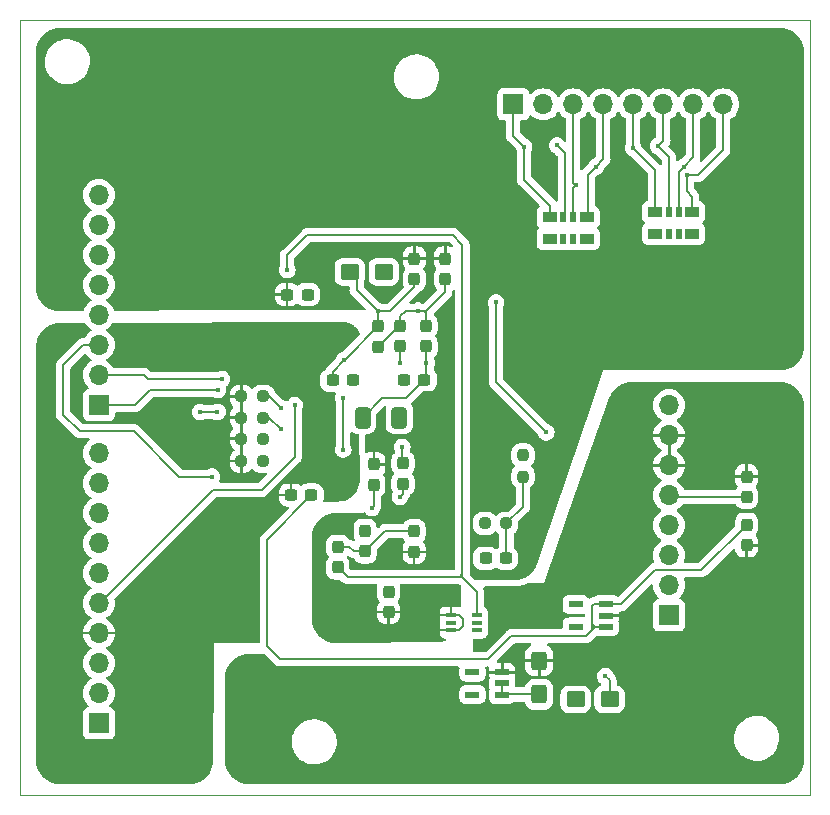
<source format=gbr>
%TF.GenerationSoftware,KiCad,Pcbnew,7.0.10*%
%TF.CreationDate,2024-03-16T23:25:40+05:30*%
%TF.ProjectId,breakout,62726561-6b6f-4757-942e-6b696361645f,rev?*%
%TF.SameCoordinates,Original*%
%TF.FileFunction,Copper,L2,Bot*%
%TF.FilePolarity,Positive*%
%FSLAX46Y46*%
G04 Gerber Fmt 4.6, Leading zero omitted, Abs format (unit mm)*
G04 Created by KiCad (PCBNEW 7.0.10) date 2024-03-16 23:25:40*
%MOMM*%
%LPD*%
G01*
G04 APERTURE LIST*
G04 Aperture macros list*
%AMRoundRect*
0 Rectangle with rounded corners*
0 $1 Rounding radius*
0 $2 $3 $4 $5 $6 $7 $8 $9 X,Y pos of 4 corners*
0 Add a 4 corners polygon primitive as box body*
4,1,4,$2,$3,$4,$5,$6,$7,$8,$9,$2,$3,0*
0 Add four circle primitives for the rounded corners*
1,1,$1+$1,$2,$3*
1,1,$1+$1,$4,$5*
1,1,$1+$1,$6,$7*
1,1,$1+$1,$8,$9*
0 Add four rect primitives between the rounded corners*
20,1,$1+$1,$2,$3,$4,$5,0*
20,1,$1+$1,$4,$5,$6,$7,0*
20,1,$1+$1,$6,$7,$8,$9,0*
20,1,$1+$1,$8,$9,$2,$3,0*%
G04 Aperture macros list end*
%TA.AperFunction,SMDPad,CuDef*%
%ADD10RoundRect,0.237500X-0.237500X0.300000X-0.237500X-0.300000X0.237500X-0.300000X0.237500X0.300000X0*%
%TD*%
%TA.AperFunction,ComponentPad*%
%ADD11O,1.700000X1.700000*%
%TD*%
%TA.AperFunction,ComponentPad*%
%ADD12R,1.700000X1.700000*%
%TD*%
%TA.AperFunction,SMDPad,CuDef*%
%ADD13R,1.193800X0.889000*%
%TD*%
%TA.AperFunction,SMDPad,CuDef*%
%ADD14R,0.558800X0.889000*%
%TD*%
%TA.AperFunction,SMDPad,CuDef*%
%ADD15RoundRect,0.237500X0.237500X-0.300000X0.237500X0.300000X-0.237500X0.300000X-0.237500X-0.300000X0*%
%TD*%
%TA.AperFunction,SMDPad,CuDef*%
%ADD16RoundRect,0.237500X0.300000X0.237500X-0.300000X0.237500X-0.300000X-0.237500X0.300000X-0.237500X0*%
%TD*%
%TA.AperFunction,SMDPad,CuDef*%
%ADD17R,0.900000X0.400000*%
%TD*%
%TA.AperFunction,SMDPad,CuDef*%
%ADD18RoundRect,0.041300X0.583700X0.253700X-0.583700X0.253700X-0.583700X-0.253700X0.583700X-0.253700X0*%
%TD*%
%TA.AperFunction,SMDPad,CuDef*%
%ADD19RoundRect,0.237500X0.237500X-0.250000X0.237500X0.250000X-0.237500X0.250000X-0.237500X-0.250000X0*%
%TD*%
%TA.AperFunction,SMDPad,CuDef*%
%ADD20RoundRect,0.237500X-0.250000X-0.237500X0.250000X-0.237500X0.250000X0.237500X-0.250000X0.237500X0*%
%TD*%
%TA.AperFunction,SMDPad,CuDef*%
%ADD21RoundRect,0.237500X0.250000X0.237500X-0.250000X0.237500X-0.250000X-0.237500X0.250000X-0.237500X0*%
%TD*%
%TA.AperFunction,SMDPad,CuDef*%
%ADD22RoundRect,0.250000X-0.537500X-0.425000X0.537500X-0.425000X0.537500X0.425000X-0.537500X0.425000X0*%
%TD*%
%TA.AperFunction,SMDPad,CuDef*%
%ADD23RoundRect,0.237500X-0.300000X-0.237500X0.300000X-0.237500X0.300000X0.237500X-0.300000X0.237500X0*%
%TD*%
%TA.AperFunction,SMDPad,CuDef*%
%ADD24RoundRect,0.237500X0.237500X-0.287500X0.237500X0.287500X-0.237500X0.287500X-0.237500X-0.287500X0*%
%TD*%
%TA.AperFunction,SMDPad,CuDef*%
%ADD25RoundRect,0.250000X-0.425000X0.537500X-0.425000X-0.537500X0.425000X-0.537500X0.425000X0.537500X0*%
%TD*%
%TA.AperFunction,SMDPad,CuDef*%
%ADD26RoundRect,0.088500X0.516500X0.206500X-0.516500X0.206500X-0.516500X-0.206500X0.516500X-0.206500X0*%
%TD*%
%TA.AperFunction,SMDPad,CuDef*%
%ADD27RoundRect,0.250000X0.537500X0.425000X-0.537500X0.425000X-0.537500X-0.425000X0.537500X-0.425000X0*%
%TD*%
%TA.AperFunction,SMDPad,CuDef*%
%ADD28RoundRect,0.250000X-0.412500X-0.650000X0.412500X-0.650000X0.412500X0.650000X-0.412500X0.650000X0*%
%TD*%
%TA.AperFunction,ViaPad*%
%ADD29C,0.400000*%
%TD*%
%TA.AperFunction,Conductor*%
%ADD30C,0.200000*%
%TD*%
%TA.AperFunction,Profile*%
%ADD31C,0.050000*%
%TD*%
G04 APERTURE END LIST*
D10*
%TO.P,C29,1*%
%TO.N,Net-(C21-Pad2)*%
X75850000Y-77725000D03*
%TO.P,C29,2*%
%TO.N,AGND*%
X75850000Y-79450000D03*
%TD*%
D11*
%TO.P,J2,8,Pin_8*%
%TO.N,unconnected-(J2-Pin_8-Pad8)*%
X51308000Y-44145200D03*
%TO.P,J2,7,Pin_7*%
%TO.N,unconnected-(J2-Pin_7-Pad7)*%
X51308000Y-46685200D03*
%TO.P,J2,6,Pin_6*%
%TO.N,unconnected-(J2-Pin_6-Pad6)*%
X51308000Y-49225200D03*
%TO.P,J2,5,Pin_5*%
%TO.N,unconnected-(J2-Pin_5-Pad5)*%
X51308000Y-51765200D03*
%TO.P,J2,4,Pin_4*%
%TO.N,unconnected-(J2-Pin_4-Pad4)*%
X51308000Y-54305200D03*
%TO.P,J2,3,Pin_3*%
%TO.N,DRDY*%
X51308000Y-56845200D03*
%TO.P,J2,2,Pin_2*%
%TO.N,RESET*%
X51308000Y-59385200D03*
D12*
%TO.P,J2,1,Pin_1*%
%TO.N,START*%
X51308000Y-61925200D03*
%TD*%
D11*
%TO.P,J1,10,Pin_10*%
%TO.N,unconnected-(J1-Pin_10-Pad10)*%
X51308000Y-66014600D03*
%TO.P,J1,9,Pin_9*%
%TO.N,unconnected-(J1-Pin_9-Pad9)*%
X51308000Y-68554600D03*
%TO.P,J1,8,Pin_8*%
%TO.N,CS*%
X51308000Y-71094600D03*
%TO.P,J1,7,Pin_7*%
%TO.N,DIN*%
X51308000Y-73634600D03*
%TO.P,J1,6,Pin_6*%
%TO.N,DOUT*%
X51308000Y-76174600D03*
%TO.P,J1,5,Pin_5*%
%TO.N,SCLK*%
X51308000Y-78714600D03*
%TO.P,J1,4,Pin_4*%
%TO.N,DGND*%
X51308000Y-81254600D03*
%TO.P,J1,3,Pin_3*%
%TO.N,unconnected-(J1-Pin_3-Pad3)*%
X51308000Y-83794600D03*
%TO.P,J1,2,Pin_2*%
%TO.N,unconnected-(J1-Pin_2-Pad2)*%
X51308000Y-86334600D03*
D12*
%TO.P,J1,1,Pin_1*%
%TO.N,unconnected-(J1-Pin_1-Pad1)*%
X51308000Y-88874600D03*
%TD*%
D11*
%TO.P,J3,8,Pin_8*%
%TO.N,unconnected-(J3-Pin_8-Pad8)*%
X99593400Y-61950600D03*
%TO.P,J3,7,Pin_7*%
%TO.N,PGND*%
X99593400Y-64490600D03*
%TO.P,J3,6,Pin_6*%
X99593400Y-67030600D03*
%TO.P,J3,5,Pin_5*%
%TO.N,VDD*%
X99593400Y-69570600D03*
%TO.P,J3,4,Pin_4*%
%TO.N,unconnected-(J3-Pin_4-Pad4)*%
X99593400Y-72110600D03*
%TO.P,J3,3,Pin_3*%
%TO.N,unconnected-(J3-Pin_3-Pad3)*%
X99593400Y-74650600D03*
%TO.P,J3,2,Pin_2*%
%TO.N,unconnected-(J3-Pin_2-Pad2)*%
X99593400Y-77190600D03*
D12*
%TO.P,J3,1,Pin_1*%
%TO.N,unconnected-(J3-Pin_1-Pad1)*%
X99593400Y-79730600D03*
%TD*%
D13*
%TO.P,R1,1,1*%
%TO.N,5P*%
X98422700Y-45593400D03*
D14*
%TO.P,R1,2,2*%
%TO.N,6P*%
X99570018Y-45593400D03*
%TO.P,R1,3,3*%
%TO.N,SRB_IN*%
X100399582Y-45593400D03*
D13*
%TO.P,R1,4,4*%
%TO.N,BIAS_E*%
X101546900Y-45593400D03*
%TO.P,R1,5,5*%
%TO.N,BIAS_DRV*%
X101546900Y-47422200D03*
D14*
%TO.P,R1,6,6*%
%TO.N,SRB1*%
X100399582Y-47422200D03*
%TO.P,R1,7,7*%
%TO.N,IN6P*%
X99570018Y-47422200D03*
D13*
%TO.P,R1,8,8*%
%TO.N,IN5P*%
X98422700Y-47422200D03*
%TD*%
D15*
%TO.P,C40,1*%
%TO.N,Net-(U5-VREFN)*%
X78028800Y-51262500D03*
%TO.P,C40,2*%
%TO.N,AGND*%
X78028800Y-49537500D03*
%TD*%
D16*
%TO.P,C25,1*%
%TO.N,Net-(U5-BIASOUT)*%
X85775500Y-74900000D03*
%TO.P,C25,2*%
%TO.N,Net-(U5-BIASINV)*%
X84050500Y-74900000D03*
%TD*%
D17*
%TO.P,D3,1*%
%TO.N,AGND*%
X81122500Y-81000000D03*
%TO.P,D3,2*%
%TO.N,AVDD*%
X81122500Y-80350000D03*
%TO.P,D3,3*%
%TO.N,AGND*%
X81122500Y-79700000D03*
%TO.P,D3,4*%
%TO.N,AVSS*%
X83322500Y-79700000D03*
%TO.P,D3,5*%
%TO.N,unconnected-(D3-Pad5)*%
X83322500Y-80350000D03*
%TO.P,D3,6,NC*%
%TO.N,unconnected-(D3-NC-Pad6)*%
X83322500Y-81000000D03*
%TD*%
D10*
%TO.P,C7,1*%
%TO.N,DVDD*%
X106161600Y-72076100D03*
%TO.P,C7,2*%
%TO.N,PGND*%
X106161600Y-73801100D03*
%TD*%
D15*
%TO.P,C22,1*%
%TO.N,Net-(U5-AVDD1)*%
X74599800Y-68680500D03*
%TO.P,C22,2*%
%TO.N,AGND*%
X74599800Y-66955500D03*
%TD*%
D16*
%TO.P,C16,1*%
%TO.N,Net-(U5-VREFN)*%
X78875000Y-59800000D03*
%TO.P,C16,2*%
%TO.N,Net-(U5-VCAP4)*%
X77150000Y-59800000D03*
%TD*%
D10*
%TO.P,C44,1*%
%TO.N,AGND*%
X80650000Y-49537500D03*
%TO.P,C44,2*%
%TO.N,Net-(C17-Pad1)*%
X80650000Y-51262500D03*
%TD*%
D18*
%TO.P,IC1,1,IN*%
%TO.N,DVDD*%
X94219000Y-78806000D03*
%TO.P,IC1,2,GND*%
%TO.N,PGND*%
X94219000Y-79756000D03*
%TO.P,IC1,3,EN*%
%TO.N,DVDD*%
X94219000Y-80706000D03*
%TO.P,IC1,4*%
%TO.N,N/C*%
X91709000Y-80706000D03*
%TO.P,IC1,5,OUT*%
%TO.N,AVDD*%
X91709000Y-78806000D03*
%TD*%
D15*
%TO.P,C3,1*%
%TO.N,Net-(C17-Pad1)*%
X74955400Y-56996500D03*
%TO.P,C3,2*%
%TO.N,Net-(U5-VREFN)*%
X74955400Y-55271500D03*
%TD*%
D19*
%TO.P,R3,1*%
%TO.N,Net-(U5-BIASOUT)*%
X87223600Y-67993900D03*
%TO.P,R3,2*%
%TO.N,BIAS_DRV*%
X87223600Y-66168900D03*
%TD*%
D15*
%TO.P,C26,1*%
%TO.N,Net-(C21-Pad1)*%
X73850000Y-74312500D03*
%TO.P,C26,2*%
%TO.N,Net-(U5-VCAP3)*%
X73850000Y-72587500D03*
%TD*%
D20*
%TO.P,R8,1*%
%TO.N,DGND*%
X63387500Y-61200000D03*
%TO.P,R8,2*%
%TO.N,Net-(U5-GPIO1)*%
X65212500Y-61200000D03*
%TD*%
D13*
%TO.P,R2,1,1*%
%TO.N,1P*%
X89487900Y-46025200D03*
D14*
%TO.P,R2,2,2*%
%TO.N,2P*%
X90635218Y-46025200D03*
%TO.P,R2,3,3*%
%TO.N,3P*%
X91464782Y-46025200D03*
D13*
%TO.P,R2,4,4*%
%TO.N,4P*%
X92612100Y-46025200D03*
%TO.P,R2,5,5*%
%TO.N,IN4P*%
X92612100Y-47854000D03*
D14*
%TO.P,R2,6,6*%
%TO.N,IN3P*%
X91464782Y-47854000D03*
%TO.P,R2,7,7*%
%TO.N,IN2P*%
X90635218Y-47854000D03*
D13*
%TO.P,R2,8,8*%
%TO.N,IN1P*%
X89487900Y-47854000D03*
%TD*%
D21*
%TO.P,R10,1*%
%TO.N,Net-(U5-GPIO2)*%
X65212500Y-62992000D03*
%TO.P,R10,2*%
%TO.N,DGND*%
X63387500Y-62992000D03*
%TD*%
D22*
%TO.P,C13,1*%
%TO.N,Net-(U4-CAP+)*%
X91678900Y-86854000D03*
%TO.P,C13,2*%
%TO.N,Net-(U4-CAP-)*%
X94553900Y-86854000D03*
%TD*%
D15*
%TO.P,C21,1*%
%TO.N,Net-(C21-Pad1)*%
X77063600Y-68578900D03*
%TO.P,C21,2*%
%TO.N,Net-(C21-Pad2)*%
X77063600Y-66853900D03*
%TD*%
D21*
%TO.P,R17,1*%
%TO.N,Net-(U5-BIASOUT)*%
X85826600Y-71958200D03*
%TO.P,R17,2*%
%TO.N,Net-(U5-BIASIN)*%
X84001600Y-71958200D03*
%TD*%
D15*
%TO.P,C42,1*%
%TO.N,AGND*%
X78000000Y-74350000D03*
%TO.P,C42,2*%
%TO.N,Net-(C21-Pad1)*%
X78000000Y-72625000D03*
%TD*%
D21*
%TO.P,R9,1*%
%TO.N,Net-(U5-GPIO4)*%
X65212500Y-66675000D03*
%TO.P,R9,2*%
%TO.N,DGND*%
X63387500Y-66675000D03*
%TD*%
D10*
%TO.P,C17,1*%
%TO.N,Net-(C17-Pad1)*%
X79019400Y-55246100D03*
%TO.P,C17,2*%
%TO.N,Net-(U5-VREFN)*%
X79019400Y-56971100D03*
%TD*%
D23*
%TO.P,C18,1*%
%TO.N,Net-(U5-VREFN)*%
X71100000Y-59850000D03*
%TO.P,C18,2*%
%TO.N,Net-(U5-VCAP2)*%
X72825000Y-59850000D03*
%TD*%
D24*
%TO.P,FB2,1*%
%TO.N,AVSS*%
X71551800Y-75678000D03*
%TO.P,FB2,2*%
%TO.N,Net-(C21-Pad1)*%
X71551800Y-73928000D03*
%TD*%
D25*
%TO.P,C14,1*%
%TO.N,PGND*%
X88595200Y-83561200D03*
%TO.P,C14,2*%
%TO.N,DVSS*%
X88595200Y-86436200D03*
%TD*%
D21*
%TO.P,R6,1*%
%TO.N,Net-(U5-GPIO3)*%
X65212500Y-64770000D03*
%TO.P,R6,2*%
%TO.N,DGND*%
X63387500Y-64770000D03*
%TD*%
D15*
%TO.P,C5,1*%
%TO.N,Net-(U5-VREFN)*%
X76835000Y-56971100D03*
%TO.P,C5,2*%
%TO.N,Net-(C17-Pad1)*%
X76835000Y-55246100D03*
%TD*%
D16*
%TO.P,C28,1*%
%TO.N,Net-(U5-VREFN)*%
X68986400Y-52587500D03*
%TO.P,C28,2*%
%TO.N,AGND*%
X67261400Y-52587500D03*
%TD*%
D26*
%TO.P,U3,5,OUT*%
%TO.N,AVSS*%
X82946000Y-84557800D03*
%TO.P,U3,4,NR*%
%TO.N,Net-(U3-NR)*%
X82946000Y-86457800D03*
%TO.P,U3,3,EN*%
%TO.N,DVSS*%
X85456000Y-86457800D03*
%TO.P,U3,2,IN*%
X85456000Y-85507800D03*
%TO.P,U3,1,GND*%
%TO.N,PGND*%
X85456000Y-84557800D03*
%TD*%
D12*
%TO.P,J4,1,Pin_1*%
%TO.N,1P*%
X86410800Y-36474400D03*
D11*
%TO.P,J4,2,Pin_2*%
%TO.N,2P*%
X88950800Y-36474400D03*
%TO.P,J4,3,Pin_3*%
%TO.N,3P*%
X91490800Y-36474400D03*
%TO.P,J4,4,Pin_4*%
%TO.N,4P*%
X94030800Y-36474400D03*
%TO.P,J4,5,Pin_5*%
%TO.N,5P*%
X96570800Y-36474400D03*
%TO.P,J4,6,Pin_6*%
%TO.N,6P*%
X99110800Y-36474400D03*
%TO.P,J4,7,Pin_7*%
%TO.N,SRB_IN*%
X101650800Y-36474400D03*
%TO.P,J4,8,Pin_8*%
%TO.N,BIAS_E*%
X104190800Y-36474400D03*
%TD*%
D23*
%TO.P,C24,2*%
%TO.N,DVDD*%
X69312500Y-69550000D03*
%TO.P,C24,1*%
%TO.N,DGND*%
X67587500Y-69550000D03*
%TD*%
D15*
%TO.P,C6,1*%
%TO.N,VDD*%
X106161600Y-69711700D03*
%TO.P,C6,2*%
%TO.N,PGND*%
X106161600Y-67986700D03*
%TD*%
D27*
%TO.P,C20,1*%
%TO.N,Net-(U5-VREFP)*%
X75437500Y-50650000D03*
%TO.P,C20,2*%
%TO.N,Net-(U5-VREFN)*%
X72562500Y-50650000D03*
%TD*%
D28*
%TO.P,C19,1*%
%TO.N,Net-(U5-VREFN)*%
X73637500Y-63000000D03*
%TO.P,C19,2*%
%TO.N,Net-(U5-VCAP1)*%
X76762500Y-63000000D03*
%TD*%
D29*
%TO.N,AGND*%
X72400000Y-71600000D03*
%TO.N,AVSS*%
X67275000Y-50500000D03*
%TO.N,AGND*%
X78150000Y-65400000D03*
%TO.N,AVSS*%
X83322500Y-79700000D03*
%TO.N,DVDD*%
X94200000Y-80700000D03*
%TO.N,BIAS_DRV*%
X87223600Y-66168900D03*
%TO.N,Net-(C21-Pad1)*%
X76800000Y-69700000D03*
%TO.N,AGND*%
X75850000Y-79450000D03*
X78000000Y-74350000D03*
%TO.N,Net-(U5-VREFN)*%
X68975000Y-52555500D03*
%TO.N,DVDD*%
X72000000Y-65700000D03*
%TO.N,DGND*%
X59550000Y-57400000D03*
X73050000Y-65800000D03*
%TO.N,DRDY*%
X60900000Y-68000000D03*
%TO.N,DGND*%
X70500000Y-55100000D03*
X70300000Y-58050000D03*
%TO.N,IN3P*%
X91430000Y-47775000D03*
%TO.N,AGND*%
X78028800Y-49537500D03*
X87800000Y-50400000D03*
X95750000Y-45400000D03*
X103050000Y-38950000D03*
X100450000Y-39000000D03*
X95800000Y-42650000D03*
X74600000Y-65650000D03*
X88950000Y-42750000D03*
X92750000Y-38850000D03*
X97800000Y-38900000D03*
X96100000Y-47750000D03*
%TO.N,BIAS_DRV*%
X101124800Y-47332800D03*
%TO.N,IN1P*%
X89910000Y-47775000D03*
%TO.N,IN2P*%
X90670000Y-47775000D03*
%TO.N,SRB1*%
X100364800Y-47332800D03*
%TO.N,Net-(C17-Pad1)*%
X80650000Y-51262500D03*
X78350000Y-53950000D03*
%TO.N,Net-(U5-VREFN)*%
X74955400Y-53994600D03*
X76800000Y-58350000D03*
X73137500Y-50650000D03*
X78028800Y-51262500D03*
X72100000Y-58100000D03*
X79050000Y-58350000D03*
%TO.N,VDD*%
X106131400Y-69706400D03*
%TO.N,PGND*%
X106161600Y-67986700D03*
%TO.N,DVDD*%
X72000000Y-61300000D03*
X69312500Y-69550000D03*
X106131400Y-72076400D03*
%TO.N,DVSS*%
X88595200Y-85861200D03*
%TO.N,Net-(U3-NR)*%
X82929900Y-86473000D03*
%TO.N,AVSS*%
X82929900Y-84568000D03*
%TO.N,Net-(U4-CAP+)*%
X91683600Y-86788000D03*
%TO.N,Net-(U4-CAP-)*%
X94193600Y-84888000D03*
%TO.N,Net-(U5-VCAP4)*%
X77150000Y-59800000D03*
%TO.N,Net-(U5-VCAP2)*%
X72825000Y-59850000D03*
%TO.N,Net-(U5-VCAP1)*%
X76762500Y-63000000D03*
%TO.N,Net-(U5-VREFP)*%
X74862500Y-50650000D03*
%TO.N,Net-(C21-Pad1)*%
X78000000Y-72625000D03*
X73850000Y-74312500D03*
%TO.N,Net-(C21-Pad2)*%
X75850000Y-77725000D03*
X77000000Y-65500000D03*
%TO.N,Net-(U5-AVDD1)*%
X74450000Y-70650000D03*
%TO.N,Net-(U5-VCAP3)*%
X73850000Y-72587500D03*
%TO.N,Net-(U5-BIASOUT)*%
X85775500Y-74900000D03*
X85826600Y-71958200D03*
X87223600Y-67993900D03*
%TO.N,Net-(U5-BIASINV)*%
X84050500Y-74900000D03*
%TO.N,AVDD*%
X89200000Y-64250000D03*
X91697500Y-78802100D03*
X84950000Y-53250000D03*
X81122500Y-80350000D03*
%TO.N,3P*%
X91700000Y-43300000D03*
%TO.N,5P*%
X96570800Y-40200000D03*
%TO.N,6P*%
X98650000Y-40000000D03*
%TO.N,4P*%
X93400000Y-41750000D03*
%TO.N,1P*%
X87325000Y-40075000D03*
%TO.N,2P*%
X90100000Y-39950000D03*
%TO.N,SRB_IN*%
X100822300Y-41758000D03*
%TO.N,SCLK*%
X67900000Y-61950000D03*
%TO.N,CS*%
X59900000Y-62502600D03*
X61352600Y-62502600D03*
%TO.N,START*%
X61400000Y-60650000D03*
%TO.N,RESET*%
X61750000Y-59750000D03*
%TO.N,Net-(U5-GPIO3)*%
X65200000Y-64770000D03*
%TO.N,Net-(U5-GPIO1)*%
X66700000Y-62150000D03*
%TO.N,Net-(U5-GPIO4)*%
X65212500Y-66675000D03*
%TO.N,Net-(U5-GPIO2)*%
X66725000Y-63975000D03*
%TO.N,Net-(U5-BIASIN)*%
X84001600Y-71958200D03*
%TO.N,BIAS_E*%
X101100000Y-42436554D03*
%TO.N,IN6P*%
X99604800Y-47332800D03*
%TO.N,IN5P*%
X98844800Y-47332800D03*
%TO.N,IN4P*%
X92190000Y-47775000D03*
%TD*%
D30*
%TO.N,DVDD*%
X72000000Y-61300000D02*
X72000000Y-65700000D01*
%TO.N,Net-(U5-VREFN)*%
X74955400Y-53994600D02*
X74955400Y-55271500D01*
X74955400Y-53994600D02*
X73137500Y-52176700D01*
X73137500Y-52176700D02*
X73137500Y-50650000D01*
X74955400Y-53994600D02*
X75955400Y-53994600D01*
X75955400Y-53994600D02*
X78028800Y-51921200D01*
X78028800Y-51921200D02*
X78028800Y-51262500D01*
%TO.N,AGND*%
X81122500Y-79700000D02*
X79800000Y-79700000D01*
%TO.N,Net-(U5-GPIO1)*%
X66700000Y-62150000D02*
X65750000Y-61200000D01*
X65750000Y-61200000D02*
X65212500Y-61200000D01*
%TO.N,Net-(U5-GPIO2)*%
X66725000Y-63975000D02*
X65742000Y-62992000D01*
X65742000Y-62992000D02*
X65212500Y-62992000D01*
%TO.N,AGND*%
X81122500Y-81000000D02*
X79900000Y-81000000D01*
%TO.N,AVSS*%
X81850000Y-76500000D02*
X82100000Y-76500000D01*
X72373800Y-76500000D02*
X81850000Y-76500000D01*
X82100000Y-76500000D02*
X82100000Y-76250000D01*
X82100000Y-76250000D02*
X82100000Y-48350000D01*
X81850000Y-76500000D02*
X82100000Y-76250000D01*
X71551800Y-75678000D02*
X72373800Y-76500000D01*
X83322500Y-79700000D02*
X83322500Y-77722500D01*
X83322500Y-77722500D02*
X82100000Y-76500000D01*
X67275000Y-49225000D02*
X67275000Y-50500000D01*
X82100000Y-48350000D02*
X81300000Y-47550000D01*
X81300000Y-47550000D02*
X68950000Y-47550000D01*
X68950000Y-47550000D02*
X67275000Y-49225000D01*
%TO.N,AGND*%
X74600000Y-65650000D02*
X74599800Y-65650200D01*
X74599800Y-65650200D02*
X74599800Y-66955500D01*
%TO.N,DVDD*%
X93100000Y-81000000D02*
X92600000Y-81500000D01*
X84300000Y-83450000D02*
X66650000Y-83450000D01*
X86250000Y-81500000D02*
X84300000Y-83450000D01*
X65550000Y-82350000D02*
X65550000Y-73350000D01*
X66650000Y-83450000D02*
X65550000Y-82350000D01*
X92600000Y-81500000D02*
X86250000Y-81500000D01*
X65550000Y-73350000D02*
X69312500Y-69587500D01*
X69312500Y-69587500D02*
X69312500Y-69550000D01*
%TO.N,Net-(U5-BIASOUT)*%
X85826600Y-71958200D02*
X87223600Y-70561200D01*
X87223600Y-70561200D02*
X87223600Y-67993900D01*
%TO.N,DVDD*%
X106161600Y-72076100D02*
X102337700Y-75900000D01*
X98400000Y-75900000D02*
X95494000Y-78806000D01*
X102337700Y-75900000D02*
X98400000Y-75900000D01*
X95494000Y-78806000D02*
X94219000Y-78806000D01*
X93100000Y-80700000D02*
X93100000Y-81000000D01*
X93350000Y-80700000D02*
X93100000Y-80950000D01*
X93100000Y-80950000D02*
X93100000Y-81000000D01*
X93350000Y-80706000D02*
X93106000Y-80706000D01*
X94219000Y-80706000D02*
X93350000Y-80706000D01*
X93100000Y-78950000D02*
X93100000Y-80450000D01*
X93100000Y-80450000D02*
X93100000Y-80700000D01*
X93350000Y-80706000D02*
X93350000Y-80700000D01*
X93350000Y-80700000D02*
X93100000Y-80450000D01*
X93106000Y-80706000D02*
X93100000Y-80700000D01*
X94219000Y-78806000D02*
X93244000Y-78806000D01*
X93244000Y-78806000D02*
X93100000Y-78950000D01*
%TO.N,Net-(U4-CAP-)*%
X94193600Y-84888000D02*
X94553900Y-85248300D01*
X94553900Y-85248300D02*
X94553900Y-86854000D01*
%TO.N,Net-(U4-CAP+)*%
X91683600Y-86788000D02*
X91683600Y-86849300D01*
X91683600Y-86849300D02*
X91678900Y-86854000D01*
%TO.N,DVSS*%
X88595200Y-85861200D02*
X88595200Y-86436200D01*
%TO.N,Net-(U3-NR)*%
X82930800Y-86473000D02*
X82946000Y-86457800D01*
X82929900Y-86473000D02*
X82930800Y-86473000D01*
%TO.N,VDD*%
X106131400Y-69706400D02*
X106156300Y-69706400D01*
X106156300Y-69706400D02*
X106161600Y-69711700D01*
%TO.N,AVDD*%
X84950000Y-60000000D02*
X84950000Y-53250000D01*
X89200000Y-64250000D02*
X84950000Y-60000000D01*
%TO.N,IN1P*%
X89910000Y-47775000D02*
X89566900Y-47775000D01*
X89566900Y-47775000D02*
X89487900Y-47854000D01*
%TO.N,IN2P*%
X90670000Y-47775000D02*
X90635218Y-47809782D01*
X90635218Y-47809782D02*
X90635218Y-47854000D01*
%TO.N,IN4P*%
X92190000Y-47775000D02*
X92533100Y-47775000D01*
X92533100Y-47775000D02*
X92612100Y-47854000D01*
%TO.N,IN3P*%
X91430000Y-47819218D02*
X91464782Y-47854000D01*
X91430000Y-47775000D02*
X91430000Y-47819218D01*
%TO.N,3P*%
X91700000Y-43300000D02*
X91464782Y-43535218D01*
%TO.N,4P*%
X92733100Y-45904200D02*
X92612100Y-46025200D01*
%TO.N,1P*%
X87325000Y-40075000D02*
X87325000Y-42875000D01*
X87325000Y-42875000D02*
X89487900Y-45037900D01*
%TO.N,2P*%
X90100000Y-39950000D02*
X90756218Y-40606218D01*
%TO.N,4P*%
X93400000Y-41750000D02*
X92733100Y-42416900D01*
%TO.N,2P*%
X90756218Y-40606218D02*
X90756218Y-45904200D01*
%TO.N,1P*%
X89487900Y-45037900D02*
X89487900Y-46025200D01*
%TO.N,2P*%
X90756218Y-45904200D02*
X90635218Y-46025200D01*
%TO.N,3P*%
X91464782Y-43535218D02*
X91464782Y-46025200D01*
%TO.N,4P*%
X92733100Y-42416900D02*
X92733100Y-45904200D01*
%TO.N,DVDD*%
X69312500Y-69550000D02*
X69312500Y-69548950D01*
%TO.N,SCLK*%
X67900000Y-61950000D02*
X67900000Y-66300000D01*
X51385400Y-78714600D02*
X51308000Y-78714600D01*
X67900000Y-66300000D02*
X65100000Y-69100000D01*
X65100000Y-69100000D02*
X61000000Y-69100000D01*
X61000000Y-69100000D02*
X51385400Y-78714600D01*
%TO.N,Net-(C21-Pad1)*%
X77063600Y-68578900D02*
X77063600Y-69436400D01*
X77063600Y-69436400D02*
X76800000Y-69700000D01*
%TO.N,Net-(U5-AVDD1)*%
X74450000Y-70650000D02*
X74599800Y-70500200D01*
X74599800Y-70500200D02*
X74599800Y-68680500D01*
%TO.N,Net-(C21-Pad1)*%
X71551800Y-73928000D02*
X72528000Y-73928000D01*
X72912500Y-74312500D02*
X73850000Y-74312500D01*
X72528000Y-73928000D02*
X72912500Y-74312500D01*
%TO.N,Net-(C17-Pad1)*%
X78800000Y-53950000D02*
X79050000Y-53950000D01*
X78800000Y-53950000D02*
X78850000Y-53950000D01*
X79050000Y-55215500D02*
X79050000Y-54150000D01*
X78350000Y-53950000D02*
X78800000Y-53950000D01*
X79050000Y-54150000D02*
X79050000Y-53950000D01*
X78850000Y-53950000D02*
X79050000Y-54150000D01*
X79019400Y-55246100D02*
X79050000Y-55215500D01*
X76835000Y-54415000D02*
X76835000Y-55246100D01*
X78350000Y-53950000D02*
X77300000Y-53950000D01*
X77300000Y-53950000D02*
X76835000Y-54415000D01*
X79050000Y-53950000D02*
X80650000Y-52350000D01*
X80650000Y-52350000D02*
X80650000Y-51262500D01*
%TO.N,Net-(U5-VREFN)*%
X76800000Y-58350000D02*
X76800000Y-57006100D01*
X76800000Y-57006100D02*
X76835000Y-56971100D01*
X79050000Y-58350000D02*
X79050000Y-59625000D01*
X79050000Y-59625000D02*
X78875000Y-59800000D01*
X79050000Y-58350000D02*
X79050000Y-57001700D01*
X73637500Y-63000000D02*
X75287500Y-61350000D01*
X75287500Y-61350000D02*
X77325000Y-61350000D01*
X77325000Y-61350000D02*
X78875000Y-59800000D01*
%TO.N,Net-(U5-VREFP)*%
X74862500Y-50650000D02*
X75437500Y-50650000D01*
%TO.N,BIAS_E*%
X101100000Y-42436554D02*
X101100000Y-43850000D01*
X101100000Y-43850000D02*
X101546900Y-44296900D01*
X101546900Y-44296900D02*
X101546900Y-45593400D01*
X101100000Y-42436554D02*
X102063446Y-42436554D01*
X102063446Y-42436554D02*
X104190800Y-40309200D01*
X104190800Y-40309200D02*
X104190800Y-36474400D01*
%TO.N,SRB_IN*%
X100822300Y-41758000D02*
X101650800Y-40929500D01*
X100822300Y-41758000D02*
X100399582Y-42180718D01*
X100399582Y-42180718D02*
X100399582Y-45593400D01*
X101650800Y-40929500D02*
X101650800Y-36474400D01*
%TO.N,IN5P*%
X98844800Y-47332800D02*
X98512100Y-47332800D01*
X98512100Y-47332800D02*
X98422700Y-47422200D01*
%TO.N,BIAS_DRV*%
X101457500Y-47332800D02*
X101546900Y-47422200D01*
X101124800Y-47332800D02*
X101457500Y-47332800D01*
%TO.N,IN6P*%
X99604800Y-47332800D02*
X99604800Y-47387418D01*
X99604800Y-47387418D02*
X99570018Y-47422200D01*
%TO.N,SRB1*%
X100364800Y-47332800D02*
X100364800Y-47387418D01*
X100364800Y-47387418D02*
X100399582Y-47422200D01*
%TO.N,AVDD*%
X91697500Y-78802100D02*
X91705100Y-78802100D01*
X91705100Y-78802100D02*
X91709000Y-78806000D01*
%TO.N,START*%
X61400000Y-60650000D02*
X55650000Y-60650000D01*
X54374800Y-61925200D02*
X51308000Y-61925200D01*
X55650000Y-60650000D02*
X54374800Y-61925200D01*
%TO.N,CS*%
X61352600Y-62502600D02*
X59900000Y-62502600D01*
%TO.N,RESET*%
X55500000Y-59750000D02*
X55135200Y-59385200D01*
X55135200Y-59385200D02*
X51308000Y-59385200D01*
%TO.N,DRDY*%
X54250000Y-64150000D02*
X49700000Y-64150000D01*
X48300000Y-62750000D02*
X48300000Y-58550000D01*
X58100000Y-68000000D02*
X54250000Y-64150000D01*
X60900000Y-68000000D02*
X58100000Y-68000000D01*
X49700000Y-64150000D02*
X48300000Y-62750000D01*
X48300000Y-58550000D02*
X50004800Y-56845200D01*
X50004800Y-56845200D02*
X51308000Y-56845200D01*
%TO.N,Net-(U5-VREFN)*%
X71100000Y-59100000D02*
X71100000Y-59850000D01*
X72100000Y-58100000D02*
X72126900Y-58100000D01*
X72100000Y-58100000D02*
X71100000Y-59100000D01*
X72126900Y-58100000D02*
X74955400Y-55271500D01*
%TO.N,RESET*%
X61750000Y-59750000D02*
X55500000Y-59750000D01*
%TO.N,AGND*%
X81122500Y-81000000D02*
X81772500Y-81000000D01*
X81772500Y-81000000D02*
X82150000Y-80622500D01*
X82150000Y-80622500D02*
X82150000Y-80077500D01*
X82150000Y-80077500D02*
X81772500Y-79700000D01*
X81772500Y-79700000D02*
X81122500Y-79700000D01*
X95800000Y-45350000D02*
X95750000Y-45400000D01*
X95800000Y-42650000D02*
X95800000Y-45350000D01*
%TO.N,Net-(C17-Pad1)*%
X76705800Y-55246100D02*
X76835000Y-55246100D01*
X74955400Y-56996500D02*
X76705800Y-55246100D01*
%TO.N,VDD*%
X99734500Y-69711700D02*
X99593400Y-69570600D01*
X106161600Y-69711700D02*
X99734500Y-69711700D01*
%TO.N,DVSS*%
X85456000Y-86457800D02*
X85456000Y-85507800D01*
X85477600Y-86436200D02*
X85456000Y-86457800D01*
X88595200Y-86436200D02*
X85477600Y-86436200D01*
%TO.N,Net-(C21-Pad1)*%
X78000000Y-72625000D02*
X75537500Y-72625000D01*
X75537500Y-72625000D02*
X73850000Y-74312500D01*
%TO.N,Net-(C21-Pad2)*%
X77000000Y-66790300D02*
X77063600Y-66853900D01*
X77000000Y-65500000D02*
X77000000Y-66790300D01*
%TO.N,Net-(U5-BIASOUT)*%
X85775500Y-72009300D02*
X85826600Y-71958200D01*
X85826600Y-74848900D02*
X85775500Y-74900000D01*
X85826600Y-71958200D02*
X85826600Y-74848900D01*
%TO.N,3P*%
X91490800Y-43090800D02*
X91490800Y-36474400D01*
X91700000Y-43300000D02*
X91490800Y-43090800D01*
%TO.N,5P*%
X96570800Y-40200000D02*
X96570800Y-36474400D01*
X96570800Y-40200000D02*
X98422700Y-42051900D01*
X98422700Y-42051900D02*
X98422700Y-45593400D01*
%TO.N,6P*%
X98650000Y-40000000D02*
X99110800Y-39539200D01*
X98650000Y-40000000D02*
X99570018Y-40920018D01*
X99110800Y-39539200D02*
X99110800Y-36474400D01*
X99570018Y-40920018D02*
X99570018Y-45593400D01*
%TO.N,4P*%
X93400000Y-41750000D02*
X94030800Y-41119200D01*
X94030800Y-41119200D02*
X94030800Y-36474400D01*
%TO.N,1P*%
X87325000Y-40075000D02*
X86410800Y-39160800D01*
X86410800Y-39160800D02*
X86410800Y-36474400D01*
%TD*%
%TA.AperFunction,Conductor*%
%TO.N,DGND*%
G36*
X72003154Y-54905932D02*
G01*
X72230675Y-54923418D01*
X72246366Y-54925902D01*
X72464267Y-54978620D01*
X72479355Y-54983583D01*
X72686015Y-55070480D01*
X72700120Y-55077793D01*
X72890217Y-55196632D01*
X72902961Y-55206102D01*
X73020827Y-55309348D01*
X73071598Y-55353821D01*
X73082672Y-55365216D01*
X73225506Y-55538011D01*
X73234613Y-55551030D01*
X73310500Y-55680522D01*
X73347962Y-55744445D01*
X73354870Y-55758755D01*
X73405280Y-55888949D01*
X73408659Y-55950041D01*
X73382963Y-55994699D01*
X71985647Y-57392016D01*
X71939335Y-57418135D01*
X71849776Y-57440209D01*
X71699146Y-57519267D01*
X71571818Y-57632069D01*
X71571816Y-57632072D01*
X71475182Y-57772069D01*
X71419478Y-57918950D01*
X71396915Y-57953848D01*
X70707801Y-58642962D01*
X70698068Y-58651498D01*
X70671718Y-58671718D01*
X70671713Y-58671723D01*
X70589000Y-58779518D01*
X70588999Y-58779519D01*
X70575463Y-58797158D01*
X70538750Y-58885788D01*
X70499013Y-58932313D01*
X70489143Y-58937618D01*
X70485989Y-58939089D01*
X70339153Y-59029657D01*
X70217157Y-59151653D01*
X70126594Y-59298479D01*
X70126591Y-59298485D01*
X70072327Y-59462243D01*
X70072324Y-59462253D01*
X70062000Y-59563315D01*
X70062000Y-60136684D01*
X70072324Y-60237744D01*
X70072327Y-60237756D01*
X70126591Y-60401514D01*
X70126594Y-60401520D01*
X70217157Y-60548346D01*
X70217158Y-60548347D01*
X70217160Y-60548350D01*
X70339150Y-60670340D01*
X70339152Y-60670341D01*
X70339153Y-60670342D01*
X70485979Y-60760905D01*
X70485984Y-60760908D01*
X70649747Y-60815174D01*
X70649751Y-60815174D01*
X70649753Y-60815175D01*
X70716837Y-60822028D01*
X70750823Y-60825500D01*
X71288342Y-60825499D01*
X71346533Y-60844406D01*
X71382497Y-60893906D01*
X71382497Y-60955092D01*
X71376005Y-60970501D01*
X71375183Y-60972066D01*
X71340386Y-61063820D01*
X71319866Y-61117930D01*
X71314860Y-61131129D01*
X71296845Y-61279496D01*
X71294355Y-61300000D01*
X71314860Y-61468872D01*
X71329230Y-61506762D01*
X71372959Y-61622070D01*
X71375182Y-61627930D01*
X71381881Y-61637635D01*
X71381974Y-61637769D01*
X71399500Y-61694010D01*
X71399500Y-65305989D01*
X71381977Y-65362225D01*
X71375183Y-65372068D01*
X71375182Y-65372070D01*
X71338788Y-65468036D01*
X71314860Y-65531129D01*
X71295754Y-65688481D01*
X71294355Y-65700000D01*
X71314860Y-65868872D01*
X71375182Y-66027930D01*
X71471817Y-66167929D01*
X71599148Y-66280734D01*
X71749775Y-66359790D01*
X71914944Y-66400500D01*
X71914947Y-66400500D01*
X72085053Y-66400500D01*
X72085056Y-66400500D01*
X72250225Y-66359790D01*
X72400852Y-66280734D01*
X72528183Y-66167929D01*
X72624818Y-66027930D01*
X72685140Y-65868872D01*
X72705645Y-65700000D01*
X72685140Y-65531128D01*
X72624818Y-65372070D01*
X72618023Y-65362225D01*
X72600500Y-65305989D01*
X72600500Y-64323968D01*
X72619407Y-64265777D01*
X72668907Y-64229813D01*
X72730093Y-64229813D01*
X72751472Y-64239707D01*
X72756344Y-64242712D01*
X72905666Y-64334814D01*
X73072203Y-64389999D01*
X73174991Y-64400500D01*
X73271627Y-64400499D01*
X73329817Y-64419406D01*
X73365781Y-64468905D01*
X73370620Y-64500650D01*
X73354178Y-65914628D01*
X73357394Y-65977737D01*
X73360189Y-66002266D01*
X73360190Y-66002270D01*
X73374863Y-66078449D01*
X73374864Y-66078454D01*
X73427168Y-66198838D01*
X73432198Y-66210414D01*
X73435261Y-66215380D01*
X73450000Y-66267351D01*
X73450000Y-68116385D01*
X73449751Y-68123403D01*
X73430399Y-68395714D01*
X73428414Y-68409608D01*
X73371492Y-68673000D01*
X73367562Y-68686474D01*
X73273968Y-68939163D01*
X73268173Y-68951946D01*
X73139780Y-69188869D01*
X73132235Y-69200704D01*
X72971630Y-69417088D01*
X72962487Y-69427737D01*
X72772896Y-69619233D01*
X72762339Y-69628482D01*
X72547572Y-69791243D01*
X72535813Y-69798906D01*
X72300190Y-69929660D01*
X72287466Y-69935583D01*
X72035716Y-70031703D01*
X72022282Y-70035767D01*
X71759477Y-70095318D01*
X71745603Y-70097442D01*
X71473497Y-70119516D01*
X71466482Y-70119835D01*
X71463006Y-70119869D01*
X71445039Y-70120049D01*
X70413310Y-70130366D01*
X70361254Y-70118020D01*
X70321390Y-70071603D01*
X70316422Y-70010620D01*
X70318771Y-70002342D01*
X70340174Y-69937753D01*
X70340186Y-69937642D01*
X70350499Y-69836684D01*
X70350500Y-69836677D01*
X70350499Y-69263324D01*
X70350499Y-69263323D01*
X70350499Y-69263315D01*
X70340175Y-69162255D01*
X70340174Y-69162253D01*
X70340174Y-69162247D01*
X70285908Y-68998484D01*
X70251283Y-68942348D01*
X70195342Y-68851653D01*
X70195341Y-68851652D01*
X70195340Y-68851650D01*
X70073350Y-68729660D01*
X70073347Y-68729658D01*
X70073346Y-68729657D01*
X69926520Y-68639094D01*
X69926514Y-68639091D01*
X69762756Y-68584827D01*
X69762746Y-68584824D01*
X69661684Y-68574500D01*
X68963315Y-68574500D01*
X68862255Y-68584824D01*
X68862243Y-68584827D01*
X68698485Y-68639091D01*
X68698479Y-68639094D01*
X68551653Y-68729657D01*
X68519649Y-68761661D01*
X68465132Y-68789437D01*
X68404700Y-68779865D01*
X68379642Y-68761660D01*
X68348035Y-68730053D01*
X68201306Y-68639548D01*
X68037648Y-68585318D01*
X67936655Y-68575000D01*
X67687501Y-68575000D01*
X67687500Y-68575001D01*
X67687500Y-69551000D01*
X67668593Y-69609191D01*
X67619093Y-69645155D01*
X67588500Y-69650000D01*
X66550002Y-69650000D01*
X66550001Y-69650001D01*
X66550001Y-69836654D01*
X66560317Y-69937642D01*
X66560320Y-69937654D01*
X66614548Y-70101306D01*
X66705053Y-70248035D01*
X66826964Y-70369946D01*
X66973693Y-70460451D01*
X67137351Y-70514681D01*
X67238345Y-70524999D01*
X67286753Y-70524999D01*
X67344944Y-70543905D01*
X67380909Y-70593404D01*
X67380910Y-70654590D01*
X67356759Y-70694003D01*
X65157801Y-72892962D01*
X65148068Y-72901498D01*
X65121718Y-72921718D01*
X65121713Y-72921723D01*
X65032228Y-73038344D01*
X65032226Y-73038346D01*
X65025465Y-73047155D01*
X65025462Y-73047161D01*
X64964957Y-73193233D01*
X64964955Y-73193241D01*
X64944318Y-73349999D01*
X64944318Y-73350000D01*
X64948653Y-73382927D01*
X64949500Y-73395849D01*
X64949500Y-81976333D01*
X64930593Y-82034524D01*
X64881093Y-82070488D01*
X64849840Y-82075331D01*
X63054926Y-82063365D01*
X63054911Y-82063365D01*
X61050000Y-82050000D01*
X61041611Y-84054953D01*
X61041610Y-84054971D01*
X61008347Y-92004836D01*
X61008067Y-92011879D01*
X60987428Y-92285116D01*
X60985370Y-92299052D01*
X60926922Y-92563134D01*
X60922907Y-92576638D01*
X60827566Y-92829754D01*
X60821675Y-92842550D01*
X60691374Y-93079570D01*
X60683726Y-93091401D01*
X60521103Y-93307524D01*
X60511853Y-93318150D01*
X60320198Y-93509003D01*
X60309534Y-93518208D01*
X60092729Y-93679929D01*
X60080866Y-93687527D01*
X59843309Y-93816833D01*
X59830488Y-93822671D01*
X59576977Y-93916951D01*
X59563457Y-93920910D01*
X59299124Y-93978254D01*
X59285179Y-93980253D01*
X59011870Y-93999749D01*
X59004826Y-94000000D01*
X48003540Y-94000000D01*
X47996477Y-93999748D01*
X47722433Y-93980148D01*
X47708452Y-93978138D01*
X47443450Y-93920490D01*
X47429897Y-93916510D01*
X47203280Y-93831986D01*
X47175802Y-93821737D01*
X47162954Y-93815870D01*
X46924931Y-93685899D01*
X46913052Y-93678266D01*
X46695942Y-93515738D01*
X46685276Y-93506496D01*
X46493503Y-93314723D01*
X46484262Y-93304058D01*
X46321731Y-93086943D01*
X46314100Y-93075068D01*
X46297028Y-93043804D01*
X46184125Y-92837037D01*
X46178264Y-92824203D01*
X46083487Y-92570096D01*
X46079510Y-92556555D01*
X46021859Y-92291537D01*
X46019852Y-92277574D01*
X46000850Y-92011879D01*
X46000252Y-92003522D01*
X46000000Y-91996460D01*
X46000000Y-56996282D01*
X46000251Y-56989236D01*
X46019760Y-56715823D01*
X46021761Y-56701873D01*
X46041743Y-56609799D01*
X46079145Y-56437453D01*
X46083103Y-56423942D01*
X46177455Y-56170332D01*
X46183287Y-56157529D01*
X46312692Y-55919890D01*
X46320281Y-55908046D01*
X46482124Y-55691180D01*
X46491330Y-55680522D01*
X46682305Y-55488853D01*
X46692928Y-55479610D01*
X46909199Y-55316986D01*
X46921013Y-55309355D01*
X47158181Y-55179088D01*
X47170969Y-55173206D01*
X47424230Y-55077935D01*
X47437739Y-55073926D01*
X47701951Y-55015582D01*
X47715870Y-55013533D01*
X47989236Y-54993029D01*
X47996273Y-54992754D01*
X50083577Y-54985177D01*
X50141831Y-55003872D01*
X50165027Y-55027391D01*
X50267127Y-55173206D01*
X50269505Y-55176601D01*
X50436599Y-55343695D01*
X50630170Y-55479235D01*
X50643552Y-55485475D01*
X50688300Y-55527203D01*
X50699975Y-55587264D01*
X50674117Y-55642717D01*
X50643554Y-55664924D01*
X50630173Y-55671163D01*
X50436603Y-55806701D01*
X50269501Y-55973803D01*
X50133963Y-56167373D01*
X50125474Y-56185579D01*
X50083745Y-56230326D01*
X50023683Y-56242000D01*
X50022829Y-56241891D01*
X50004802Y-56239518D01*
X50004800Y-56239518D01*
X49965439Y-56244700D01*
X49848041Y-56260155D01*
X49848033Y-56260157D01*
X49701961Y-56320662D01*
X49701960Y-56320662D01*
X49576523Y-56416913D01*
X49576518Y-56416918D01*
X49556298Y-56443268D01*
X49547762Y-56453001D01*
X47907801Y-58092962D01*
X47898068Y-58101498D01*
X47871718Y-58121718D01*
X47871713Y-58121723D01*
X47810637Y-58201320D01*
X47775464Y-58247157D01*
X47775462Y-58247161D01*
X47714957Y-58393233D01*
X47714955Y-58393241D01*
X47694318Y-58549999D01*
X47694318Y-58550000D01*
X47698653Y-58582927D01*
X47699500Y-58595849D01*
X47699500Y-62704149D01*
X47698653Y-62717071D01*
X47694318Y-62749999D01*
X47694318Y-62750000D01*
X47703938Y-62823072D01*
X47714955Y-62906758D01*
X47714957Y-62906766D01*
X47775462Y-63052838D01*
X47775462Y-63052839D01*
X47871713Y-63178276D01*
X47871718Y-63178282D01*
X47871722Y-63178285D01*
X47898063Y-63198497D01*
X47907800Y-63207035D01*
X49242964Y-64542199D01*
X49251502Y-64551936D01*
X49271718Y-64578282D01*
X49317274Y-64613238D01*
X49397159Y-64674536D01*
X49397160Y-64674536D01*
X49397161Y-64674537D01*
X49399486Y-64675500D01*
X49543238Y-64735044D01*
X49660639Y-64750500D01*
X49699999Y-64755682D01*
X49700000Y-64755682D01*
X49700001Y-64755682D01*
X49732928Y-64751347D01*
X49745850Y-64750500D01*
X50444809Y-64750500D01*
X50503000Y-64769407D01*
X50538964Y-64818907D01*
X50538964Y-64880093D01*
X50503000Y-64929593D01*
X50501592Y-64930596D01*
X50436607Y-64976098D01*
X50436605Y-64976099D01*
X50269501Y-65143203D01*
X50133963Y-65336773D01*
X50133959Y-65336781D01*
X50034098Y-65550932D01*
X49972935Y-65779199D01*
X49952341Y-66014595D01*
X49952341Y-66014604D01*
X49972935Y-66250000D01*
X49972936Y-66250007D01*
X49972937Y-66250008D01*
X50034097Y-66478263D01*
X50133965Y-66692430D01*
X50159069Y-66728282D01*
X50268773Y-66884957D01*
X50269505Y-66886001D01*
X50436599Y-67053095D01*
X50436602Y-67053097D01*
X50436603Y-67053098D01*
X50450392Y-67062753D01*
X50630170Y-67188635D01*
X50643552Y-67194875D01*
X50688300Y-67236603D01*
X50699975Y-67296664D01*
X50674117Y-67352117D01*
X50643554Y-67374324D01*
X50630173Y-67380563D01*
X50436603Y-67516101D01*
X50269501Y-67683203D01*
X50133963Y-67876773D01*
X50133959Y-67876781D01*
X50034098Y-68090932D01*
X49972935Y-68319199D01*
X49952341Y-68554595D01*
X49952341Y-68554604D01*
X49972935Y-68790000D01*
X49972936Y-68790007D01*
X49972937Y-68790008D01*
X50034097Y-69018263D01*
X50133965Y-69232430D01*
X50155591Y-69263315D01*
X50258450Y-69410214D01*
X50269505Y-69426001D01*
X50436599Y-69593095D01*
X50630170Y-69728635D01*
X50643552Y-69734875D01*
X50688300Y-69776603D01*
X50699975Y-69836664D01*
X50674117Y-69892117D01*
X50643554Y-69914324D01*
X50630173Y-69920563D01*
X50436603Y-70056101D01*
X50269501Y-70223203D01*
X50133963Y-70416773D01*
X50133959Y-70416781D01*
X50034098Y-70630932D01*
X49972935Y-70859199D01*
X49952341Y-71094595D01*
X49952341Y-71094604D01*
X49972935Y-71330000D01*
X49972936Y-71330007D01*
X49972937Y-71330008D01*
X50034097Y-71558263D01*
X50133965Y-71772430D01*
X50269505Y-71966001D01*
X50436599Y-72133095D01*
X50436602Y-72133097D01*
X50436603Y-72133098D01*
X50448430Y-72141379D01*
X50630170Y-72268635D01*
X50634751Y-72270771D01*
X50643552Y-72274875D01*
X50688300Y-72316603D01*
X50699975Y-72376664D01*
X50674117Y-72432117D01*
X50643554Y-72454324D01*
X50630173Y-72460563D01*
X50436603Y-72596101D01*
X50269501Y-72763203D01*
X50133963Y-72956773D01*
X50133959Y-72956781D01*
X50034098Y-73170932D01*
X49972935Y-73399199D01*
X49952341Y-73634595D01*
X49952341Y-73634604D01*
X49972935Y-73870000D01*
X49972936Y-73870007D01*
X49972937Y-73870008D01*
X50034097Y-74098263D01*
X50081541Y-74200006D01*
X50133964Y-74312428D01*
X50258859Y-74490798D01*
X50269505Y-74506001D01*
X50436599Y-74673095D01*
X50630170Y-74808635D01*
X50643552Y-74814875D01*
X50688300Y-74856603D01*
X50699975Y-74916664D01*
X50674117Y-74972117D01*
X50643554Y-74994324D01*
X50630173Y-75000563D01*
X50436603Y-75136101D01*
X50269501Y-75303203D01*
X50133963Y-75496773D01*
X50133959Y-75496781D01*
X50034098Y-75710932D01*
X49972935Y-75939199D01*
X49952341Y-76174595D01*
X49952341Y-76174604D01*
X49972935Y-76410000D01*
X49972936Y-76410007D01*
X49972937Y-76410008D01*
X50034097Y-76638263D01*
X50133965Y-76852430D01*
X50143200Y-76865619D01*
X50255097Y-77025425D01*
X50269505Y-77046001D01*
X50436599Y-77213095D01*
X50436602Y-77213097D01*
X50436603Y-77213098D01*
X50479468Y-77243112D01*
X50630170Y-77348635D01*
X50643552Y-77354875D01*
X50688300Y-77396603D01*
X50699975Y-77456664D01*
X50674117Y-77512117D01*
X50643554Y-77534324D01*
X50630173Y-77540563D01*
X50436603Y-77676101D01*
X50269501Y-77843203D01*
X50133963Y-78036773D01*
X50133959Y-78036781D01*
X50034098Y-78250932D01*
X49972935Y-78479199D01*
X49952341Y-78714595D01*
X49952341Y-78714604D01*
X49972935Y-78950000D01*
X49972936Y-78950007D01*
X49972937Y-78950008D01*
X50034097Y-79178263D01*
X50133965Y-79392430D01*
X50167025Y-79439644D01*
X50262516Y-79576021D01*
X50269505Y-79586001D01*
X50436599Y-79753095D01*
X50436602Y-79753097D01*
X50436603Y-79753098D01*
X50500901Y-79798120D01*
X50630170Y-79888635D01*
X50630171Y-79888635D01*
X50630172Y-79888636D01*
X50630174Y-79888637D01*
X50644143Y-79895151D01*
X50688892Y-79936879D01*
X50700567Y-79996940D01*
X50674710Y-80052393D01*
X50644146Y-80074600D01*
X50630424Y-80080998D01*
X50436926Y-80216486D01*
X50269886Y-80383526D01*
X50134398Y-80577024D01*
X50134394Y-80577032D01*
X50034570Y-80791105D01*
X49973429Y-81019286D01*
X49961591Y-81154599D01*
X49961592Y-81154600D01*
X50816254Y-81154600D01*
X50808000Y-81182711D01*
X50808000Y-81326489D01*
X50816254Y-81354600D01*
X49961591Y-81354600D01*
X49973429Y-81489913D01*
X50034569Y-81718089D01*
X50134399Y-81932177D01*
X50269886Y-82125673D01*
X50436926Y-82292713D01*
X50630422Y-82428200D01*
X50644144Y-82434599D01*
X50688892Y-82476327D01*
X50700567Y-82536388D01*
X50674709Y-82591841D01*
X50644145Y-82614048D01*
X50630177Y-82620561D01*
X50630173Y-82620563D01*
X50436603Y-82756101D01*
X50269501Y-82923203D01*
X50133963Y-83116773D01*
X50133959Y-83116781D01*
X50034098Y-83330932D01*
X49972935Y-83559199D01*
X49952341Y-83794595D01*
X49952341Y-83794604D01*
X49972935Y-84030000D01*
X49972936Y-84030007D01*
X49972937Y-84030008D01*
X50034097Y-84258263D01*
X50133965Y-84472430D01*
X50269505Y-84666001D01*
X50436599Y-84833095D01*
X50630170Y-84968635D01*
X50643552Y-84974875D01*
X50688300Y-85016603D01*
X50699975Y-85076664D01*
X50674117Y-85132117D01*
X50643554Y-85154324D01*
X50630173Y-85160563D01*
X50436603Y-85296101D01*
X50269501Y-85463203D01*
X50133963Y-85656773D01*
X50133959Y-85656781D01*
X50034098Y-85870932D01*
X49972935Y-86099199D01*
X49952341Y-86334595D01*
X49952341Y-86334604D01*
X49972935Y-86570000D01*
X49972936Y-86570007D01*
X49972937Y-86570008D01*
X50034097Y-86798263D01*
X50133965Y-87012430D01*
X50269505Y-87206001D01*
X50424060Y-87360556D01*
X50451836Y-87415071D01*
X50442265Y-87475503D01*
X50399000Y-87518768D01*
X50364637Y-87528991D01*
X50350517Y-87530509D01*
X50350514Y-87530509D01*
X50215670Y-87580802D01*
X50100458Y-87667050D01*
X50100450Y-87667058D01*
X50014202Y-87782270D01*
X49963910Y-87917111D01*
X49963908Y-87917122D01*
X49957500Y-87976729D01*
X49957500Y-89772466D01*
X49957501Y-89772470D01*
X49963908Y-89832080D01*
X49963909Y-89832085D01*
X50014202Y-89966929D01*
X50100450Y-90082141D01*
X50100454Y-90082146D01*
X50100457Y-90082148D01*
X50100458Y-90082149D01*
X50215670Y-90168397D01*
X50350511Y-90218689D01*
X50350512Y-90218689D01*
X50350517Y-90218691D01*
X50410127Y-90225100D01*
X52205872Y-90225099D01*
X52265483Y-90218691D01*
X52332907Y-90193543D01*
X52400329Y-90168397D01*
X52400329Y-90168396D01*
X52400331Y-90168396D01*
X52515546Y-90082146D01*
X52601796Y-89966931D01*
X52652091Y-89832083D01*
X52658500Y-89772473D01*
X52658499Y-87976728D01*
X52652091Y-87917117D01*
X52652089Y-87917111D01*
X52601797Y-87782270D01*
X52515549Y-87667058D01*
X52515548Y-87667057D01*
X52515546Y-87667054D01*
X52515541Y-87667050D01*
X52400329Y-87580802D01*
X52265488Y-87530510D01*
X52265471Y-87530506D01*
X52251358Y-87528989D01*
X52195523Y-87503968D01*
X52165059Y-87450906D01*
X52171602Y-87390071D01*
X52191939Y-87360556D01*
X52346495Y-87206001D01*
X52482035Y-87012430D01*
X52581903Y-86798263D01*
X52643063Y-86570008D01*
X52663659Y-86334600D01*
X52643063Y-86099192D01*
X52581903Y-85870937D01*
X52482035Y-85656771D01*
X52346495Y-85463199D01*
X52179401Y-85296105D01*
X52179397Y-85296102D01*
X52179396Y-85296101D01*
X52072007Y-85220907D01*
X51985830Y-85160565D01*
X51972447Y-85154324D01*
X51927700Y-85112597D01*
X51916025Y-85052536D01*
X51941883Y-84997083D01*
X51972448Y-84974875D01*
X51985830Y-84968635D01*
X52179401Y-84833095D01*
X52346495Y-84666001D01*
X52482035Y-84472430D01*
X52581903Y-84258263D01*
X52643063Y-84030008D01*
X52643064Y-84030000D01*
X52663659Y-83794604D01*
X52663659Y-83794595D01*
X52643064Y-83559199D01*
X52643063Y-83559196D01*
X52643063Y-83559192D01*
X52581903Y-83330937D01*
X52564324Y-83293238D01*
X52482040Y-83116781D01*
X52482036Y-83116773D01*
X52346498Y-82923203D01*
X52346497Y-82923202D01*
X52346495Y-82923199D01*
X52179401Y-82756105D01*
X52179397Y-82756102D01*
X52179396Y-82756101D01*
X51985827Y-82620563D01*
X51971853Y-82614047D01*
X51927106Y-82572318D01*
X51915432Y-82512256D01*
X51941291Y-82456804D01*
X51971860Y-82434596D01*
X51985577Y-82428200D01*
X51985579Y-82428199D01*
X52179073Y-82292713D01*
X52346113Y-82125673D01*
X52481600Y-81932177D01*
X52581430Y-81718089D01*
X52642570Y-81489913D01*
X52654408Y-81354600D01*
X51799746Y-81354600D01*
X51808000Y-81326489D01*
X51808000Y-81182711D01*
X51799746Y-81154600D01*
X52654408Y-81154600D01*
X52654408Y-81154599D01*
X52642570Y-81019286D01*
X52581429Y-80791105D01*
X52481605Y-80577032D01*
X52481601Y-80577024D01*
X52346113Y-80383526D01*
X52179073Y-80216486D01*
X51985577Y-80080999D01*
X51971856Y-80074601D01*
X51927108Y-80032873D01*
X51915433Y-79972812D01*
X51941291Y-79917359D01*
X51971857Y-79895151D01*
X51978053Y-79892261D01*
X51985830Y-79888635D01*
X52179401Y-79753095D01*
X52346495Y-79586001D01*
X52482035Y-79392430D01*
X52581903Y-79178263D01*
X52643063Y-78950008D01*
X52652294Y-78844499D01*
X52663659Y-78714604D01*
X52663659Y-78714595D01*
X52643064Y-78479200D01*
X52643063Y-78479198D01*
X52643063Y-78479192D01*
X52621292Y-78397942D01*
X52624494Y-78336844D01*
X52646913Y-78302320D01*
X61219739Y-69729496D01*
X61274256Y-69701719D01*
X61289743Y-69700500D01*
X65054150Y-69700500D01*
X65067072Y-69701347D01*
X65099999Y-69705682D01*
X65100000Y-69705682D01*
X65100001Y-69705682D01*
X65143159Y-69700000D01*
X65256762Y-69685044D01*
X65402841Y-69624536D01*
X65488369Y-69558908D01*
X65528282Y-69528282D01*
X65548498Y-69501933D01*
X65557028Y-69492205D01*
X65599234Y-69449999D01*
X66550000Y-69449999D01*
X66550001Y-69450000D01*
X67487499Y-69450000D01*
X67487500Y-69449999D01*
X67487500Y-68575001D01*
X67487499Y-68575000D01*
X67238345Y-68575000D01*
X67137357Y-68585317D01*
X67137345Y-68585320D01*
X66973693Y-68639548D01*
X66826964Y-68730053D01*
X66705053Y-68851964D01*
X66614548Y-68998693D01*
X66560318Y-69162351D01*
X66550000Y-69263344D01*
X66550000Y-69449999D01*
X65599234Y-69449999D01*
X68292205Y-66757028D01*
X68301937Y-66748496D01*
X68328282Y-66728282D01*
X68328284Y-66728280D01*
X68388727Y-66649508D01*
X68424536Y-66602841D01*
X68485044Y-66456762D01*
X68497273Y-66363871D01*
X68505682Y-66300000D01*
X68501347Y-66267071D01*
X68500500Y-66254149D01*
X68500500Y-62344010D01*
X68518026Y-62287769D01*
X68524818Y-62277930D01*
X68585140Y-62118872D01*
X68605645Y-61950000D01*
X68585140Y-61781128D01*
X68524818Y-61622070D01*
X68428183Y-61482071D01*
X68422383Y-61476933D01*
X68300853Y-61369267D01*
X68300852Y-61369266D01*
X68150225Y-61290210D01*
X68150224Y-61290209D01*
X68150223Y-61290209D01*
X67985058Y-61249500D01*
X67985056Y-61249500D01*
X67814944Y-61249500D01*
X67814941Y-61249500D01*
X67649776Y-61290209D01*
X67499146Y-61369267D01*
X67371818Y-61482069D01*
X67371816Y-61482072D01*
X67295127Y-61593174D01*
X67246510Y-61630323D01*
X67185343Y-61631801D01*
X67148003Y-61611037D01*
X67100856Y-61569268D01*
X66981762Y-61506762D01*
X66950225Y-61490210D01*
X66950224Y-61490209D01*
X66950223Y-61490209D01*
X66896360Y-61476933D01*
X66850049Y-61450814D01*
X66207035Y-60807800D01*
X66198502Y-60798069D01*
X66185747Y-60781447D01*
X66170317Y-60752326D01*
X66135908Y-60648484D01*
X66045534Y-60501964D01*
X66045342Y-60501653D01*
X66045341Y-60501652D01*
X66045340Y-60501650D01*
X65923350Y-60379660D01*
X65923347Y-60379658D01*
X65923346Y-60379657D01*
X65776520Y-60289094D01*
X65776514Y-60289091D01*
X65612756Y-60234827D01*
X65612746Y-60234824D01*
X65511684Y-60224500D01*
X64913315Y-60224500D01*
X64812255Y-60234824D01*
X64812243Y-60234827D01*
X64648485Y-60289091D01*
X64648479Y-60289094D01*
X64501653Y-60379657D01*
X64379653Y-60501657D01*
X64377327Y-60504599D01*
X64326399Y-60538511D01*
X64265265Y-60536011D01*
X64222017Y-60504584D01*
X64219944Y-60501962D01*
X64098035Y-60380053D01*
X63951306Y-60289548D01*
X63787648Y-60235318D01*
X63686655Y-60225000D01*
X63487501Y-60225000D01*
X63487500Y-60225001D01*
X63487500Y-67649998D01*
X63487501Y-67649999D01*
X63686654Y-67649999D01*
X63787642Y-67639682D01*
X63787654Y-67639679D01*
X63951306Y-67585451D01*
X64098035Y-67494946D01*
X64219945Y-67373036D01*
X64222019Y-67370414D01*
X64223663Y-67369318D01*
X64224022Y-67368960D01*
X64224093Y-67369031D01*
X64272941Y-67336493D01*
X64334076Y-67338982D01*
X64377337Y-67370412D01*
X64379656Y-67373345D01*
X64379658Y-67373347D01*
X64379660Y-67373350D01*
X64501650Y-67495340D01*
X64501652Y-67495341D01*
X64501653Y-67495342D01*
X64539198Y-67518500D01*
X64648484Y-67585908D01*
X64812247Y-67640174D01*
X64812251Y-67640174D01*
X64812253Y-67640175D01*
X64880905Y-67647188D01*
X64913323Y-67650500D01*
X65461257Y-67650499D01*
X65519448Y-67669406D01*
X65555412Y-67718906D01*
X65555412Y-67780092D01*
X65531261Y-67819503D01*
X64880261Y-68470504D01*
X64825744Y-68498281D01*
X64810257Y-68499500D01*
X61595020Y-68499500D01*
X61536829Y-68480593D01*
X61500865Y-68431093D01*
X61500865Y-68369907D01*
X61513545Y-68344261D01*
X61514533Y-68342830D01*
X61524818Y-68327930D01*
X61585140Y-68168872D01*
X61605645Y-68000000D01*
X61585140Y-67831128D01*
X61524818Y-67672070D01*
X61428183Y-67532071D01*
X61412864Y-67518500D01*
X61300853Y-67419267D01*
X61300852Y-67419266D01*
X61150225Y-67340210D01*
X61150224Y-67340209D01*
X61150223Y-67340209D01*
X60985058Y-67299500D01*
X60985056Y-67299500D01*
X60814944Y-67299500D01*
X60814941Y-67299500D01*
X60649776Y-67340209D01*
X60558415Y-67388160D01*
X60512407Y-67399500D01*
X58389743Y-67399500D01*
X58331552Y-67380593D01*
X58319739Y-67370504D01*
X57910889Y-66961654D01*
X62400001Y-66961654D01*
X62410317Y-67062642D01*
X62410320Y-67062654D01*
X62464548Y-67226306D01*
X62555053Y-67373035D01*
X62676964Y-67494946D01*
X62823693Y-67585451D01*
X62987351Y-67639681D01*
X63088345Y-67649999D01*
X63287498Y-67649999D01*
X63287500Y-67649998D01*
X63287500Y-66775001D01*
X63287499Y-66775000D01*
X62400002Y-66775000D01*
X62400001Y-66775001D01*
X62400001Y-66961654D01*
X57910889Y-66961654D01*
X57524234Y-66574999D01*
X62400000Y-66574999D01*
X62400001Y-66575000D01*
X63287499Y-66575000D01*
X63287500Y-66574999D01*
X63287500Y-64870001D01*
X63287499Y-64870000D01*
X62400002Y-64870000D01*
X62400001Y-64870001D01*
X62400001Y-65056654D01*
X62410317Y-65157642D01*
X62410320Y-65157654D01*
X62464548Y-65321306D01*
X62555053Y-65468035D01*
X62676964Y-65589946D01*
X62755259Y-65638240D01*
X62794860Y-65684881D01*
X62799483Y-65745892D01*
X62767361Y-65797967D01*
X62755259Y-65806760D01*
X62676964Y-65855053D01*
X62555053Y-65976964D01*
X62464548Y-66123693D01*
X62410318Y-66287351D01*
X62400000Y-66388344D01*
X62400000Y-66574999D01*
X57524234Y-66574999D01*
X55619234Y-64669999D01*
X62400000Y-64669999D01*
X62400001Y-64670000D01*
X63287499Y-64670000D01*
X63287500Y-64669999D01*
X63287500Y-63092001D01*
X63287499Y-63092000D01*
X62400002Y-63092000D01*
X62400001Y-63092001D01*
X62400001Y-63278654D01*
X62410317Y-63379642D01*
X62410320Y-63379654D01*
X62464548Y-63543306D01*
X62555053Y-63690035D01*
X62676014Y-63810996D01*
X62703791Y-63865513D01*
X62694220Y-63925945D01*
X62676014Y-63951004D01*
X62555054Y-64071963D01*
X62555053Y-64071964D01*
X62464548Y-64218693D01*
X62410318Y-64382351D01*
X62400000Y-64483344D01*
X62400000Y-64669999D01*
X55619234Y-64669999D01*
X54707037Y-63757802D01*
X54698499Y-63748065D01*
X54678286Y-63721723D01*
X54678285Y-63721722D01*
X54678282Y-63721718D01*
X54678277Y-63721714D01*
X54678276Y-63721713D01*
X54552838Y-63625462D01*
X54406766Y-63564957D01*
X54406758Y-63564955D01*
X54289361Y-63549500D01*
X54250000Y-63544318D01*
X54249999Y-63544318D01*
X54217072Y-63548653D01*
X54204150Y-63549500D01*
X49989743Y-63549500D01*
X49931552Y-63530593D01*
X49919739Y-63520504D01*
X48929496Y-62530261D01*
X48901719Y-62475744D01*
X48900500Y-62460257D01*
X48900500Y-58839742D01*
X48919407Y-58781551D01*
X48929490Y-58769744D01*
X50067935Y-57631298D01*
X50122450Y-57603523D01*
X50182882Y-57613094D01*
X50219032Y-57644519D01*
X50269505Y-57716601D01*
X50436599Y-57883695D01*
X50630170Y-58019235D01*
X50643552Y-58025475D01*
X50688300Y-58067203D01*
X50699975Y-58127264D01*
X50674117Y-58182717D01*
X50643554Y-58204924D01*
X50630173Y-58211163D01*
X50436603Y-58346701D01*
X50269501Y-58513803D01*
X50133963Y-58707373D01*
X50133959Y-58707381D01*
X50034098Y-58921532D01*
X49972935Y-59149799D01*
X49952341Y-59385195D01*
X49952341Y-59385204D01*
X49972935Y-59620600D01*
X49972936Y-59620607D01*
X49972937Y-59620608D01*
X50034097Y-59848863D01*
X50133965Y-60063030D01*
X50144398Y-60077930D01*
X50264637Y-60249650D01*
X50269505Y-60256601D01*
X50424060Y-60411156D01*
X50451836Y-60465671D01*
X50442265Y-60526103D01*
X50399000Y-60569368D01*
X50364637Y-60579591D01*
X50350517Y-60581109D01*
X50350514Y-60581109D01*
X50215670Y-60631402D01*
X50100458Y-60717650D01*
X50100450Y-60717658D01*
X50014202Y-60832870D01*
X49963910Y-60967711D01*
X49963908Y-60967722D01*
X49957500Y-61027329D01*
X49957500Y-62823066D01*
X49957501Y-62823070D01*
X49963908Y-62882680D01*
X49963909Y-62882685D01*
X50014202Y-63017529D01*
X50069952Y-63092001D01*
X50100454Y-63132746D01*
X50100457Y-63132748D01*
X50100458Y-63132749D01*
X50215670Y-63218997D01*
X50350511Y-63269289D01*
X50350512Y-63269289D01*
X50350517Y-63269291D01*
X50410127Y-63275700D01*
X52205872Y-63275699D01*
X52265483Y-63269291D01*
X52332907Y-63244143D01*
X52400329Y-63218997D01*
X52400329Y-63218996D01*
X52400331Y-63218996D01*
X52515546Y-63132746D01*
X52601796Y-63017531D01*
X52652091Y-62882683D01*
X52658500Y-62823073D01*
X52658500Y-62624700D01*
X52677407Y-62566509D01*
X52726907Y-62530545D01*
X52757500Y-62525700D01*
X54328950Y-62525700D01*
X54341872Y-62526547D01*
X54374799Y-62530882D01*
X54374800Y-62530882D01*
X54374801Y-62530882D01*
X54414161Y-62525700D01*
X54531562Y-62510244D01*
X54550016Y-62502600D01*
X59194355Y-62502600D01*
X59214860Y-62671472D01*
X59275182Y-62830530D01*
X59371817Y-62970529D01*
X59499148Y-63083334D01*
X59649775Y-63162390D01*
X59814944Y-63203100D01*
X59814947Y-63203100D01*
X59985053Y-63203100D01*
X59985056Y-63203100D01*
X60150225Y-63162390D01*
X60241585Y-63114440D01*
X60287593Y-63103100D01*
X60965007Y-63103100D01*
X61011015Y-63114440D01*
X61102375Y-63162390D01*
X61267544Y-63203100D01*
X61267547Y-63203100D01*
X61437653Y-63203100D01*
X61437656Y-63203100D01*
X61602825Y-63162390D01*
X61753452Y-63083334D01*
X61880783Y-62970529D01*
X61934989Y-62891999D01*
X62400000Y-62891999D01*
X62400001Y-62892000D01*
X63287499Y-62892000D01*
X63287500Y-62891999D01*
X63287500Y-61300001D01*
X63287499Y-61300000D01*
X62400002Y-61300000D01*
X62400001Y-61300001D01*
X62400001Y-61486654D01*
X62410317Y-61587642D01*
X62410320Y-61587654D01*
X62464548Y-61751306D01*
X62555053Y-61898035D01*
X62681040Y-62024022D01*
X62679647Y-62025414D01*
X62708857Y-62069276D01*
X62706359Y-62130410D01*
X62679895Y-62166833D01*
X62681040Y-62167978D01*
X62555054Y-62293963D01*
X62555053Y-62293964D01*
X62464548Y-62440693D01*
X62410318Y-62604351D01*
X62400000Y-62705344D01*
X62400000Y-62891999D01*
X61934989Y-62891999D01*
X61977418Y-62830530D01*
X62037740Y-62671472D01*
X62058245Y-62502600D01*
X62037740Y-62333728D01*
X61977418Y-62174670D01*
X61880783Y-62034671D01*
X61870057Y-62025169D01*
X61753453Y-61921867D01*
X61753452Y-61921866D01*
X61602825Y-61842810D01*
X61602824Y-61842809D01*
X61602823Y-61842809D01*
X61437658Y-61802100D01*
X61437656Y-61802100D01*
X61267544Y-61802100D01*
X61267541Y-61802100D01*
X61102376Y-61842809D01*
X61011015Y-61890760D01*
X60965007Y-61902100D01*
X60287593Y-61902100D01*
X60241585Y-61890760D01*
X60150223Y-61842809D01*
X59985058Y-61802100D01*
X59985056Y-61802100D01*
X59814944Y-61802100D01*
X59814941Y-61802100D01*
X59649776Y-61842809D01*
X59499146Y-61921867D01*
X59371818Y-62034669D01*
X59371816Y-62034672D01*
X59347922Y-62069289D01*
X59275182Y-62174670D01*
X59217029Y-62328011D01*
X59214860Y-62333729D01*
X59205969Y-62406955D01*
X59194355Y-62502600D01*
X54550016Y-62502600D01*
X54677641Y-62449736D01*
X54733393Y-62406956D01*
X54803082Y-62353482D01*
X54823298Y-62327133D01*
X54831828Y-62317405D01*
X55869739Y-61279496D01*
X55924256Y-61251719D01*
X55939743Y-61250500D01*
X61012407Y-61250500D01*
X61058415Y-61261840D01*
X61149775Y-61309790D01*
X61314944Y-61350500D01*
X61314947Y-61350500D01*
X61485053Y-61350500D01*
X61485056Y-61350500D01*
X61650225Y-61309790D01*
X61800852Y-61230734D01*
X61928183Y-61117929D01*
X61940559Y-61099999D01*
X62400000Y-61099999D01*
X62400001Y-61100000D01*
X63287499Y-61100000D01*
X63287500Y-61099999D01*
X63287500Y-60225001D01*
X63287499Y-60225000D01*
X63088345Y-60225000D01*
X62987357Y-60235317D01*
X62987345Y-60235320D01*
X62823693Y-60289548D01*
X62676964Y-60380053D01*
X62555053Y-60501964D01*
X62464548Y-60648693D01*
X62410318Y-60812351D01*
X62400000Y-60913344D01*
X62400000Y-61099999D01*
X61940559Y-61099999D01*
X62024818Y-60977930D01*
X62085140Y-60818872D01*
X62105645Y-60650000D01*
X62105486Y-60648693D01*
X62085140Y-60481130D01*
X62085140Y-60481128D01*
X62079581Y-60466469D01*
X62076624Y-60405356D01*
X62110154Y-60354176D01*
X62126135Y-60343706D01*
X62150852Y-60330734D01*
X62278183Y-60217929D01*
X62374818Y-60077930D01*
X62435140Y-59918872D01*
X62455645Y-59750000D01*
X62435140Y-59581128D01*
X62374818Y-59422070D01*
X62278183Y-59282071D01*
X62250110Y-59257201D01*
X62190796Y-59204653D01*
X62150852Y-59169266D01*
X62000225Y-59090210D01*
X62000224Y-59090209D01*
X62000223Y-59090209D01*
X61835058Y-59049500D01*
X61835056Y-59049500D01*
X61664944Y-59049500D01*
X61664941Y-59049500D01*
X61499776Y-59090209D01*
X61408415Y-59138160D01*
X61362407Y-59149500D01*
X55789743Y-59149500D01*
X55731552Y-59130593D01*
X55719739Y-59120504D01*
X55592235Y-58993000D01*
X55583697Y-58983263D01*
X55563485Y-58956922D01*
X55563482Y-58956918D01*
X55563477Y-58956914D01*
X55563476Y-58956913D01*
X55483129Y-58895261D01*
X55438041Y-58860664D01*
X55438040Y-58860663D01*
X55438038Y-58860662D01*
X55291966Y-58800157D01*
X55291958Y-58800155D01*
X55174561Y-58784700D01*
X55135200Y-58779518D01*
X55135199Y-58779518D01*
X55102272Y-58783853D01*
X55089350Y-58784700D01*
X52581164Y-58784700D01*
X52522973Y-58765793D01*
X52491439Y-58727538D01*
X52482037Y-58707375D01*
X52482036Y-58707373D01*
X52473865Y-58695704D01*
X52371842Y-58549999D01*
X52346498Y-58513803D01*
X52346497Y-58513802D01*
X52346495Y-58513799D01*
X52179401Y-58346705D01*
X52179397Y-58346702D01*
X52179396Y-58346701D01*
X52072007Y-58271507D01*
X51985830Y-58211165D01*
X51972447Y-58204924D01*
X51927700Y-58163197D01*
X51916025Y-58103136D01*
X51941883Y-58047683D01*
X51972448Y-58025475D01*
X51985830Y-58019235D01*
X52179401Y-57883695D01*
X52346495Y-57716601D01*
X52482035Y-57523030D01*
X52581903Y-57308863D01*
X52643063Y-57080608D01*
X52650441Y-56996282D01*
X52663659Y-56845204D01*
X52663659Y-56845195D01*
X52643064Y-56609799D01*
X52643063Y-56609796D01*
X52643063Y-56609792D01*
X52581903Y-56381537D01*
X52568862Y-56353571D01*
X52482040Y-56167381D01*
X52482036Y-56167373D01*
X52475143Y-56157529D01*
X52346495Y-55973799D01*
X52179401Y-55806705D01*
X52179397Y-55806702D01*
X52179396Y-55806701D01*
X51999193Y-55680522D01*
X51985830Y-55671165D01*
X51972447Y-55664924D01*
X51927700Y-55623197D01*
X51916025Y-55563136D01*
X51941883Y-55507683D01*
X51972448Y-55485475D01*
X51985830Y-55479235D01*
X52179401Y-55343695D01*
X52346495Y-55176601D01*
X52457211Y-55018482D01*
X52506074Y-54981661D01*
X52537941Y-54976268D01*
X69212739Y-54915743D01*
X71995231Y-54905643D01*
X72003154Y-54905932D01*
G37*
%TD.AperFunction*%
%TD*%
%TA.AperFunction,Conductor*%
%TO.N,AGND*%
G36*
X81464576Y-52154024D02*
G01*
X81496697Y-52206100D01*
X81499500Y-52229491D01*
X81499500Y-75800500D01*
X81480593Y-75858691D01*
X81431093Y-75894655D01*
X81400500Y-75899500D01*
X72663543Y-75899500D01*
X72605352Y-75880593D01*
X72593539Y-75870504D01*
X72556295Y-75833260D01*
X72528518Y-75778743D01*
X72527299Y-75763256D01*
X72527299Y-75341315D01*
X72527298Y-75341305D01*
X72516975Y-75240255D01*
X72516974Y-75240253D01*
X72516974Y-75240247D01*
X72462708Y-75076484D01*
X72460774Y-75073348D01*
X72372142Y-74929653D01*
X72372141Y-74929652D01*
X72372140Y-74929650D01*
X72315491Y-74873001D01*
X72287716Y-74818487D01*
X72297287Y-74758055D01*
X72315491Y-74732999D01*
X72318024Y-74730466D01*
X72327757Y-74720732D01*
X72382270Y-74692954D01*
X72442702Y-74702524D01*
X72476302Y-74730466D01*
X72478246Y-74732999D01*
X72484218Y-74740782D01*
X72572646Y-74808635D01*
X72609659Y-74837036D01*
X72609660Y-74837036D01*
X72609661Y-74837037D01*
X72755733Y-74897542D01*
X72755738Y-74897544D01*
X72889205Y-74915115D01*
X72944430Y-74941456D01*
X72960543Y-74961294D01*
X73029660Y-75073350D01*
X73151650Y-75195340D01*
X73151652Y-75195341D01*
X73151653Y-75195342D01*
X73224469Y-75240255D01*
X73298484Y-75285908D01*
X73462247Y-75340174D01*
X73462251Y-75340174D01*
X73462253Y-75340175D01*
X73530905Y-75347188D01*
X73563323Y-75350500D01*
X74136676Y-75350499D01*
X74136684Y-75350499D01*
X74237744Y-75340175D01*
X74237744Y-75340174D01*
X74237753Y-75340174D01*
X74401516Y-75285908D01*
X74548350Y-75195340D01*
X74670340Y-75073350D01*
X74760908Y-74926516D01*
X74815174Y-74762753D01*
X74818473Y-74730466D01*
X74821672Y-74699154D01*
X77025001Y-74699154D01*
X77035317Y-74800142D01*
X77035320Y-74800154D01*
X77089548Y-74963806D01*
X77180053Y-75110535D01*
X77301964Y-75232446D01*
X77448693Y-75322951D01*
X77612351Y-75377181D01*
X77713345Y-75387499D01*
X77900000Y-75387499D01*
X77900000Y-75387498D01*
X78100000Y-75387498D01*
X78100001Y-75387499D01*
X78286654Y-75387499D01*
X78387642Y-75377182D01*
X78387654Y-75377179D01*
X78551306Y-75322951D01*
X78698035Y-75232446D01*
X78819946Y-75110535D01*
X78910451Y-74963806D01*
X78964681Y-74800148D01*
X78975000Y-74699155D01*
X78975000Y-74450001D01*
X78974999Y-74450000D01*
X78100001Y-74450000D01*
X78100000Y-74450001D01*
X78100000Y-75387498D01*
X77900000Y-75387498D01*
X77900000Y-74450001D01*
X77899999Y-74450000D01*
X77025002Y-74450000D01*
X77025001Y-74450001D01*
X77025001Y-74699154D01*
X74821672Y-74699154D01*
X74822305Y-74692954D01*
X74825500Y-74661677D01*
X74825499Y-74227241D01*
X74844406Y-74169051D01*
X74854496Y-74157238D01*
X75757240Y-73254496D01*
X75811756Y-73226719D01*
X75827243Y-73225500D01*
X77025502Y-73225500D01*
X77083693Y-73244407D01*
X77109761Y-73272526D01*
X77133532Y-73311065D01*
X77179657Y-73385846D01*
X77179658Y-73385847D01*
X77179660Y-73385850D01*
X77211661Y-73417851D01*
X77239437Y-73472366D01*
X77229866Y-73532798D01*
X77211661Y-73557856D01*
X77180053Y-73589464D01*
X77089548Y-73736193D01*
X77035318Y-73899851D01*
X77025000Y-74000844D01*
X77025000Y-74249999D01*
X77025001Y-74250000D01*
X78974998Y-74250000D01*
X78974999Y-74249999D01*
X78974999Y-74000845D01*
X78964682Y-73899857D01*
X78964679Y-73899845D01*
X78910451Y-73736193D01*
X78819946Y-73589464D01*
X78788339Y-73557857D01*
X78760562Y-73503340D01*
X78770133Y-73442908D01*
X78788335Y-73417854D01*
X78820340Y-73385850D01*
X78910908Y-73239016D01*
X78965174Y-73075253D01*
X78975500Y-72974177D01*
X78975499Y-72275824D01*
X78975499Y-72275815D01*
X78965175Y-72174755D01*
X78965174Y-72174753D01*
X78965174Y-72174747D01*
X78910908Y-72010984D01*
X78890238Y-71977472D01*
X78820342Y-71864153D01*
X78820341Y-71864152D01*
X78820340Y-71864150D01*
X78698350Y-71742160D01*
X78698347Y-71742158D01*
X78698346Y-71742157D01*
X78551520Y-71651594D01*
X78551514Y-71651591D01*
X78387756Y-71597327D01*
X78387746Y-71597324D01*
X78286684Y-71587000D01*
X77713315Y-71587000D01*
X77612255Y-71597324D01*
X77612243Y-71597327D01*
X77448485Y-71651591D01*
X77448479Y-71651594D01*
X77301653Y-71742157D01*
X77179657Y-71864153D01*
X77134209Y-71937836D01*
X77109761Y-71977473D01*
X77063122Y-72017074D01*
X77025502Y-72024500D01*
X75583350Y-72024500D01*
X75570428Y-72023653D01*
X75537501Y-72019318D01*
X75537500Y-72019318D01*
X75498139Y-72024500D01*
X75380741Y-72039955D01*
X75380733Y-72039957D01*
X75234661Y-72100462D01*
X75234660Y-72100462D01*
X75109223Y-72196713D01*
X75109218Y-72196718D01*
X75088998Y-72223068D01*
X75080462Y-72232800D01*
X74994503Y-72318760D01*
X74939987Y-72346538D01*
X74879554Y-72336967D01*
X74836290Y-72293703D01*
X74825499Y-72248757D01*
X74825499Y-72238315D01*
X74815175Y-72137255D01*
X74815174Y-72137253D01*
X74815174Y-72137247D01*
X74760908Y-71973484D01*
X74760905Y-71973479D01*
X74670342Y-71826653D01*
X74670341Y-71826652D01*
X74670340Y-71826650D01*
X74548350Y-71704660D01*
X74548347Y-71704658D01*
X74548346Y-71704657D01*
X74401520Y-71614094D01*
X74401514Y-71614091D01*
X74237756Y-71559827D01*
X74237746Y-71559824D01*
X74136684Y-71549500D01*
X73563315Y-71549500D01*
X73462255Y-71559824D01*
X73462243Y-71559827D01*
X73298485Y-71614091D01*
X73298479Y-71614094D01*
X73151653Y-71704657D01*
X73029657Y-71826653D01*
X72939094Y-71973479D01*
X72939091Y-71973485D01*
X72884827Y-72137243D01*
X72884824Y-72137253D01*
X72874500Y-72238315D01*
X72874500Y-72936684D01*
X72884824Y-73037744D01*
X72884827Y-73037756D01*
X72939091Y-73201514D01*
X72939094Y-73201520D01*
X72990146Y-73284289D01*
X73004602Y-73343742D01*
X72981351Y-73400338D01*
X72929275Y-73432458D01*
X72868265Y-73427835D01*
X72845618Y-73414803D01*
X72830838Y-73403462D01*
X72684766Y-73342957D01*
X72684758Y-73342955D01*
X72567361Y-73327500D01*
X72528000Y-73322318D01*
X72521511Y-73322318D01*
X72521511Y-73320870D01*
X72468610Y-73311065D01*
X72431591Y-73276036D01*
X72372140Y-73179650D01*
X72250150Y-73057660D01*
X72250147Y-73057658D01*
X72250146Y-73057657D01*
X72103320Y-72967094D01*
X72103314Y-72967091D01*
X71939556Y-72912827D01*
X71939546Y-72912824D01*
X71838484Y-72902500D01*
X71265115Y-72902500D01*
X71164055Y-72912824D01*
X71164043Y-72912827D01*
X71000285Y-72967091D01*
X71000279Y-72967094D01*
X70853453Y-73057657D01*
X70731457Y-73179653D01*
X70640894Y-73326479D01*
X70640891Y-73326485D01*
X70586627Y-73490243D01*
X70586624Y-73490253D01*
X70576300Y-73591315D01*
X70576300Y-74264684D01*
X70586624Y-74365744D01*
X70586627Y-74365756D01*
X70640891Y-74529514D01*
X70640894Y-74529520D01*
X70731457Y-74676346D01*
X70731458Y-74676347D01*
X70731460Y-74676350D01*
X70788108Y-74732998D01*
X70815884Y-74787513D01*
X70806313Y-74847945D01*
X70788109Y-74873000D01*
X70756510Y-74904600D01*
X70731457Y-74929653D01*
X70640894Y-75076479D01*
X70640891Y-75076485D01*
X70586627Y-75240243D01*
X70586624Y-75240253D01*
X70576300Y-75341315D01*
X70576300Y-76014684D01*
X70586624Y-76115744D01*
X70586627Y-76115756D01*
X70640891Y-76279514D01*
X70640894Y-76279520D01*
X70731457Y-76426346D01*
X70731458Y-76426347D01*
X70731460Y-76426350D01*
X70853450Y-76548340D01*
X71000284Y-76638908D01*
X71164047Y-76693174D01*
X71164051Y-76693174D01*
X71164053Y-76693175D01*
X71232705Y-76700188D01*
X71265123Y-76703500D01*
X71687056Y-76703499D01*
X71745247Y-76722406D01*
X71757060Y-76732495D01*
X71916764Y-76892199D01*
X71925302Y-76901936D01*
X71945518Y-76928282D01*
X71945522Y-76928285D01*
X72038994Y-77000008D01*
X72038995Y-77000010D01*
X72070957Y-77024535D01*
X72070959Y-77024536D01*
X72217038Y-77085044D01*
X72373800Y-77105683D01*
X72401888Y-77101984D01*
X72406735Y-77101347D01*
X72419657Y-77100500D01*
X74805467Y-77100500D01*
X74863658Y-77119407D01*
X74899622Y-77168907D01*
X74899622Y-77230093D01*
X74899513Y-77230422D01*
X74889843Y-77259605D01*
X74884826Y-77274746D01*
X74884824Y-77274753D01*
X74874500Y-77375815D01*
X74874500Y-78074184D01*
X74884824Y-78175244D01*
X74884827Y-78175256D01*
X74939091Y-78339014D01*
X74939094Y-78339020D01*
X75029657Y-78485846D01*
X75029658Y-78485847D01*
X75029660Y-78485850D01*
X75061661Y-78517851D01*
X75089437Y-78572366D01*
X75079866Y-78632798D01*
X75061661Y-78657856D01*
X75030053Y-78689464D01*
X74939548Y-78836193D01*
X74885318Y-78999851D01*
X74875000Y-79100844D01*
X74875000Y-79349999D01*
X74875001Y-79350000D01*
X76824998Y-79350000D01*
X76824999Y-79349999D01*
X76824999Y-79100845D01*
X76814682Y-78999857D01*
X76814679Y-78999845D01*
X76760451Y-78836193D01*
X76669946Y-78689464D01*
X76638339Y-78657857D01*
X76610562Y-78603340D01*
X76620133Y-78542908D01*
X76638335Y-78517854D01*
X76670340Y-78485850D01*
X76760908Y-78339016D01*
X76815174Y-78175253D01*
X76816162Y-78165588D01*
X76825499Y-78074184D01*
X76825500Y-78074177D01*
X76825499Y-77375824D01*
X76825499Y-77375823D01*
X76825499Y-77375815D01*
X76815175Y-77274755D01*
X76815174Y-77274753D01*
X76815174Y-77274747D01*
X76800557Y-77230639D01*
X76800202Y-77169456D01*
X76835877Y-77119748D01*
X76893956Y-77100502D01*
X76894533Y-77100500D01*
X81804150Y-77100500D01*
X81817061Y-77101346D01*
X81821749Y-77101962D01*
X81824093Y-77102271D01*
X81879321Y-77128606D01*
X81881186Y-77130421D01*
X81954319Y-77203554D01*
X81969229Y-78769030D01*
X81971191Y-78975161D01*
X81952838Y-79033529D01*
X81903682Y-79069962D01*
X81842500Y-79070544D01*
X81821068Y-79059560D01*
X81820806Y-79060041D01*
X81814588Y-79056646D01*
X81679881Y-79006403D01*
X81679870Y-79006401D01*
X81620324Y-79000000D01*
X81222501Y-79000000D01*
X81222500Y-79000001D01*
X81222500Y-79550500D01*
X81203593Y-79608691D01*
X81154093Y-79644655D01*
X81123500Y-79649500D01*
X81121500Y-79649500D01*
X81063309Y-79630593D01*
X81027345Y-79581093D01*
X81022500Y-79550500D01*
X81022500Y-79000001D01*
X81022499Y-79000000D01*
X80624676Y-79000000D01*
X80565129Y-79006401D01*
X80565118Y-79006403D01*
X80430411Y-79056646D01*
X80430409Y-79056647D01*
X80315315Y-79142807D01*
X80315307Y-79142815D01*
X80229147Y-79257909D01*
X80229146Y-79257911D01*
X80178903Y-79392618D01*
X80178901Y-79392629D01*
X80172500Y-79452175D01*
X80172500Y-79599999D01*
X80172501Y-79600000D01*
X80274595Y-79600000D01*
X80332786Y-79618907D01*
X80368750Y-79668407D01*
X80368750Y-79729593D01*
X80333919Y-79778257D01*
X80331247Y-79780257D01*
X80273331Y-79799990D01*
X80271923Y-79800000D01*
X80172501Y-79800000D01*
X80172500Y-79800001D01*
X80172500Y-79947826D01*
X80179532Y-80013243D01*
X80178096Y-80036256D01*
X80179071Y-80036361D01*
X80178409Y-80042516D01*
X80178409Y-80042517D01*
X80174319Y-80080565D01*
X80172000Y-80102130D01*
X80172000Y-80597866D01*
X80172000Y-80597869D01*
X80172001Y-80597872D01*
X80175291Y-80628473D01*
X80179071Y-80663640D01*
X80178096Y-80663744D01*
X80179532Y-80686756D01*
X80172500Y-80752173D01*
X80172500Y-80899999D01*
X80172501Y-80900000D01*
X80271923Y-80900000D01*
X80330114Y-80918907D01*
X80331247Y-80919743D01*
X80333919Y-80921743D01*
X80369175Y-80971750D01*
X80368305Y-81032929D01*
X80331641Y-81081912D01*
X80274595Y-81100000D01*
X80172501Y-81100000D01*
X80172500Y-81100001D01*
X80172500Y-81247824D01*
X80172499Y-81247824D01*
X80178901Y-81307370D01*
X80178903Y-81307381D01*
X80229146Y-81442088D01*
X80229147Y-81442090D01*
X80315307Y-81557184D01*
X80315315Y-81557192D01*
X80430409Y-81643352D01*
X80430411Y-81643353D01*
X80565118Y-81693596D01*
X80565129Y-81693598D01*
X80624676Y-81700000D01*
X80626103Y-81700000D01*
X80626385Y-81700091D01*
X80627323Y-81700142D01*
X80627309Y-81700392D01*
X80684294Y-81718907D01*
X80720258Y-81768407D01*
X80720258Y-81829593D01*
X80684294Y-81879093D01*
X80661465Y-81891469D01*
X80566808Y-81927668D01*
X80553276Y-81931762D01*
X80288487Y-81991622D01*
X80274507Y-81993747D01*
X80000356Y-82015553D01*
X79993289Y-82015862D01*
X72103988Y-82078228D01*
X71369356Y-82084035D01*
X71362259Y-82083837D01*
X71086708Y-82066218D01*
X71072642Y-82064299D01*
X70805924Y-82008182D01*
X70792278Y-82004271D01*
X70536326Y-81910584D01*
X70523378Y-81904761D01*
X70283455Y-81775426D01*
X70271475Y-81767811D01*
X70052528Y-81605500D01*
X70041761Y-81596252D01*
X69848266Y-81404280D01*
X69838931Y-81393584D01*
X69674892Y-81175924D01*
X69667182Y-81164004D01*
X69535956Y-80925112D01*
X69530031Y-80912212D01*
X69434319Y-80656999D01*
X69430308Y-80643408D01*
X69372080Y-80377121D01*
X69370052Y-80363085D01*
X69350255Y-80087674D01*
X69350000Y-80080576D01*
X69350000Y-79799154D01*
X74875001Y-79799154D01*
X74885317Y-79900142D01*
X74885320Y-79900154D01*
X74939548Y-80063806D01*
X75030053Y-80210535D01*
X75151964Y-80332446D01*
X75298693Y-80422951D01*
X75462351Y-80477181D01*
X75563345Y-80487499D01*
X75750000Y-80487499D01*
X75750000Y-80487498D01*
X75950000Y-80487498D01*
X75950001Y-80487499D01*
X76136654Y-80487499D01*
X76237642Y-80477182D01*
X76237654Y-80477179D01*
X76401306Y-80422951D01*
X76548035Y-80332446D01*
X76669946Y-80210535D01*
X76760451Y-80063806D01*
X76814681Y-79900148D01*
X76825000Y-79799155D01*
X76825000Y-79550001D01*
X76824999Y-79550000D01*
X75950001Y-79550000D01*
X75950000Y-79550001D01*
X75950000Y-80487498D01*
X75750000Y-80487498D01*
X75750000Y-79550001D01*
X75749999Y-79550000D01*
X74875002Y-79550000D01*
X74875001Y-79550001D01*
X74875001Y-79799154D01*
X69350000Y-79799154D01*
X69350000Y-73081159D01*
X69350249Y-73074147D01*
X69357347Y-72974184D01*
X69369569Y-72802053D01*
X69371547Y-72788191D01*
X69428386Y-72524966D01*
X69432303Y-72511527D01*
X69525761Y-72258989D01*
X69531543Y-72246225D01*
X69659745Y-72009431D01*
X69667271Y-71997614D01*
X69827651Y-71781306D01*
X69836765Y-71770679D01*
X70026104Y-71579201D01*
X70036634Y-71569964D01*
X70251119Y-71407168D01*
X70262855Y-71399507D01*
X70498195Y-71268651D01*
X70510888Y-71262729D01*
X70762361Y-71166439D01*
X70775757Y-71162371D01*
X71038329Y-71102578D01*
X71052160Y-71100446D01*
X71324041Y-71078068D01*
X71331013Y-71077741D01*
X71845334Y-71071963D01*
X71845340Y-71071962D01*
X73800000Y-71050000D01*
X73801562Y-70915649D01*
X73825182Y-70977931D01*
X73866715Y-71038101D01*
X73909749Y-71100446D01*
X73921816Y-71117927D01*
X73921818Y-71117930D01*
X73964260Y-71155530D01*
X74049148Y-71230734D01*
X74199775Y-71309790D01*
X74364944Y-71350500D01*
X74364947Y-71350500D01*
X74535053Y-71350500D01*
X74535056Y-71350500D01*
X74700225Y-71309790D01*
X74850852Y-71230734D01*
X74978183Y-71117929D01*
X75074818Y-70977930D01*
X75135140Y-70818872D01*
X75140707Y-70773013D01*
X75147521Y-70747065D01*
X75184842Y-70656968D01*
X75184842Y-70656965D01*
X75184844Y-70656962D01*
X75200300Y-70539561D01*
X75205482Y-70500200D01*
X75201147Y-70467271D01*
X75200300Y-70454349D01*
X75200300Y-69678948D01*
X75219207Y-69620757D01*
X75247328Y-69594687D01*
X75298150Y-69563340D01*
X75420140Y-69441350D01*
X75510708Y-69294516D01*
X75564974Y-69130753D01*
X75575300Y-69029677D01*
X75575300Y-68928084D01*
X76088100Y-68928084D01*
X76098424Y-69029144D01*
X76098427Y-69029156D01*
X76152691Y-69192914D01*
X76152694Y-69192920D01*
X76187728Y-69249719D01*
X76202184Y-69309172D01*
X76184943Y-69357928D01*
X76175183Y-69372066D01*
X76175182Y-69372070D01*
X76114860Y-69531128D01*
X76094355Y-69700000D01*
X76114860Y-69868872D01*
X76175182Y-70027930D01*
X76271817Y-70167929D01*
X76399148Y-70280734D01*
X76549775Y-70359790D01*
X76714944Y-70400500D01*
X76714947Y-70400500D01*
X76885053Y-70400500D01*
X76885056Y-70400500D01*
X77050225Y-70359790D01*
X77200852Y-70280734D01*
X77328183Y-70167929D01*
X77424818Y-70027930D01*
X77476532Y-69891568D01*
X77490554Y-69866412D01*
X77491880Y-69864683D01*
X77491882Y-69864682D01*
X77588136Y-69739241D01*
X77648644Y-69593162D01*
X77651320Y-69572831D01*
X77677659Y-69517607D01*
X77697493Y-69501496D01*
X77761950Y-69461740D01*
X77883940Y-69339750D01*
X77974508Y-69192916D01*
X78028774Y-69029153D01*
X78039100Y-68928077D01*
X78039099Y-68229724D01*
X78039099Y-68229723D01*
X78039099Y-68229715D01*
X78028775Y-68128655D01*
X78028774Y-68128653D01*
X78028774Y-68128647D01*
X77974508Y-67964884D01*
X77946609Y-67919653D01*
X77883942Y-67818053D01*
X77883941Y-67818052D01*
X77883940Y-67818050D01*
X77852291Y-67786401D01*
X77824516Y-67731887D01*
X77834087Y-67671455D01*
X77852290Y-67646399D01*
X77883940Y-67614750D01*
X77974508Y-67467916D01*
X78028774Y-67304153D01*
X78029250Y-67299500D01*
X78039099Y-67203084D01*
X78039100Y-67203077D01*
X78039099Y-66504724D01*
X78039099Y-66504723D01*
X78039099Y-66504715D01*
X78028775Y-66403655D01*
X78028774Y-66403653D01*
X78028774Y-66403647D01*
X77974508Y-66239884D01*
X77883940Y-66093050D01*
X77761950Y-65971060D01*
X77761947Y-65971058D01*
X77761946Y-65971057D01*
X77676409Y-65918298D01*
X77636807Y-65871657D01*
X77632184Y-65810647D01*
X77635806Y-65798955D01*
X77685140Y-65668872D01*
X77705645Y-65500000D01*
X77685140Y-65331128D01*
X77624818Y-65172070D01*
X77528183Y-65032071D01*
X77400852Y-64919266D01*
X77250225Y-64840210D01*
X77250224Y-64840209D01*
X77250223Y-64840209D01*
X77085058Y-64799500D01*
X77085056Y-64799500D01*
X76914944Y-64799500D01*
X76914941Y-64799500D01*
X76749776Y-64840209D01*
X76599146Y-64919267D01*
X76471818Y-65032069D01*
X76471816Y-65032072D01*
X76395110Y-65143199D01*
X76375182Y-65172070D01*
X76314860Y-65331128D01*
X76294355Y-65500000D01*
X76314860Y-65668872D01*
X76352702Y-65768655D01*
X76375181Y-65827928D01*
X76375183Y-65827931D01*
X76381974Y-65837769D01*
X76399500Y-65894010D01*
X76399500Y-65896049D01*
X76380593Y-65954240D01*
X76368833Y-65966488D01*
X76369328Y-65966983D01*
X76365252Y-65971058D01*
X76365250Y-65971060D01*
X76285045Y-66051265D01*
X76243257Y-66093053D01*
X76152694Y-66239879D01*
X76152691Y-66239885D01*
X76098427Y-66403643D01*
X76098424Y-66403653D01*
X76088100Y-66504715D01*
X76088100Y-67203084D01*
X76098424Y-67304144D01*
X76098427Y-67304156D01*
X76152691Y-67467914D01*
X76152694Y-67467920D01*
X76243257Y-67614746D01*
X76243258Y-67614747D01*
X76243260Y-67614750D01*
X76266033Y-67637523D01*
X76274907Y-67646397D01*
X76302683Y-67700914D01*
X76293111Y-67761346D01*
X76274907Y-67786403D01*
X76243257Y-67818053D01*
X76152694Y-67964879D01*
X76152691Y-67964885D01*
X76098427Y-68128643D01*
X76098424Y-68128653D01*
X76088100Y-68229715D01*
X76088100Y-68928084D01*
X75575300Y-68928084D01*
X75575299Y-68331324D01*
X75575299Y-68331323D01*
X75575299Y-68331315D01*
X75564975Y-68230255D01*
X75564974Y-68230253D01*
X75564974Y-68230247D01*
X75510708Y-68066484D01*
X75448041Y-67964884D01*
X75420142Y-67919653D01*
X75420141Y-67919652D01*
X75420140Y-67919650D01*
X75388137Y-67887647D01*
X75360362Y-67833133D01*
X75369933Y-67772701D01*
X75388141Y-67747640D01*
X75419746Y-67716036D01*
X75510251Y-67569306D01*
X75564481Y-67405648D01*
X75574800Y-67304655D01*
X75574800Y-67055501D01*
X75574799Y-67055500D01*
X74598800Y-67055500D01*
X74540609Y-67036593D01*
X74504645Y-66987093D01*
X74499800Y-66956500D01*
X74499800Y-66855499D01*
X74699800Y-66855499D01*
X74699801Y-66855500D01*
X75574798Y-66855500D01*
X75574799Y-66855499D01*
X75574799Y-66606345D01*
X75564482Y-66505357D01*
X75564479Y-66505345D01*
X75510251Y-66341693D01*
X75419746Y-66194964D01*
X75297835Y-66073053D01*
X75151106Y-65982548D01*
X74987448Y-65928318D01*
X74886455Y-65918000D01*
X74699801Y-65918000D01*
X74699800Y-65918001D01*
X74699800Y-66855499D01*
X74499800Y-66855499D01*
X74499800Y-65918001D01*
X74499799Y-65918000D01*
X74313145Y-65918000D01*
X74212157Y-65928317D01*
X74212145Y-65928320D01*
X74048494Y-65982548D01*
X74010610Y-66005915D01*
X73951156Y-66020371D01*
X73894561Y-65997120D01*
X73862441Y-65945044D01*
X73859645Y-65920503D01*
X73859674Y-65918000D01*
X73876182Y-64498344D01*
X73895763Y-64440381D01*
X73945678Y-64404995D01*
X73975173Y-64400499D01*
X74100008Y-64400499D01*
X74100016Y-64400499D01*
X74202788Y-64390000D01*
X74202788Y-64389999D01*
X74202797Y-64389999D01*
X74369334Y-64334814D01*
X74518656Y-64242712D01*
X74642712Y-64118656D01*
X74734814Y-63969334D01*
X74789999Y-63802797D01*
X74800500Y-63700009D01*
X74800499Y-62727241D01*
X74819406Y-62669051D01*
X74829488Y-62657245D01*
X75473452Y-62013282D01*
X75527968Y-61985506D01*
X75588400Y-61995077D01*
X75631665Y-62038342D01*
X75641236Y-62098774D01*
X75637430Y-62114427D01*
X75610000Y-62197205D01*
X75599500Y-62299983D01*
X75599500Y-63700016D01*
X75609999Y-63802788D01*
X75610002Y-63802800D01*
X75665187Y-63969336D01*
X75757285Y-64118652D01*
X75757286Y-64118653D01*
X75757288Y-64118656D01*
X75881344Y-64242712D01*
X75881346Y-64242713D01*
X75881347Y-64242714D01*
X75893160Y-64250000D01*
X76030666Y-64334814D01*
X76197203Y-64389999D01*
X76299991Y-64400500D01*
X77225008Y-64400499D01*
X77225016Y-64400499D01*
X77327788Y-64390000D01*
X77327788Y-64389999D01*
X77327797Y-64389999D01*
X77494334Y-64334814D01*
X77643656Y-64242712D01*
X77767712Y-64118656D01*
X77859814Y-63969334D01*
X77914999Y-63802797D01*
X77925500Y-63700009D01*
X77925499Y-62299992D01*
X77925499Y-62299991D01*
X77925499Y-62299983D01*
X77915000Y-62197211D01*
X77914999Y-62197209D01*
X77914999Y-62197203D01*
X77859814Y-62030666D01*
X77810059Y-61950000D01*
X77764685Y-61876436D01*
X77765830Y-61875729D01*
X77746823Y-61824446D01*
X77763343Y-61765533D01*
X77767196Y-61760148D01*
X77773499Y-61751932D01*
X77782028Y-61742205D01*
X78719739Y-60804495D01*
X78774256Y-60776718D01*
X78789743Y-60775499D01*
X79224184Y-60775499D01*
X79325244Y-60765175D01*
X79325244Y-60765174D01*
X79325253Y-60765174D01*
X79489016Y-60710908D01*
X79635850Y-60620340D01*
X79757840Y-60498350D01*
X79848408Y-60351516D01*
X79902674Y-60187753D01*
X79905841Y-60156758D01*
X79912999Y-60086684D01*
X79913000Y-60086677D01*
X79912999Y-59513324D01*
X79912999Y-59513323D01*
X79912999Y-59513315D01*
X79902675Y-59412255D01*
X79902674Y-59412253D01*
X79902674Y-59412247D01*
X79848408Y-59248484D01*
X79757840Y-59101650D01*
X79737500Y-59081310D01*
X79679496Y-59023305D01*
X79651719Y-58968788D01*
X79650500Y-58953302D01*
X79650500Y-58744010D01*
X79668026Y-58687769D01*
X79669317Y-58685899D01*
X79674818Y-58677930D01*
X79735140Y-58518872D01*
X79755645Y-58350000D01*
X79735140Y-58181128D01*
X79674818Y-58022070D01*
X79668023Y-58012225D01*
X79650500Y-57955989D01*
X79650500Y-57950674D01*
X79669407Y-57892483D01*
X79697528Y-57866413D01*
X79701928Y-57863699D01*
X79717750Y-57853940D01*
X79839740Y-57731950D01*
X79930308Y-57585116D01*
X79984574Y-57421353D01*
X79986756Y-57400000D01*
X79989737Y-57370815D01*
X79994900Y-57320277D01*
X79994899Y-56621924D01*
X79994899Y-56621923D01*
X79994899Y-56621915D01*
X79984575Y-56520855D01*
X79984574Y-56520853D01*
X79984574Y-56520847D01*
X79930308Y-56357084D01*
X79839740Y-56210250D01*
X79808091Y-56178601D01*
X79780316Y-56124087D01*
X79789887Y-56063655D01*
X79808090Y-56038599D01*
X79839740Y-56006950D01*
X79930308Y-55860116D01*
X79984574Y-55696353D01*
X79994900Y-55595277D01*
X79994899Y-54896924D01*
X79994899Y-54896923D01*
X79994899Y-54896915D01*
X79984575Y-54795855D01*
X79984574Y-54795853D01*
X79984574Y-54795847D01*
X79930308Y-54632084D01*
X79839740Y-54485250D01*
X79717750Y-54363260D01*
X79717747Y-54363258D01*
X79717746Y-54363257D01*
X79697525Y-54350784D01*
X79657925Y-54304142D01*
X79650500Y-54266525D01*
X79650500Y-54239742D01*
X79669407Y-54181551D01*
X79679490Y-54169744D01*
X81042205Y-52807028D01*
X81051937Y-52798496D01*
X81073343Y-52782072D01*
X81078282Y-52778282D01*
X81174536Y-52652841D01*
X81235044Y-52506762D01*
X81250500Y-52389361D01*
X81255682Y-52350000D01*
X81255614Y-52349487D01*
X81251347Y-52317071D01*
X81250500Y-52304149D01*
X81250500Y-52260948D01*
X81269407Y-52202757D01*
X81297528Y-52176687D01*
X81334271Y-52154024D01*
X81348350Y-52145340D01*
X81348350Y-52145339D01*
X81348528Y-52145230D01*
X81407981Y-52130774D01*
X81464576Y-52154024D01*
G37*
%TD.AperFunction*%
%TA.AperFunction,Conductor*%
G36*
X90288317Y-37108283D02*
G01*
X90310525Y-37138848D01*
X90316764Y-37152228D01*
X90446842Y-37338000D01*
X90452305Y-37345801D01*
X90619399Y-37512895D01*
X90812970Y-37648435D01*
X90833138Y-37657839D01*
X90877887Y-37699566D01*
X90890300Y-37747564D01*
X90890300Y-39544110D01*
X90871393Y-39602301D01*
X90821893Y-39638265D01*
X90760707Y-39638265D01*
X90711207Y-39602301D01*
X90709825Y-39600349D01*
X90694786Y-39578561D01*
X90628183Y-39482071D01*
X90607377Y-39463639D01*
X90500853Y-39369267D01*
X90500852Y-39369266D01*
X90350225Y-39290210D01*
X90350224Y-39290209D01*
X90350223Y-39290209D01*
X90185058Y-39249500D01*
X90185056Y-39249500D01*
X90014944Y-39249500D01*
X90014941Y-39249500D01*
X89849776Y-39290209D01*
X89699146Y-39369267D01*
X89571818Y-39482069D01*
X89571816Y-39482072D01*
X89485535Y-39607071D01*
X89475182Y-39622070D01*
X89427777Y-39747070D01*
X89414860Y-39781129D01*
X89403818Y-39872070D01*
X89394355Y-39950000D01*
X89414860Y-40118872D01*
X89475182Y-40277930D01*
X89571817Y-40417929D01*
X89699148Y-40530734D01*
X89849775Y-40609790D01*
X89903638Y-40623065D01*
X89949949Y-40649184D01*
X90126722Y-40825957D01*
X90154499Y-40880474D01*
X90155718Y-40895961D01*
X90155718Y-44630142D01*
X90136811Y-44688333D01*
X90087311Y-44724297D01*
X90026125Y-44724297D01*
X89978176Y-44690410D01*
X89940350Y-44641115D01*
X89940350Y-44641114D01*
X89916186Y-44609623D01*
X89916185Y-44609622D01*
X89916182Y-44609618D01*
X89916177Y-44609614D01*
X89916176Y-44609613D01*
X89889836Y-44589402D01*
X89880099Y-44580864D01*
X87954496Y-42655261D01*
X87926719Y-42600744D01*
X87925500Y-42585257D01*
X87925500Y-40469010D01*
X87943026Y-40412769D01*
X87949818Y-40402930D01*
X88010140Y-40243872D01*
X88028889Y-40089461D01*
X88030645Y-40075001D01*
X88030645Y-40074998D01*
X88020524Y-39991651D01*
X88010140Y-39906128D01*
X87949818Y-39747070D01*
X87853183Y-39607071D01*
X87845595Y-39600349D01*
X87739403Y-39506271D01*
X87725852Y-39494266D01*
X87575225Y-39415210D01*
X87575224Y-39415209D01*
X87575223Y-39415209D01*
X87521360Y-39401933D01*
X87475049Y-39375814D01*
X87040296Y-38941061D01*
X87012519Y-38886544D01*
X87011300Y-38871057D01*
X87011300Y-37923899D01*
X87030207Y-37865708D01*
X87079707Y-37829744D01*
X87110300Y-37824899D01*
X87308667Y-37824899D01*
X87308672Y-37824899D01*
X87368283Y-37818491D01*
X87435707Y-37793343D01*
X87503129Y-37768197D01*
X87503129Y-37768196D01*
X87503131Y-37768196D01*
X87618346Y-37681946D01*
X87704596Y-37566731D01*
X87754891Y-37431883D01*
X87756409Y-37417762D01*
X87781428Y-37361927D01*
X87834489Y-37331460D01*
X87895324Y-37338000D01*
X87924842Y-37358338D01*
X88079399Y-37512895D01*
X88272970Y-37648435D01*
X88487137Y-37748303D01*
X88715392Y-37809463D01*
X88715396Y-37809463D01*
X88715399Y-37809464D01*
X88950796Y-37830059D01*
X88950800Y-37830059D01*
X88950804Y-37830059D01*
X89186200Y-37809464D01*
X89186201Y-37809463D01*
X89186208Y-37809463D01*
X89414463Y-37748303D01*
X89628630Y-37648435D01*
X89822201Y-37512895D01*
X89989295Y-37345801D01*
X90124835Y-37152230D01*
X90131075Y-37138847D01*
X90172803Y-37094100D01*
X90232864Y-37082425D01*
X90288317Y-37108283D01*
G37*
%TD.AperFunction*%
%TA.AperFunction,Conductor*%
G36*
X92828317Y-37108283D02*
G01*
X92850525Y-37138848D01*
X92856764Y-37152228D01*
X92986842Y-37338000D01*
X92992305Y-37345801D01*
X93159399Y-37512895D01*
X93352970Y-37648435D01*
X93373138Y-37657839D01*
X93417887Y-37699566D01*
X93430300Y-37747564D01*
X93430300Y-40829457D01*
X93411393Y-40887648D01*
X93401303Y-40899461D01*
X93249949Y-41050814D01*
X93203639Y-41076933D01*
X93149776Y-41090209D01*
X92999146Y-41169267D01*
X92871818Y-41282069D01*
X92871816Y-41282072D01*
X92775182Y-41422069D01*
X92719478Y-41568950D01*
X92696915Y-41603848D01*
X92340901Y-41959862D01*
X92331168Y-41968398D01*
X92304818Y-41988618D01*
X92304813Y-41988623D01*
X92268842Y-42035503D01*
X92218418Y-42070159D01*
X92157253Y-42068558D01*
X92108712Y-42031311D01*
X92091300Y-41975236D01*
X92091300Y-37747564D01*
X92110207Y-37689373D01*
X92148461Y-37657839D01*
X92168630Y-37648435D01*
X92362201Y-37512895D01*
X92529295Y-37345801D01*
X92664835Y-37152230D01*
X92671075Y-37138847D01*
X92712803Y-37094100D01*
X92772864Y-37082425D01*
X92828317Y-37108283D01*
G37*
%TD.AperFunction*%
%TA.AperFunction,Conductor*%
G36*
X97908317Y-37108283D02*
G01*
X97930525Y-37138848D01*
X97936764Y-37152228D01*
X98066842Y-37338000D01*
X98072305Y-37345801D01*
X98239399Y-37512895D01*
X98432970Y-37648435D01*
X98453138Y-37657839D01*
X98497887Y-37699566D01*
X98510300Y-37747564D01*
X98510300Y-39235406D01*
X98491393Y-39293597D01*
X98441893Y-39329561D01*
X98434993Y-39331529D01*
X98399776Y-39340209D01*
X98249146Y-39419267D01*
X98121818Y-39532069D01*
X98121817Y-39532071D01*
X98025182Y-39672070D01*
X97981761Y-39786565D01*
X97964860Y-39831129D01*
X97944355Y-39999998D01*
X97944355Y-40000001D01*
X97948135Y-40031128D01*
X97964860Y-40168872D01*
X98025182Y-40327930D01*
X98121817Y-40467929D01*
X98249148Y-40580734D01*
X98399775Y-40659790D01*
X98453638Y-40673065D01*
X98499949Y-40699184D01*
X98940522Y-41139757D01*
X98968299Y-41194274D01*
X98969518Y-41209761D01*
X98969518Y-41510475D01*
X98950611Y-41568666D01*
X98901111Y-41604630D01*
X98839925Y-41604630D01*
X98800514Y-41580479D01*
X97273884Y-40053849D01*
X97251322Y-40018952D01*
X97195618Y-39872070D01*
X97188823Y-39862225D01*
X97171300Y-39805989D01*
X97171300Y-37747564D01*
X97190207Y-37689373D01*
X97228461Y-37657839D01*
X97248630Y-37648435D01*
X97442201Y-37512895D01*
X97609295Y-37345801D01*
X97744835Y-37152230D01*
X97751075Y-37138847D01*
X97792803Y-37094100D01*
X97852864Y-37082425D01*
X97908317Y-37108283D01*
G37*
%TD.AperFunction*%
%TA.AperFunction,Conductor*%
G36*
X102988317Y-37108283D02*
G01*
X103010525Y-37138848D01*
X103016764Y-37152228D01*
X103146842Y-37338000D01*
X103152305Y-37345801D01*
X103319399Y-37512895D01*
X103512970Y-37648435D01*
X103533138Y-37657839D01*
X103577887Y-37699566D01*
X103590300Y-37747564D01*
X103590300Y-40019457D01*
X103571393Y-40077648D01*
X103561304Y-40089461D01*
X102355379Y-41295385D01*
X102300862Y-41323162D01*
X102240430Y-41313591D01*
X102197165Y-41270326D01*
X102187594Y-41209894D01*
X102193909Y-41187501D01*
X102235844Y-41086262D01*
X102251300Y-40968861D01*
X102256482Y-40929500D01*
X102252147Y-40896571D01*
X102251300Y-40883649D01*
X102251300Y-37747564D01*
X102270207Y-37689373D01*
X102308461Y-37657839D01*
X102328630Y-37648435D01*
X102522201Y-37512895D01*
X102689295Y-37345801D01*
X102824835Y-37152230D01*
X102831075Y-37138847D01*
X102872803Y-37094100D01*
X102932864Y-37082425D01*
X102988317Y-37108283D01*
G37*
%TD.AperFunction*%
%TA.AperFunction,Conductor*%
G36*
X100448317Y-37108283D02*
G01*
X100470525Y-37138848D01*
X100476764Y-37152228D01*
X100606842Y-37338000D01*
X100612305Y-37345801D01*
X100779399Y-37512895D01*
X100972970Y-37648435D01*
X100993138Y-37657839D01*
X101037887Y-37699566D01*
X101050300Y-37747564D01*
X101050300Y-40639757D01*
X101031393Y-40697948D01*
X101021303Y-40709761D01*
X100672249Y-41058814D01*
X100625939Y-41084933D01*
X100572076Y-41098209D01*
X100421446Y-41177267D01*
X100335167Y-41253704D01*
X100279073Y-41278139D01*
X100219329Y-41264936D01*
X100178756Y-41219138D01*
X100170518Y-41179601D01*
X100170518Y-40965867D01*
X100171365Y-40952945D01*
X100175700Y-40920018D01*
X100175700Y-40920017D01*
X100157363Y-40780734D01*
X100155062Y-40763256D01*
X100132904Y-40709761D01*
X100094555Y-40617179D01*
X100094553Y-40617175D01*
X100077281Y-40594666D01*
X100077278Y-40594663D01*
X100066588Y-40580732D01*
X99998300Y-40491736D01*
X99998295Y-40491732D01*
X99998294Y-40491731D01*
X99971954Y-40471520D01*
X99962217Y-40462982D01*
X99569054Y-40069819D01*
X99541277Y-40015302D01*
X99550848Y-39954870D01*
X99560516Y-39939548D01*
X99635336Y-39842041D01*
X99695844Y-39695962D01*
X99711300Y-39578561D01*
X99716482Y-39539200D01*
X99715543Y-39532071D01*
X99712147Y-39506271D01*
X99711300Y-39493349D01*
X99711300Y-37747564D01*
X99730207Y-37689373D01*
X99768461Y-37657839D01*
X99788630Y-37648435D01*
X99982201Y-37512895D01*
X100149295Y-37345801D01*
X100284835Y-37152230D01*
X100291075Y-37138847D01*
X100332803Y-37094100D01*
X100392864Y-37082425D01*
X100448317Y-37108283D01*
G37*
%TD.AperFunction*%
%TA.AperFunction,Conductor*%
G36*
X109003522Y-30000252D02*
G01*
X109038561Y-30002757D01*
X109277574Y-30019852D01*
X109291537Y-30021859D01*
X109556555Y-30079510D01*
X109570096Y-30083487D01*
X109824203Y-30178264D01*
X109837037Y-30184125D01*
X110043804Y-30297028D01*
X110075068Y-30314100D01*
X110086943Y-30321731D01*
X110304058Y-30484262D01*
X110314723Y-30493503D01*
X110506496Y-30685276D01*
X110515738Y-30695942D01*
X110678266Y-30913052D01*
X110685899Y-30924931D01*
X110815870Y-31162954D01*
X110821738Y-31175803D01*
X110916510Y-31429897D01*
X110920490Y-31443450D01*
X110978138Y-31708452D01*
X110980148Y-31722433D01*
X110999748Y-31996476D01*
X111000000Y-32003539D01*
X111000000Y-56996460D01*
X110999748Y-57003523D01*
X110980148Y-57277566D01*
X110978138Y-57291547D01*
X110920490Y-57556549D01*
X110916510Y-57570102D01*
X110821738Y-57824196D01*
X110815870Y-57837045D01*
X110685899Y-58075068D01*
X110678263Y-58086951D01*
X110515746Y-58304048D01*
X110506496Y-58314723D01*
X110314723Y-58506496D01*
X110304048Y-58515746D01*
X110086951Y-58678263D01*
X110075068Y-58685899D01*
X109837045Y-58815870D01*
X109824196Y-58821738D01*
X109570102Y-58916510D01*
X109556549Y-58920490D01*
X109291547Y-58978138D01*
X109277566Y-58980148D01*
X109003523Y-58999748D01*
X108996460Y-59000000D01*
X94000000Y-59000000D01*
X93538240Y-60354750D01*
X93538239Y-60354753D01*
X93538229Y-60354780D01*
X88412871Y-75391990D01*
X88410446Y-75398376D01*
X88307624Y-75643270D01*
X88301482Y-75655466D01*
X88167700Y-75880919D01*
X88159939Y-75892153D01*
X87996405Y-76097057D01*
X87987172Y-76107116D01*
X87797003Y-76287567D01*
X87786473Y-76296261D01*
X87573283Y-76448830D01*
X87561658Y-76455992D01*
X87329497Y-76577779D01*
X87316996Y-76583273D01*
X87070294Y-76671954D01*
X87057157Y-76675676D01*
X86800588Y-76729571D01*
X86787063Y-76731449D01*
X86522120Y-76749764D01*
X86515293Y-76750000D01*
X83199235Y-76750000D01*
X82730422Y-76281187D01*
X82702645Y-76226670D01*
X82702273Y-76224104D01*
X82701347Y-76217070D01*
X82700500Y-76204149D01*
X82700500Y-75186684D01*
X83012500Y-75186684D01*
X83022824Y-75287744D01*
X83022827Y-75287756D01*
X83077091Y-75451514D01*
X83077094Y-75451520D01*
X83167657Y-75598346D01*
X83167658Y-75598347D01*
X83167660Y-75598350D01*
X83289650Y-75720340D01*
X83436484Y-75810908D01*
X83600247Y-75865174D01*
X83600251Y-75865174D01*
X83600253Y-75865175D01*
X83668905Y-75872188D01*
X83701323Y-75875500D01*
X84399676Y-75875499D01*
X84399684Y-75875499D01*
X84500744Y-75865175D01*
X84500744Y-75865174D01*
X84500753Y-75865174D01*
X84664516Y-75810908D01*
X84811350Y-75720340D01*
X84842998Y-75688691D01*
X84897513Y-75660916D01*
X84957945Y-75670487D01*
X84983000Y-75688690D01*
X85014650Y-75720340D01*
X85161484Y-75810908D01*
X85325247Y-75865174D01*
X85325251Y-75865174D01*
X85325253Y-75865175D01*
X85393905Y-75872188D01*
X85426323Y-75875500D01*
X86124676Y-75875499D01*
X86124684Y-75875499D01*
X86225744Y-75865175D01*
X86225744Y-75865174D01*
X86225753Y-75865174D01*
X86389516Y-75810908D01*
X86536350Y-75720340D01*
X86658340Y-75598350D01*
X86748908Y-75451516D01*
X86803174Y-75287753D01*
X86803363Y-75285908D01*
X86813499Y-75186684D01*
X86813500Y-75186677D01*
X86813499Y-74613324D01*
X86813499Y-74613323D01*
X86813499Y-74613315D01*
X86803175Y-74512255D01*
X86803174Y-74512253D01*
X86803174Y-74512247D01*
X86748908Y-74348484D01*
X86658340Y-74201650D01*
X86536350Y-74079660D01*
X86536347Y-74079658D01*
X86536346Y-74079657D01*
X86474128Y-74041281D01*
X86434526Y-73994640D01*
X86427100Y-73957020D01*
X86427100Y-72901858D01*
X86446007Y-72843667D01*
X86474128Y-72817597D01*
X86499329Y-72802053D01*
X86537450Y-72778540D01*
X86659440Y-72656550D01*
X86750008Y-72509716D01*
X86804274Y-72345953D01*
X86814600Y-72244877D01*
X86814599Y-71860441D01*
X86833506Y-71802251D01*
X86843589Y-71790444D01*
X87615805Y-71018228D01*
X87625537Y-71009696D01*
X87651882Y-70989482D01*
X87651884Y-70989480D01*
X87708536Y-70915649D01*
X87748136Y-70864041D01*
X87808644Y-70717962D01*
X87820101Y-70630937D01*
X87829282Y-70561200D01*
X87824947Y-70528271D01*
X87824100Y-70515349D01*
X87824100Y-68942348D01*
X87843007Y-68884157D01*
X87871128Y-68858087D01*
X87885536Y-68849200D01*
X87921950Y-68826740D01*
X88043940Y-68704750D01*
X88134508Y-68557916D01*
X88188774Y-68394153D01*
X88199100Y-68293077D01*
X88199099Y-67694724D01*
X88199099Y-67694723D01*
X88199099Y-67694715D01*
X88188775Y-67593655D01*
X88188774Y-67593653D01*
X88188774Y-67593647D01*
X88134508Y-67429884D01*
X88056958Y-67304156D01*
X88043942Y-67283053D01*
X88043941Y-67283052D01*
X88043940Y-67283050D01*
X87921950Y-67161060D01*
X87921947Y-67161058D01*
X87921945Y-67161056D01*
X87919418Y-67159058D01*
X87918362Y-67157473D01*
X87917872Y-67156983D01*
X87917970Y-67156884D01*
X87885498Y-67108135D01*
X87887989Y-67047001D01*
X87917894Y-67005839D01*
X87917872Y-67005817D01*
X87918012Y-67005676D01*
X87919418Y-67003742D01*
X87921945Y-67001743D01*
X87921944Y-67001743D01*
X87921950Y-67001740D01*
X88043940Y-66879750D01*
X88134508Y-66732916D01*
X88188774Y-66569153D01*
X88189001Y-66566937D01*
X88199099Y-66468084D01*
X88199100Y-66468077D01*
X88199099Y-65869724D01*
X88199099Y-65869723D01*
X88199099Y-65869715D01*
X88188775Y-65768655D01*
X88188774Y-65768653D01*
X88188774Y-65768647D01*
X88134508Y-65604884D01*
X88043940Y-65458050D01*
X87921950Y-65336060D01*
X87921947Y-65336058D01*
X87921946Y-65336057D01*
X87775120Y-65245494D01*
X87775114Y-65245491D01*
X87611356Y-65191227D01*
X87611346Y-65191224D01*
X87510284Y-65180900D01*
X86936915Y-65180900D01*
X86835855Y-65191224D01*
X86835843Y-65191227D01*
X86672085Y-65245491D01*
X86672079Y-65245494D01*
X86525253Y-65336057D01*
X86403257Y-65458053D01*
X86312694Y-65604879D01*
X86312691Y-65604885D01*
X86258427Y-65768643D01*
X86258424Y-65768653D01*
X86248100Y-65869715D01*
X86248100Y-66468084D01*
X86258424Y-66569144D01*
X86258427Y-66569156D01*
X86312691Y-66732914D01*
X86312694Y-66732920D01*
X86403257Y-66879746D01*
X86403258Y-66879747D01*
X86403260Y-66879750D01*
X86525250Y-67001740D01*
X86525252Y-67001741D01*
X86525253Y-67001742D01*
X86527787Y-67003746D01*
X86528843Y-67005332D01*
X86529328Y-67005817D01*
X86529230Y-67005914D01*
X86561703Y-67054671D01*
X86559208Y-67115806D01*
X86529306Y-67156961D01*
X86529328Y-67156983D01*
X86529195Y-67157115D01*
X86527787Y-67159054D01*
X86525253Y-67161057D01*
X86403257Y-67283053D01*
X86312694Y-67429879D01*
X86312691Y-67429885D01*
X86258427Y-67593643D01*
X86258424Y-67593653D01*
X86248100Y-67694715D01*
X86248100Y-68293084D01*
X86258424Y-68394144D01*
X86258427Y-68394156D01*
X86312691Y-68557914D01*
X86312694Y-68557920D01*
X86403257Y-68704746D01*
X86403258Y-68704747D01*
X86403260Y-68704750D01*
X86525250Y-68826740D01*
X86525252Y-68826741D01*
X86525253Y-68826742D01*
X86576072Y-68858087D01*
X86615674Y-68904728D01*
X86623100Y-68942348D01*
X86623100Y-70271456D01*
X86604193Y-70329647D01*
X86594104Y-70341460D01*
X85981859Y-70953704D01*
X85927342Y-70981481D01*
X85911855Y-70982700D01*
X85527415Y-70982700D01*
X85426355Y-70993024D01*
X85426343Y-70993027D01*
X85262585Y-71047291D01*
X85262579Y-71047294D01*
X85115753Y-71137857D01*
X84993757Y-71259853D01*
X84991754Y-71262387D01*
X84990167Y-71263443D01*
X84989683Y-71263928D01*
X84989585Y-71263830D01*
X84940829Y-71296303D01*
X84879694Y-71293808D01*
X84838538Y-71263906D01*
X84838517Y-71263928D01*
X84838384Y-71263795D01*
X84836446Y-71262387D01*
X84834442Y-71259853D01*
X84834441Y-71259852D01*
X84834440Y-71259850D01*
X84712450Y-71137860D01*
X84712447Y-71137858D01*
X84712446Y-71137857D01*
X84565620Y-71047294D01*
X84565614Y-71047291D01*
X84401856Y-70993027D01*
X84401846Y-70993024D01*
X84300784Y-70982700D01*
X83702415Y-70982700D01*
X83601355Y-70993024D01*
X83601343Y-70993027D01*
X83437585Y-71047291D01*
X83437579Y-71047294D01*
X83290753Y-71137857D01*
X83168757Y-71259853D01*
X83078194Y-71406679D01*
X83078191Y-71406685D01*
X83023927Y-71570443D01*
X83023924Y-71570453D01*
X83013600Y-71671515D01*
X83013600Y-72244884D01*
X83023924Y-72345944D01*
X83023927Y-72345956D01*
X83078191Y-72509714D01*
X83078194Y-72509720D01*
X83168757Y-72656546D01*
X83168758Y-72656547D01*
X83168760Y-72656550D01*
X83290750Y-72778540D01*
X83290752Y-72778541D01*
X83290753Y-72778542D01*
X83401099Y-72846604D01*
X83437584Y-72869108D01*
X83601347Y-72923374D01*
X83601351Y-72923374D01*
X83601353Y-72923375D01*
X83670005Y-72930388D01*
X83702423Y-72933700D01*
X84300776Y-72933699D01*
X84300784Y-72933699D01*
X84401844Y-72923375D01*
X84401844Y-72923374D01*
X84401853Y-72923374D01*
X84565616Y-72869108D01*
X84712450Y-72778540D01*
X84834440Y-72656550D01*
X84834443Y-72656544D01*
X84836442Y-72654018D01*
X84838026Y-72652962D01*
X84838517Y-72652472D01*
X84838615Y-72652570D01*
X84887365Y-72620098D01*
X84948499Y-72622589D01*
X84989660Y-72652494D01*
X84989683Y-72652472D01*
X84989823Y-72652612D01*
X84991758Y-72654018D01*
X84993756Y-72656545D01*
X84993758Y-72656547D01*
X84993760Y-72656550D01*
X85115750Y-72778540D01*
X85115752Y-72778541D01*
X85115753Y-72778542D01*
X85179072Y-72817597D01*
X85218674Y-72864238D01*
X85226100Y-72901858D01*
X85226100Y-73896192D01*
X85207193Y-73954383D01*
X85165775Y-73984659D01*
X85166707Y-73986657D01*
X85161479Y-73989094D01*
X85014653Y-74079657D01*
X84983003Y-74111307D01*
X84928486Y-74139083D01*
X84868054Y-74129511D01*
X84842997Y-74111307D01*
X84829953Y-74098263D01*
X84811350Y-74079660D01*
X84811347Y-74079658D01*
X84811346Y-74079657D01*
X84664520Y-73989094D01*
X84664514Y-73989091D01*
X84500756Y-73934827D01*
X84500746Y-73934824D01*
X84399684Y-73924500D01*
X83701315Y-73924500D01*
X83600255Y-73934824D01*
X83600243Y-73934827D01*
X83436485Y-73989091D01*
X83436479Y-73989094D01*
X83289653Y-74079657D01*
X83167657Y-74201653D01*
X83077094Y-74348479D01*
X83077091Y-74348485D01*
X83022827Y-74512243D01*
X83022824Y-74512253D01*
X83012500Y-74613315D01*
X83012500Y-75186684D01*
X82700500Y-75186684D01*
X82700500Y-53250001D01*
X84244355Y-53250001D01*
X84248708Y-53285850D01*
X84264860Y-53418872D01*
X84295023Y-53498405D01*
X84325181Y-53577928D01*
X84325183Y-53577931D01*
X84331974Y-53587769D01*
X84349500Y-53644010D01*
X84349500Y-59954149D01*
X84348653Y-59967071D01*
X84344318Y-59999999D01*
X84344318Y-60000000D01*
X84349500Y-60039361D01*
X84364955Y-60156758D01*
X84364957Y-60156766D01*
X84425462Y-60302838D01*
X84425462Y-60302839D01*
X84518198Y-60423695D01*
X84521718Y-60428282D01*
X84521722Y-60428285D01*
X84548063Y-60448497D01*
X84557800Y-60457035D01*
X88496915Y-64396150D01*
X88519478Y-64431048D01*
X88575182Y-64577931D01*
X88614430Y-64634790D01*
X88671817Y-64717929D01*
X88799148Y-64830734D01*
X88949775Y-64909790D01*
X89114944Y-64950500D01*
X89114947Y-64950500D01*
X89285053Y-64950500D01*
X89285056Y-64950500D01*
X89450225Y-64909790D01*
X89600852Y-64830734D01*
X89728183Y-64717929D01*
X89824818Y-64577930D01*
X89885140Y-64418872D01*
X89905645Y-64250000D01*
X89885140Y-64081128D01*
X89824818Y-63922070D01*
X89728183Y-63782071D01*
X89600852Y-63669266D01*
X89450225Y-63590210D01*
X89450224Y-63590209D01*
X89450223Y-63590209D01*
X89396360Y-63576933D01*
X89350049Y-63550814D01*
X85579496Y-59780261D01*
X85551719Y-59725744D01*
X85550500Y-59710257D01*
X85550500Y-53644010D01*
X85568026Y-53587769D01*
X85574818Y-53577930D01*
X85635140Y-53418872D01*
X85655645Y-53250000D01*
X85655584Y-53249500D01*
X85651991Y-53219907D01*
X85635140Y-53081128D01*
X85574818Y-52922070D01*
X85478183Y-52782071D01*
X85350852Y-52669266D01*
X85200225Y-52590210D01*
X85200224Y-52590209D01*
X85200223Y-52590209D01*
X85035058Y-52549500D01*
X85035056Y-52549500D01*
X84864944Y-52549500D01*
X84864941Y-52549500D01*
X84699776Y-52590209D01*
X84549146Y-52669267D01*
X84421818Y-52782069D01*
X84421816Y-52782072D01*
X84325182Y-52922070D01*
X84305012Y-52975256D01*
X84264860Y-53081129D01*
X84244355Y-53249998D01*
X84244355Y-53250001D01*
X82700500Y-53250001D01*
X82700500Y-48395849D01*
X82701347Y-48382927D01*
X82705682Y-48350000D01*
X82705682Y-48349999D01*
X82700481Y-48310496D01*
X82685044Y-48193238D01*
X82650164Y-48109031D01*
X82624537Y-48047161D01*
X82624537Y-48047160D01*
X82571685Y-47978282D01*
X82528286Y-47921723D01*
X82528285Y-47921722D01*
X82528282Y-47921718D01*
X82528277Y-47921714D01*
X82528276Y-47921713D01*
X82501936Y-47901502D01*
X82492199Y-47892964D01*
X81757035Y-47157800D01*
X81748497Y-47148063D01*
X81728285Y-47121722D01*
X81728282Y-47121718D01*
X81728277Y-47121714D01*
X81728276Y-47121713D01*
X81637369Y-47051958D01*
X81602841Y-47025464D01*
X81602840Y-47025463D01*
X81602838Y-47025462D01*
X81456766Y-46964957D01*
X81456758Y-46964955D01*
X81339361Y-46949500D01*
X81300000Y-46944318D01*
X81299999Y-46944318D01*
X81267072Y-46948653D01*
X81254150Y-46949500D01*
X68995850Y-46949500D01*
X68982928Y-46948653D01*
X68950001Y-46944318D01*
X68950000Y-46944318D01*
X68910639Y-46949500D01*
X68793241Y-46964955D01*
X68793233Y-46964957D01*
X68647161Y-47025462D01*
X68647160Y-47025462D01*
X68521723Y-47121713D01*
X68521718Y-47121718D01*
X68501498Y-47148068D01*
X68492962Y-47157801D01*
X66882801Y-48767962D01*
X66873068Y-48776498D01*
X66846718Y-48796718D01*
X66846713Y-48796723D01*
X66750462Y-48922160D01*
X66750462Y-48922161D01*
X66689957Y-49068233D01*
X66689955Y-49068241D01*
X66669318Y-49224999D01*
X66669318Y-49225000D01*
X66673653Y-49257927D01*
X66674500Y-49270849D01*
X66674500Y-50105989D01*
X66656977Y-50162225D01*
X66650182Y-50172070D01*
X66590425Y-50329640D01*
X66589860Y-50331129D01*
X66571403Y-50483136D01*
X66569355Y-50500000D01*
X66589860Y-50668872D01*
X66650182Y-50827930D01*
X66746817Y-50967929D01*
X66874148Y-51080734D01*
X67024775Y-51159790D01*
X67189944Y-51200500D01*
X67189947Y-51200500D01*
X67360053Y-51200500D01*
X67360056Y-51200500D01*
X67525225Y-51159790D01*
X67675852Y-51080734D01*
X67803183Y-50967929D01*
X67899818Y-50827930D01*
X67960140Y-50668872D01*
X67980645Y-50500000D01*
X67960140Y-50331128D01*
X67899818Y-50172070D01*
X67893023Y-50162225D01*
X67875500Y-50105989D01*
X67875500Y-49514743D01*
X67894407Y-49456552D01*
X67904496Y-49444739D01*
X67911736Y-49437499D01*
X77053800Y-49437499D01*
X77053801Y-49437500D01*
X77928799Y-49437500D01*
X77928800Y-49437499D01*
X78128800Y-49437499D01*
X78128801Y-49437500D01*
X79003798Y-49437500D01*
X79003799Y-49437499D01*
X79675000Y-49437499D01*
X79675001Y-49437500D01*
X80549999Y-49437500D01*
X80550000Y-49437499D01*
X80550000Y-48500001D01*
X80549999Y-48500000D01*
X80363345Y-48500000D01*
X80262357Y-48510317D01*
X80262345Y-48510320D01*
X80098693Y-48564548D01*
X79951964Y-48655053D01*
X79830053Y-48776964D01*
X79739548Y-48923693D01*
X79685318Y-49087351D01*
X79675000Y-49188344D01*
X79675000Y-49437499D01*
X79003799Y-49437499D01*
X79003799Y-49188345D01*
X78993482Y-49087357D01*
X78993479Y-49087345D01*
X78939251Y-48923693D01*
X78848746Y-48776964D01*
X78726835Y-48655053D01*
X78580106Y-48564548D01*
X78416448Y-48510318D01*
X78315455Y-48500000D01*
X78128801Y-48500000D01*
X78128800Y-48500001D01*
X78128800Y-49437499D01*
X77928800Y-49437499D01*
X77928800Y-48500001D01*
X77928799Y-48500000D01*
X77742145Y-48500000D01*
X77641157Y-48510317D01*
X77641145Y-48510320D01*
X77477493Y-48564548D01*
X77330764Y-48655053D01*
X77208853Y-48776964D01*
X77118348Y-48923693D01*
X77064118Y-49087351D01*
X77053800Y-49188344D01*
X77053800Y-49437499D01*
X67911736Y-49437499D01*
X69169739Y-48179496D01*
X69224256Y-48151719D01*
X69239743Y-48150500D01*
X81010257Y-48150500D01*
X81068448Y-48169407D01*
X81080261Y-48179496D01*
X81300781Y-48400016D01*
X81328558Y-48454533D01*
X81318987Y-48514965D01*
X81275722Y-48558230D01*
X81215290Y-48567801D01*
X81199637Y-48563995D01*
X81037648Y-48510318D01*
X80936655Y-48500000D01*
X80750001Y-48500000D01*
X80750000Y-48500001D01*
X80750000Y-49538500D01*
X80731093Y-49596691D01*
X80681593Y-49632655D01*
X80651000Y-49637500D01*
X79675002Y-49637500D01*
X79675001Y-49637501D01*
X79675001Y-49886654D01*
X79685317Y-49987642D01*
X79685320Y-49987654D01*
X79739548Y-50151306D01*
X79830053Y-50298035D01*
X79861660Y-50329642D01*
X79889437Y-50384159D01*
X79879866Y-50444591D01*
X79861661Y-50469649D01*
X79829657Y-50501653D01*
X79739094Y-50648479D01*
X79739091Y-50648485D01*
X79684827Y-50812243D01*
X79684824Y-50812253D01*
X79674500Y-50913315D01*
X79674500Y-51611684D01*
X79684824Y-51712744D01*
X79684827Y-51712756D01*
X79739091Y-51876514D01*
X79739094Y-51876520D01*
X79829657Y-52023346D01*
X79829658Y-52023347D01*
X79829660Y-52023350D01*
X79908534Y-52102224D01*
X79936310Y-52156739D01*
X79926739Y-52217171D01*
X79908533Y-52242230D01*
X78830261Y-53320504D01*
X78775744Y-53348281D01*
X78760257Y-53349500D01*
X78737593Y-53349500D01*
X78691585Y-53338160D01*
X78600223Y-53290209D01*
X78435058Y-53249500D01*
X78435056Y-53249500D01*
X78264944Y-53249500D01*
X78264941Y-53249500D01*
X78099776Y-53290209D01*
X78008415Y-53338160D01*
X77962407Y-53349500D01*
X77688743Y-53349500D01*
X77630552Y-53330593D01*
X77594588Y-53281093D01*
X77594588Y-53219907D01*
X77618739Y-53180497D01*
X78420997Y-52378237D01*
X78430737Y-52369696D01*
X78457082Y-52349482D01*
X78513404Y-52276079D01*
X78560809Y-52242371D01*
X78580316Y-52235908D01*
X78727150Y-52145340D01*
X78849140Y-52023350D01*
X78939708Y-51876516D01*
X78993974Y-51712753D01*
X79004300Y-51611677D01*
X79004299Y-50913324D01*
X79004299Y-50913323D01*
X79004299Y-50913315D01*
X78993975Y-50812255D01*
X78993974Y-50812253D01*
X78993974Y-50812247D01*
X78939708Y-50648484D01*
X78904352Y-50591163D01*
X78849142Y-50501653D01*
X78849141Y-50501652D01*
X78849140Y-50501650D01*
X78817137Y-50469647D01*
X78789362Y-50415133D01*
X78798933Y-50354701D01*
X78817141Y-50329640D01*
X78848746Y-50298036D01*
X78939251Y-50151306D01*
X78993481Y-49987648D01*
X79003800Y-49886655D01*
X79003800Y-49637501D01*
X79003799Y-49637500D01*
X77053802Y-49637500D01*
X77053801Y-49637501D01*
X77053801Y-49886654D01*
X77064117Y-49987642D01*
X77064120Y-49987654D01*
X77118348Y-50151306D01*
X77208853Y-50298035D01*
X77240460Y-50329642D01*
X77268237Y-50384159D01*
X77258666Y-50444591D01*
X77240461Y-50469649D01*
X77208457Y-50501653D01*
X77117894Y-50648479D01*
X77117891Y-50648485D01*
X77063627Y-50812243D01*
X77063624Y-50812253D01*
X77053300Y-50913315D01*
X77053300Y-51611684D01*
X77063624Y-51712744D01*
X77063625Y-51712746D01*
X77063626Y-51712753D01*
X77098291Y-51817365D01*
X77117891Y-51876513D01*
X77120330Y-51881743D01*
X77118997Y-51882364D01*
X77131828Y-51935119D01*
X77108581Y-51991716D01*
X77103115Y-51997648D01*
X75735661Y-53365104D01*
X75681144Y-53392881D01*
X75665657Y-53394100D01*
X75342993Y-53394100D01*
X75296985Y-53382760D01*
X75205625Y-53334810D01*
X75151760Y-53321533D01*
X75105449Y-53295414D01*
X73766996Y-51956961D01*
X73739219Y-51902444D01*
X73738000Y-51886957D01*
X73738000Y-51498308D01*
X73752738Y-51446337D01*
X73784814Y-51394334D01*
X73839999Y-51227797D01*
X73850499Y-51125016D01*
X74149500Y-51125016D01*
X74159999Y-51227788D01*
X74160000Y-51227795D01*
X74160001Y-51227797D01*
X74184434Y-51301532D01*
X74215187Y-51394336D01*
X74307285Y-51543652D01*
X74307286Y-51543653D01*
X74307288Y-51543656D01*
X74431344Y-51667712D01*
X74580666Y-51759814D01*
X74747203Y-51814999D01*
X74849991Y-51825500D01*
X76025008Y-51825499D01*
X76025016Y-51825499D01*
X76127788Y-51815000D01*
X76127788Y-51814999D01*
X76127797Y-51814999D01*
X76294334Y-51759814D01*
X76443656Y-51667712D01*
X76567712Y-51543656D01*
X76659814Y-51394334D01*
X76714999Y-51227797D01*
X76725500Y-51125009D01*
X76725499Y-50174992D01*
X76725499Y-50174991D01*
X76725499Y-50174983D01*
X76715000Y-50072211D01*
X76714999Y-50072209D01*
X76714999Y-50072203D01*
X76659814Y-49905666D01*
X76567712Y-49756344D01*
X76443656Y-49632288D01*
X76443653Y-49632286D01*
X76443652Y-49632285D01*
X76294336Y-49540187D01*
X76294335Y-49540186D01*
X76294334Y-49540186D01*
X76127797Y-49485001D01*
X76127794Y-49485000D01*
X76025016Y-49474500D01*
X74849983Y-49474500D01*
X74747211Y-49484999D01*
X74747199Y-49485002D01*
X74580663Y-49540187D01*
X74431347Y-49632285D01*
X74307285Y-49756347D01*
X74215187Y-49905663D01*
X74160000Y-50072205D01*
X74149500Y-50174983D01*
X74149500Y-51125016D01*
X73850499Y-51125016D01*
X73850500Y-51125009D01*
X73850499Y-50174992D01*
X73850499Y-50174991D01*
X73850499Y-50174983D01*
X73840000Y-50072211D01*
X73839999Y-50072209D01*
X73839999Y-50072203D01*
X73784814Y-49905666D01*
X73692712Y-49756344D01*
X73568656Y-49632288D01*
X73568653Y-49632286D01*
X73568652Y-49632285D01*
X73419336Y-49540187D01*
X73419335Y-49540186D01*
X73419334Y-49540186D01*
X73252797Y-49485001D01*
X73252794Y-49485000D01*
X73150016Y-49474500D01*
X71974983Y-49474500D01*
X71872211Y-49484999D01*
X71872199Y-49485002D01*
X71705663Y-49540187D01*
X71556347Y-49632285D01*
X71432285Y-49756347D01*
X71340187Y-49905663D01*
X71285000Y-50072205D01*
X71274500Y-50174983D01*
X71274500Y-51125016D01*
X71284999Y-51227788D01*
X71285000Y-51227795D01*
X71285001Y-51227797D01*
X71309434Y-51301532D01*
X71340187Y-51394336D01*
X71432285Y-51543652D01*
X71432286Y-51543653D01*
X71432288Y-51543656D01*
X71556344Y-51667712D01*
X71705666Y-51759814D01*
X71872203Y-51814999D01*
X71974991Y-51825500D01*
X72438000Y-51825499D01*
X72496191Y-51844406D01*
X72532155Y-51893906D01*
X72537000Y-51924499D01*
X72537000Y-52130849D01*
X72536153Y-52143771D01*
X72531818Y-52176699D01*
X72531818Y-52176700D01*
X72548159Y-52300823D01*
X72552455Y-52333458D01*
X72552457Y-52333466D01*
X72612962Y-52479538D01*
X72612962Y-52479539D01*
X72697882Y-52590209D01*
X72709218Y-52604982D01*
X72709222Y-52604985D01*
X72735563Y-52625197D01*
X72745300Y-52633735D01*
X73961769Y-53850204D01*
X60008120Y-53924955D01*
X52691253Y-53964153D01*
X52632962Y-53945557D01*
X52596734Y-53896251D01*
X52595096Y-53890776D01*
X52594350Y-53887993D01*
X52581903Y-53841537D01*
X52506027Y-53678821D01*
X52482040Y-53627381D01*
X52482036Y-53627373D01*
X52436610Y-53562498D01*
X52346495Y-53433799D01*
X52179401Y-53266705D01*
X52179397Y-53266702D01*
X52179396Y-53266701D01*
X51997042Y-53139016D01*
X51985830Y-53131165D01*
X51972447Y-53124924D01*
X51927700Y-53083197D01*
X51916025Y-53023136D01*
X51941883Y-52967683D01*
X51972448Y-52945475D01*
X51985830Y-52939235D01*
X52078775Y-52874154D01*
X66223901Y-52874154D01*
X66234217Y-52975142D01*
X66234220Y-52975154D01*
X66288448Y-53138806D01*
X66378953Y-53285535D01*
X66500864Y-53407446D01*
X66647593Y-53497951D01*
X66811251Y-53552181D01*
X66912245Y-53562499D01*
X67161398Y-53562499D01*
X67161400Y-53562498D01*
X67361400Y-53562498D01*
X67361401Y-53562499D01*
X67610554Y-53562499D01*
X67711542Y-53552182D01*
X67711554Y-53552179D01*
X67875206Y-53497951D01*
X68021936Y-53407446D01*
X68053540Y-53375841D01*
X68108056Y-53348062D01*
X68168489Y-53357632D01*
X68193546Y-53375836D01*
X68225550Y-53407840D01*
X68225552Y-53407841D01*
X68225553Y-53407842D01*
X68371643Y-53497951D01*
X68372384Y-53498408D01*
X68536147Y-53552674D01*
X68536151Y-53552674D01*
X68536153Y-53552675D01*
X68604805Y-53559688D01*
X68637223Y-53563000D01*
X69335576Y-53562999D01*
X69335584Y-53562999D01*
X69436644Y-53552675D01*
X69436644Y-53552674D01*
X69436653Y-53552674D01*
X69600416Y-53498408D01*
X69747250Y-53407840D01*
X69869240Y-53285850D01*
X69959808Y-53139016D01*
X70014074Y-52975253D01*
X70014086Y-52975142D01*
X70024399Y-52874184D01*
X70024400Y-52874177D01*
X70024399Y-52300824D01*
X70024399Y-52300823D01*
X70024399Y-52300815D01*
X70014075Y-52199755D01*
X70014074Y-52199753D01*
X70014074Y-52199747D01*
X69959808Y-52035984D01*
X69893181Y-51927965D01*
X69869242Y-51889153D01*
X69869241Y-51889152D01*
X69869240Y-51889150D01*
X69747250Y-51767160D01*
X69747247Y-51767158D01*
X69747246Y-51767157D01*
X69600420Y-51676594D01*
X69600414Y-51676591D01*
X69436656Y-51622327D01*
X69436646Y-51622324D01*
X69335584Y-51612000D01*
X68637215Y-51612000D01*
X68536155Y-51622324D01*
X68536143Y-51622327D01*
X68372385Y-51676591D01*
X68372379Y-51676594D01*
X68225553Y-51767157D01*
X68193549Y-51799161D01*
X68139032Y-51826937D01*
X68078600Y-51817365D01*
X68053542Y-51799160D01*
X68021935Y-51767553D01*
X67875206Y-51677048D01*
X67711548Y-51622818D01*
X67610555Y-51612500D01*
X67361401Y-51612500D01*
X67361400Y-51612501D01*
X67361400Y-53562498D01*
X67161400Y-53562498D01*
X67161400Y-52687501D01*
X67161399Y-52687500D01*
X66223902Y-52687500D01*
X66223901Y-52687501D01*
X66223901Y-52874154D01*
X52078775Y-52874154D01*
X52179401Y-52803695D01*
X52346495Y-52636601D01*
X52450897Y-52487499D01*
X66223900Y-52487499D01*
X66223901Y-52487500D01*
X67161399Y-52487500D01*
X67161400Y-52487499D01*
X67161400Y-51612501D01*
X67161399Y-51612500D01*
X66912245Y-51612500D01*
X66811257Y-51622817D01*
X66811245Y-51622820D01*
X66647593Y-51677048D01*
X66500864Y-51767553D01*
X66378953Y-51889464D01*
X66288448Y-52036193D01*
X66234218Y-52199851D01*
X66223900Y-52300844D01*
X66223900Y-52487499D01*
X52450897Y-52487499D01*
X52482035Y-52443030D01*
X52581903Y-52228863D01*
X52643063Y-52000608D01*
X52644367Y-51985709D01*
X52663659Y-51765204D01*
X52663659Y-51765195D01*
X52643064Y-51529799D01*
X52643063Y-51529796D01*
X52643063Y-51529792D01*
X52581903Y-51301537D01*
X52547519Y-51227800D01*
X52482040Y-51087381D01*
X52482036Y-51087373D01*
X52477387Y-51080734D01*
X52391523Y-50958106D01*
X52346498Y-50893803D01*
X52346497Y-50893802D01*
X52346495Y-50893799D01*
X52179401Y-50726705D01*
X52179397Y-50726702D01*
X52179396Y-50726701D01*
X52067683Y-50648479D01*
X51985830Y-50591165D01*
X51972447Y-50584924D01*
X51927700Y-50543197D01*
X51916025Y-50483136D01*
X51941883Y-50427683D01*
X51972448Y-50405475D01*
X51985830Y-50399235D01*
X52179401Y-50263695D01*
X52346495Y-50096601D01*
X52482035Y-49903030D01*
X52581903Y-49688863D01*
X52643063Y-49460608D01*
X52643418Y-49456552D01*
X52663659Y-49225204D01*
X52663659Y-49225195D01*
X52643064Y-48989799D01*
X52643063Y-48989796D01*
X52643063Y-48989792D01*
X52581903Y-48761537D01*
X52581901Y-48761532D01*
X52482040Y-48547381D01*
X52482036Y-48547373D01*
X52477455Y-48540831D01*
X52383036Y-48405985D01*
X52346498Y-48353803D01*
X52346497Y-48353802D01*
X52346495Y-48353799D01*
X52179401Y-48186705D01*
X52179397Y-48186702D01*
X52179396Y-48186701D01*
X52068468Y-48109029D01*
X51985830Y-48051165D01*
X51972447Y-48044924D01*
X51927700Y-48003197D01*
X51916025Y-47943136D01*
X51941883Y-47887683D01*
X51972448Y-47865475D01*
X51985830Y-47859235D01*
X52179401Y-47723695D01*
X52346495Y-47556601D01*
X52482035Y-47363030D01*
X52581903Y-47148863D01*
X52643063Y-46920608D01*
X52643064Y-46920600D01*
X52663659Y-46685204D01*
X52663659Y-46685195D01*
X52643064Y-46449799D01*
X52643063Y-46449796D01*
X52643063Y-46449792D01*
X52581903Y-46221537D01*
X52546394Y-46145388D01*
X52482040Y-46007381D01*
X52482036Y-46007373D01*
X52346498Y-45813803D01*
X52346497Y-45813802D01*
X52346495Y-45813799D01*
X52179401Y-45646705D01*
X52179397Y-45646702D01*
X52179396Y-45646701D01*
X52016768Y-45532828D01*
X51985830Y-45511165D01*
X51972447Y-45504924D01*
X51927700Y-45463197D01*
X51916025Y-45403136D01*
X51941883Y-45347683D01*
X51972448Y-45325475D01*
X51985830Y-45319235D01*
X52179401Y-45183695D01*
X52346495Y-45016601D01*
X52482035Y-44823030D01*
X52581903Y-44608863D01*
X52643063Y-44380608D01*
X52643064Y-44380600D01*
X52663659Y-44145204D01*
X52663659Y-44145195D01*
X52643064Y-43909799D01*
X52643063Y-43909796D01*
X52643063Y-43909792D01*
X52581903Y-43681537D01*
X52581901Y-43681532D01*
X52482040Y-43467381D01*
X52482036Y-43467373D01*
X52346498Y-43273803D01*
X52346497Y-43273802D01*
X52346495Y-43273799D01*
X52179401Y-43106705D01*
X52179397Y-43106702D01*
X52179396Y-43106701D01*
X52057853Y-43021596D01*
X51985830Y-42971165D01*
X51771663Y-42871297D01*
X51543408Y-42810137D01*
X51543407Y-42810136D01*
X51543400Y-42810135D01*
X51308004Y-42789541D01*
X51307996Y-42789541D01*
X51072599Y-42810135D01*
X50844332Y-42871298D01*
X50630181Y-42971159D01*
X50630173Y-42971163D01*
X50436603Y-43106701D01*
X50269501Y-43273803D01*
X50133963Y-43467373D01*
X50133959Y-43467381D01*
X50034098Y-43681532D01*
X49972935Y-43909799D01*
X49952341Y-44145195D01*
X49952341Y-44145204D01*
X49972935Y-44380600D01*
X49972936Y-44380607D01*
X49972937Y-44380608D01*
X50034097Y-44608863D01*
X50133965Y-44823030D01*
X50269505Y-45016601D01*
X50436599Y-45183695D01*
X50630170Y-45319235D01*
X50643552Y-45325475D01*
X50688300Y-45367203D01*
X50699975Y-45427264D01*
X50674117Y-45482717D01*
X50643554Y-45504924D01*
X50630173Y-45511163D01*
X50436603Y-45646701D01*
X50269501Y-45813803D01*
X50133963Y-46007373D01*
X50133959Y-46007381D01*
X50034098Y-46221532D01*
X49972935Y-46449799D01*
X49952341Y-46685195D01*
X49952341Y-46685204D01*
X49972935Y-46920600D01*
X49972936Y-46920607D01*
X49972937Y-46920608D01*
X50034097Y-47148863D01*
X50133965Y-47363030D01*
X50269505Y-47556601D01*
X50436599Y-47723695D01*
X50630170Y-47859235D01*
X50643552Y-47865475D01*
X50688300Y-47907203D01*
X50699975Y-47967264D01*
X50674117Y-48022717D01*
X50643554Y-48044924D01*
X50630173Y-48051163D01*
X50436603Y-48186701D01*
X50269501Y-48353803D01*
X50133963Y-48547373D01*
X50133959Y-48547381D01*
X50034098Y-48761532D01*
X49972935Y-48989799D01*
X49952341Y-49225195D01*
X49952341Y-49225204D01*
X49972935Y-49460600D01*
X49972936Y-49460607D01*
X49972937Y-49460608D01*
X50034097Y-49688863D01*
X50121355Y-49875988D01*
X50133964Y-49903028D01*
X50252422Y-50072205D01*
X50269505Y-50096601D01*
X50436599Y-50263695D01*
X50630170Y-50399235D01*
X50643552Y-50405475D01*
X50688300Y-50447203D01*
X50699975Y-50507264D01*
X50674117Y-50562717D01*
X50643554Y-50584924D01*
X50630173Y-50591163D01*
X50436603Y-50726701D01*
X50269501Y-50893803D01*
X50133963Y-51087373D01*
X50133959Y-51087381D01*
X50034098Y-51301532D01*
X49972935Y-51529799D01*
X49952341Y-51765195D01*
X49952341Y-51765204D01*
X49972935Y-52000600D01*
X49972936Y-52000607D01*
X49972937Y-52000608D01*
X50034097Y-52228863D01*
X50133965Y-52443030D01*
X50194307Y-52529207D01*
X50261519Y-52625197D01*
X50269505Y-52636601D01*
X50436599Y-52803695D01*
X50630170Y-52939235D01*
X50643552Y-52945475D01*
X50688300Y-52987203D01*
X50699975Y-53047264D01*
X50674117Y-53102717D01*
X50643554Y-53124924D01*
X50630173Y-53131163D01*
X50436603Y-53266701D01*
X50269501Y-53433803D01*
X50133963Y-53627373D01*
X50133959Y-53627381D01*
X50034098Y-53841533D01*
X50034096Y-53841537D01*
X50016926Y-53905615D01*
X49983601Y-53956928D01*
X49926480Y-53978854D01*
X49921830Y-53978989D01*
X48014260Y-53989208D01*
X48007173Y-53988992D01*
X47732102Y-53970733D01*
X47718063Y-53968784D01*
X47451897Y-53912171D01*
X47438280Y-53908237D01*
X47182933Y-53814200D01*
X47170018Y-53808363D01*
X46930706Y-53678821D01*
X46918757Y-53671199D01*
X46700404Y-53508818D01*
X46689665Y-53499568D01*
X46496729Y-53307662D01*
X46487422Y-53296973D01*
X46429467Y-53219907D01*
X46323870Y-53079489D01*
X46316187Y-53067585D01*
X46185368Y-52828974D01*
X46179461Y-52816091D01*
X46174821Y-52803698D01*
X46084052Y-52561239D01*
X46080048Y-52547648D01*
X46022010Y-52281786D01*
X46019987Y-52267764D01*
X46017240Y-52229491D01*
X46003368Y-52036193D01*
X46000254Y-51992795D01*
X46000000Y-51985709D01*
X46000000Y-37372266D01*
X85060300Y-37372266D01*
X85060301Y-37372270D01*
X85066708Y-37431880D01*
X85066709Y-37431885D01*
X85117002Y-37566729D01*
X85178168Y-37648436D01*
X85203254Y-37681946D01*
X85203257Y-37681948D01*
X85203258Y-37681949D01*
X85318470Y-37768197D01*
X85453311Y-37818489D01*
X85453312Y-37818489D01*
X85453317Y-37818491D01*
X85512927Y-37824900D01*
X85711301Y-37824899D01*
X85769490Y-37843806D01*
X85805454Y-37893306D01*
X85810300Y-37923899D01*
X85810300Y-39114949D01*
X85809453Y-39127871D01*
X85805118Y-39160800D01*
X85816796Y-39249501D01*
X85825755Y-39317559D01*
X85825757Y-39317566D01*
X85886262Y-39463638D01*
X85886262Y-39463639D01*
X85974445Y-39578561D01*
X85982518Y-39589082D01*
X85982522Y-39589085D01*
X86008863Y-39609297D01*
X86018600Y-39617835D01*
X86621915Y-40221150D01*
X86644477Y-40256046D01*
X86700182Y-40402930D01*
X86700183Y-40402931D01*
X86706974Y-40412769D01*
X86724500Y-40469010D01*
X86724500Y-42829149D01*
X86723653Y-42842071D01*
X86719318Y-42874999D01*
X86719318Y-42875000D01*
X86728064Y-42941436D01*
X86739955Y-43031762D01*
X86800462Y-43177838D01*
X86800462Y-43177839D01*
X86800464Y-43177841D01*
X86896718Y-43303282D01*
X86896722Y-43303285D01*
X86923063Y-43323497D01*
X86932800Y-43332035D01*
X88618778Y-45018013D01*
X88646555Y-45072530D01*
X88636984Y-45132962D01*
X88608104Y-45167269D01*
X88533459Y-45223149D01*
X88533450Y-45223158D01*
X88447202Y-45338370D01*
X88396910Y-45473211D01*
X88396908Y-45473222D01*
X88390500Y-45532829D01*
X88390500Y-46517566D01*
X88390501Y-46517570D01*
X88396908Y-46577180D01*
X88396909Y-46577185D01*
X88447202Y-46712029D01*
X88533450Y-46827241D01*
X88533454Y-46827246D01*
X88570948Y-46855314D01*
X88577671Y-46860347D01*
X88612923Y-46910357D01*
X88612049Y-46971536D01*
X88577671Y-47018853D01*
X88533455Y-47051953D01*
X88533450Y-47051958D01*
X88447202Y-47167170D01*
X88396910Y-47302011D01*
X88396908Y-47302022D01*
X88390500Y-47361629D01*
X88390500Y-48346366D01*
X88390500Y-48346369D01*
X88390501Y-48346372D01*
X88391918Y-48359550D01*
X88396908Y-48405980D01*
X88396909Y-48405985D01*
X88447202Y-48540829D01*
X88533450Y-48656041D01*
X88533454Y-48656046D01*
X88533457Y-48656048D01*
X88533458Y-48656049D01*
X88648670Y-48742297D01*
X88783511Y-48792589D01*
X88783512Y-48792589D01*
X88783517Y-48792591D01*
X88843127Y-48799000D01*
X90132672Y-48798999D01*
X90192283Y-48792591D01*
X90192291Y-48792587D01*
X90197530Y-48791350D01*
X90243084Y-48791349D01*
X90248324Y-48792587D01*
X90248335Y-48792591D01*
X90307945Y-48799000D01*
X90962490Y-48798999D01*
X91022101Y-48792591D01*
X91022102Y-48792590D01*
X91027223Y-48791380D01*
X91072775Y-48791380D01*
X91077895Y-48792589D01*
X91077899Y-48792591D01*
X91137509Y-48799000D01*
X91792054Y-48798999D01*
X91851665Y-48792591D01*
X91851673Y-48792587D01*
X91856912Y-48791350D01*
X91902466Y-48791349D01*
X91907706Y-48792587D01*
X91907717Y-48792591D01*
X91967327Y-48799000D01*
X93256872Y-48798999D01*
X93316483Y-48792591D01*
X93399757Y-48761532D01*
X93451329Y-48742297D01*
X93451329Y-48742296D01*
X93451331Y-48742296D01*
X93566546Y-48656046D01*
X93652796Y-48540831D01*
X93662444Y-48514965D01*
X93703089Y-48405988D01*
X93703090Y-48405985D01*
X93703091Y-48405983D01*
X93709500Y-48346373D01*
X93709499Y-47361628D01*
X93703091Y-47302017D01*
X93703089Y-47302011D01*
X93652797Y-47167170D01*
X93566549Y-47051958D01*
X93566548Y-47051957D01*
X93566546Y-47051954D01*
X93522327Y-47018852D01*
X93487075Y-46968845D01*
X93487949Y-46907666D01*
X93522327Y-46860347D01*
X93566546Y-46827246D01*
X93652796Y-46712031D01*
X93703091Y-46577183D01*
X93709500Y-46517573D01*
X93709499Y-45532828D01*
X93703091Y-45473217D01*
X93676953Y-45403136D01*
X93652797Y-45338370D01*
X93566549Y-45223158D01*
X93566548Y-45223157D01*
X93566546Y-45223154D01*
X93566541Y-45223150D01*
X93451332Y-45136904D01*
X93398003Y-45117013D01*
X93350088Y-45078962D01*
X93333600Y-45024255D01*
X93333600Y-42706641D01*
X93352507Y-42648450D01*
X93362590Y-42636644D01*
X93550049Y-42449184D01*
X93596357Y-42423066D01*
X93650225Y-42409790D01*
X93800852Y-42330734D01*
X93928183Y-42217929D01*
X94024818Y-42077930D01*
X94080523Y-41931044D01*
X94103083Y-41896150D01*
X94423005Y-41576228D01*
X94432737Y-41567696D01*
X94459082Y-41547482D01*
X94459084Y-41547480D01*
X94549175Y-41430070D01*
X94555336Y-41422041D01*
X94615844Y-41275962D01*
X94626995Y-41191262D01*
X94636482Y-41119200D01*
X94632665Y-41090210D01*
X94632147Y-41086271D01*
X94631300Y-41073349D01*
X94631300Y-37747564D01*
X94650207Y-37689373D01*
X94688461Y-37657839D01*
X94708630Y-37648435D01*
X94902201Y-37512895D01*
X95069295Y-37345801D01*
X95204835Y-37152230D01*
X95211075Y-37138847D01*
X95252803Y-37094100D01*
X95312864Y-37082425D01*
X95368317Y-37108283D01*
X95390525Y-37138848D01*
X95396764Y-37152228D01*
X95526842Y-37338000D01*
X95532305Y-37345801D01*
X95699399Y-37512895D01*
X95892970Y-37648435D01*
X95913138Y-37657839D01*
X95957887Y-37699566D01*
X95970300Y-37747564D01*
X95970300Y-39805989D01*
X95952777Y-39862225D01*
X95945982Y-39872070D01*
X95890087Y-40019457D01*
X95885660Y-40031129D01*
X95868935Y-40168872D01*
X95865155Y-40200000D01*
X95885660Y-40368872D01*
X95945982Y-40527930D01*
X96042617Y-40667929D01*
X96169948Y-40780734D01*
X96320575Y-40859790D01*
X96374438Y-40873065D01*
X96420749Y-40899184D01*
X97793204Y-42271639D01*
X97820981Y-42326156D01*
X97822200Y-42341643D01*
X97822200Y-44554713D01*
X97803293Y-44612904D01*
X97753793Y-44648868D01*
X97733784Y-44653146D01*
X97721993Y-44654413D01*
X97718317Y-44654809D01*
X97718314Y-44654809D01*
X97583470Y-44705102D01*
X97468258Y-44791350D01*
X97468250Y-44791358D01*
X97382002Y-44906570D01*
X97331710Y-45041411D01*
X97331708Y-45041422D01*
X97325300Y-45101029D01*
X97325300Y-46085766D01*
X97325301Y-46085770D01*
X97331708Y-46145380D01*
X97331709Y-46145385D01*
X97382002Y-46280229D01*
X97468250Y-46395441D01*
X97468254Y-46395446D01*
X97505748Y-46423514D01*
X97512471Y-46428547D01*
X97547723Y-46478557D01*
X97546849Y-46539736D01*
X97512471Y-46587053D01*
X97468255Y-46620153D01*
X97468250Y-46620158D01*
X97382002Y-46735370D01*
X97331710Y-46870211D01*
X97331708Y-46870222D01*
X97325300Y-46929829D01*
X97325300Y-47914566D01*
X97325301Y-47914570D01*
X97331708Y-47974180D01*
X97331709Y-47974185D01*
X97382002Y-48109029D01*
X97468250Y-48224241D01*
X97468254Y-48224246D01*
X97468257Y-48224248D01*
X97468258Y-48224249D01*
X97583470Y-48310497D01*
X97718311Y-48360789D01*
X97718312Y-48360789D01*
X97718317Y-48360791D01*
X97777927Y-48367200D01*
X99067472Y-48367199D01*
X99127083Y-48360791D01*
X99127091Y-48360787D01*
X99132330Y-48359550D01*
X99177884Y-48359549D01*
X99183124Y-48360787D01*
X99183135Y-48360791D01*
X99242745Y-48367200D01*
X99897290Y-48367199D01*
X99956901Y-48360791D01*
X99956902Y-48360790D01*
X99962023Y-48359580D01*
X100007575Y-48359580D01*
X100012695Y-48360789D01*
X100012699Y-48360791D01*
X100072309Y-48367200D01*
X100726854Y-48367199D01*
X100786465Y-48360791D01*
X100786473Y-48360787D01*
X100791712Y-48359550D01*
X100837266Y-48359549D01*
X100842506Y-48360787D01*
X100842517Y-48360791D01*
X100902127Y-48367200D01*
X102191672Y-48367199D01*
X102251283Y-48360791D01*
X102318707Y-48335643D01*
X102386129Y-48310497D01*
X102386129Y-48310496D01*
X102386131Y-48310496D01*
X102501346Y-48224246D01*
X102587596Y-48109031D01*
X102637891Y-47974183D01*
X102644300Y-47914573D01*
X102644299Y-46929828D01*
X102637891Y-46870217D01*
X102634210Y-46860347D01*
X102587597Y-46735370D01*
X102501349Y-46620158D01*
X102501348Y-46620157D01*
X102501346Y-46620154D01*
X102457127Y-46587052D01*
X102421875Y-46537045D01*
X102422749Y-46475866D01*
X102457127Y-46428547D01*
X102501346Y-46395446D01*
X102587596Y-46280231D01*
X102609488Y-46221537D01*
X102637889Y-46145388D01*
X102637890Y-46145385D01*
X102637891Y-46145383D01*
X102644300Y-46085773D01*
X102644299Y-45101028D01*
X102637891Y-45041417D01*
X102628635Y-45016601D01*
X102587597Y-44906570D01*
X102501349Y-44791358D01*
X102501348Y-44791357D01*
X102501346Y-44791354D01*
X102411770Y-44724297D01*
X102386129Y-44705102D01*
X102251288Y-44654810D01*
X102251278Y-44654808D01*
X102235816Y-44653146D01*
X102179980Y-44628126D01*
X102149514Y-44575064D01*
X102147400Y-44554713D01*
X102147400Y-44342749D01*
X102148247Y-44329827D01*
X102152582Y-44296900D01*
X102152582Y-44296899D01*
X102132610Y-44145200D01*
X102131944Y-44140138D01*
X102071436Y-43994059D01*
X102071435Y-43994057D01*
X102047989Y-43963502D01*
X102047986Y-43963499D01*
X101975185Y-43868622D01*
X101975182Y-43868618D01*
X101975177Y-43868614D01*
X101975176Y-43868613D01*
X101948836Y-43848402D01*
X101939099Y-43839864D01*
X101729496Y-43630261D01*
X101701719Y-43575744D01*
X101700500Y-43560257D01*
X101700500Y-43136054D01*
X101719407Y-43077863D01*
X101768907Y-43041899D01*
X101799500Y-43037054D01*
X102017596Y-43037054D01*
X102030518Y-43037901D01*
X102063445Y-43042236D01*
X102063446Y-43042236D01*
X102063447Y-43042236D01*
X102102807Y-43037054D01*
X102220208Y-43021598D01*
X102366287Y-42961090D01*
X102407409Y-42929536D01*
X102478482Y-42875000D01*
X102491726Y-42864838D01*
X102491728Y-42864836D01*
X102511942Y-42838491D01*
X102520474Y-42828759D01*
X104583005Y-40766228D01*
X104592737Y-40757696D01*
X104619082Y-40737482D01*
X104619084Y-40737480D01*
X104663875Y-40679106D01*
X104715336Y-40612041D01*
X104775844Y-40465962D01*
X104791300Y-40348561D01*
X104796482Y-40309200D01*
X104792147Y-40276271D01*
X104791300Y-40263349D01*
X104791300Y-37747564D01*
X104810207Y-37689373D01*
X104848461Y-37657839D01*
X104868630Y-37648435D01*
X105062201Y-37512895D01*
X105229295Y-37345801D01*
X105364835Y-37152230D01*
X105464703Y-36938063D01*
X105525863Y-36709808D01*
X105546459Y-36474400D01*
X105525863Y-36238992D01*
X105464703Y-36010737D01*
X105401598Y-35875408D01*
X105364840Y-35796581D01*
X105364836Y-35796573D01*
X105324700Y-35739253D01*
X105239964Y-35618236D01*
X105229298Y-35603003D01*
X105229297Y-35603002D01*
X105229295Y-35602999D01*
X105062201Y-35435905D01*
X105062197Y-35435902D01*
X105062196Y-35435901D01*
X104954807Y-35360707D01*
X104868630Y-35300365D01*
X104654463Y-35200497D01*
X104426208Y-35139337D01*
X104426207Y-35139336D01*
X104426200Y-35139335D01*
X104190804Y-35118741D01*
X104190796Y-35118741D01*
X103955399Y-35139335D01*
X103727132Y-35200498D01*
X103512981Y-35300359D01*
X103512973Y-35300363D01*
X103319403Y-35435901D01*
X103152301Y-35603003D01*
X103016763Y-35796573D01*
X103010524Y-35809954D01*
X102968795Y-35854701D01*
X102908733Y-35866375D01*
X102853281Y-35840516D01*
X102831076Y-35809954D01*
X102824836Y-35796573D01*
X102784700Y-35739253D01*
X102699964Y-35618236D01*
X102689298Y-35603003D01*
X102689297Y-35603002D01*
X102689295Y-35602999D01*
X102522201Y-35435905D01*
X102522197Y-35435902D01*
X102522196Y-35435901D01*
X102414807Y-35360707D01*
X102328630Y-35300365D01*
X102114463Y-35200497D01*
X101886208Y-35139337D01*
X101886207Y-35139336D01*
X101886200Y-35139335D01*
X101650804Y-35118741D01*
X101650796Y-35118741D01*
X101415399Y-35139335D01*
X101187132Y-35200498D01*
X100972981Y-35300359D01*
X100972973Y-35300363D01*
X100779403Y-35435901D01*
X100612301Y-35603003D01*
X100476763Y-35796573D01*
X100470524Y-35809954D01*
X100428795Y-35854701D01*
X100368733Y-35866375D01*
X100313281Y-35840516D01*
X100291076Y-35809954D01*
X100284836Y-35796573D01*
X100244700Y-35739253D01*
X100159964Y-35618236D01*
X100149298Y-35603003D01*
X100149297Y-35603002D01*
X100149295Y-35602999D01*
X99982201Y-35435905D01*
X99982197Y-35435902D01*
X99982196Y-35435901D01*
X99874807Y-35360707D01*
X99788630Y-35300365D01*
X99574463Y-35200497D01*
X99346208Y-35139337D01*
X99346207Y-35139336D01*
X99346200Y-35139335D01*
X99110804Y-35118741D01*
X99110796Y-35118741D01*
X98875399Y-35139335D01*
X98647132Y-35200498D01*
X98432981Y-35300359D01*
X98432973Y-35300363D01*
X98239403Y-35435901D01*
X98072301Y-35603003D01*
X97936763Y-35796573D01*
X97930524Y-35809954D01*
X97888795Y-35854701D01*
X97828733Y-35866375D01*
X97773281Y-35840516D01*
X97751076Y-35809954D01*
X97744836Y-35796573D01*
X97704700Y-35739253D01*
X97619964Y-35618236D01*
X97609298Y-35603003D01*
X97609297Y-35603002D01*
X97609295Y-35602999D01*
X97442201Y-35435905D01*
X97442197Y-35435902D01*
X97442196Y-35435901D01*
X97334807Y-35360707D01*
X97248630Y-35300365D01*
X97034463Y-35200497D01*
X96806208Y-35139337D01*
X96806207Y-35139336D01*
X96806200Y-35139335D01*
X96570804Y-35118741D01*
X96570796Y-35118741D01*
X96335399Y-35139335D01*
X96107132Y-35200498D01*
X95892981Y-35300359D01*
X95892973Y-35300363D01*
X95699403Y-35435901D01*
X95532301Y-35603003D01*
X95396763Y-35796573D01*
X95390524Y-35809954D01*
X95348795Y-35854701D01*
X95288733Y-35866375D01*
X95233281Y-35840516D01*
X95211076Y-35809954D01*
X95204836Y-35796573D01*
X95164700Y-35739253D01*
X95079964Y-35618236D01*
X95069298Y-35603003D01*
X95069297Y-35603002D01*
X95069295Y-35602999D01*
X94902201Y-35435905D01*
X94902197Y-35435902D01*
X94902196Y-35435901D01*
X94794807Y-35360707D01*
X94708630Y-35300365D01*
X94494463Y-35200497D01*
X94266208Y-35139337D01*
X94266207Y-35139336D01*
X94266200Y-35139335D01*
X94030804Y-35118741D01*
X94030796Y-35118741D01*
X93795399Y-35139335D01*
X93567132Y-35200498D01*
X93352981Y-35300359D01*
X93352973Y-35300363D01*
X93159403Y-35435901D01*
X92992301Y-35603003D01*
X92856763Y-35796573D01*
X92850524Y-35809954D01*
X92808795Y-35854701D01*
X92748733Y-35866375D01*
X92693281Y-35840516D01*
X92671076Y-35809954D01*
X92664836Y-35796573D01*
X92624700Y-35739253D01*
X92539964Y-35618236D01*
X92529298Y-35603003D01*
X92529297Y-35603002D01*
X92529295Y-35602999D01*
X92362201Y-35435905D01*
X92362197Y-35435902D01*
X92362196Y-35435901D01*
X92254807Y-35360707D01*
X92168630Y-35300365D01*
X91954463Y-35200497D01*
X91726208Y-35139337D01*
X91726207Y-35139336D01*
X91726200Y-35139335D01*
X91490804Y-35118741D01*
X91490796Y-35118741D01*
X91255399Y-35139335D01*
X91027132Y-35200498D01*
X90812981Y-35300359D01*
X90812973Y-35300363D01*
X90619403Y-35435901D01*
X90452301Y-35603003D01*
X90316763Y-35796573D01*
X90310524Y-35809954D01*
X90268795Y-35854701D01*
X90208733Y-35866375D01*
X90153281Y-35840516D01*
X90131076Y-35809954D01*
X90124836Y-35796573D01*
X90084700Y-35739253D01*
X89999964Y-35618236D01*
X89989298Y-35603003D01*
X89989297Y-35603002D01*
X89989295Y-35602999D01*
X89822201Y-35435905D01*
X89822197Y-35435902D01*
X89822196Y-35435901D01*
X89714807Y-35360707D01*
X89628630Y-35300365D01*
X89414463Y-35200497D01*
X89186208Y-35139337D01*
X89186207Y-35139336D01*
X89186200Y-35139335D01*
X88950804Y-35118741D01*
X88950796Y-35118741D01*
X88715399Y-35139335D01*
X88487132Y-35200498D01*
X88272981Y-35300359D01*
X88272973Y-35300363D01*
X88079402Y-35435902D01*
X88079398Y-35435905D01*
X87924844Y-35590459D01*
X87870328Y-35618236D01*
X87809896Y-35608665D01*
X87766631Y-35565400D01*
X87756408Y-35531033D01*
X87754891Y-35516922D01*
X87754891Y-35516917D01*
X87724676Y-35435905D01*
X87704597Y-35382070D01*
X87618349Y-35266858D01*
X87618348Y-35266857D01*
X87618346Y-35266854D01*
X87618341Y-35266850D01*
X87503129Y-35180602D01*
X87368288Y-35130310D01*
X87368283Y-35130309D01*
X87368281Y-35130308D01*
X87368277Y-35130308D01*
X87337049Y-35126950D01*
X87308673Y-35123900D01*
X87308670Y-35123900D01*
X85512933Y-35123900D01*
X85512929Y-35123900D01*
X85512928Y-35123901D01*
X85505749Y-35124672D01*
X85453319Y-35130308D01*
X85453314Y-35130309D01*
X85318470Y-35180602D01*
X85203258Y-35266850D01*
X85203250Y-35266858D01*
X85117002Y-35382070D01*
X85066710Y-35516911D01*
X85066708Y-35516922D01*
X85060300Y-35576529D01*
X85060300Y-37372266D01*
X46000000Y-37372266D01*
X46000000Y-32919596D01*
X46745687Y-32919596D01*
X46776114Y-33196125D01*
X46846479Y-33465273D01*
X46955284Y-33721315D01*
X47100209Y-33958782D01*
X47100213Y-33958788D01*
X47278155Y-34172609D01*
X47278160Y-34172614D01*
X47485355Y-34358262D01*
X47485588Y-34358416D01*
X47717373Y-34511763D01*
X47717376Y-34511764D01*
X47717380Y-34511767D01*
X47853134Y-34575405D01*
X47969267Y-34629846D01*
X48118643Y-34674787D01*
X48235655Y-34709991D01*
X48235657Y-34709991D01*
X48235669Y-34709995D01*
X48407461Y-34735277D01*
X48510899Y-34750500D01*
X48510901Y-34750500D01*
X48719464Y-34750500D01*
X48745462Y-34748597D01*
X48927455Y-34735277D01*
X49198997Y-34674788D01*
X49458838Y-34575408D01*
X49701440Y-34439253D01*
X49921632Y-34269226D01*
X49969481Y-34219596D01*
X76295687Y-34219596D01*
X76326114Y-34496125D01*
X76396479Y-34765273D01*
X76505284Y-35021315D01*
X76564743Y-35118741D01*
X76614638Y-35200498D01*
X76650209Y-35258782D01*
X76650213Y-35258788D01*
X76828155Y-35472609D01*
X76828160Y-35472614D01*
X76828161Y-35472615D01*
X76828163Y-35472617D01*
X76886714Y-35525079D01*
X77035355Y-35658262D01*
X77035357Y-35658263D01*
X77267373Y-35811763D01*
X77267376Y-35811764D01*
X77267380Y-35811767D01*
X77383871Y-35866375D01*
X77519267Y-35929846D01*
X77668643Y-35974787D01*
X77785655Y-36009991D01*
X77785657Y-36009991D01*
X77785669Y-36009995D01*
X77957461Y-36035277D01*
X78060899Y-36050500D01*
X78060901Y-36050500D01*
X78269464Y-36050500D01*
X78295462Y-36048597D01*
X78477455Y-36035277D01*
X78748997Y-35974788D01*
X79008838Y-35875408D01*
X79251440Y-35739253D01*
X79471632Y-35569226D01*
X79664722Y-35368951D01*
X79826593Y-35142696D01*
X79836257Y-35123901D01*
X79889000Y-35021314D01*
X79953797Y-34895283D01*
X80043621Y-34631986D01*
X80094152Y-34358416D01*
X80104313Y-34080404D01*
X80073886Y-33803876D01*
X80003520Y-33534724D01*
X79894716Y-33278686D01*
X79749792Y-33041219D01*
X79749788Y-33041214D01*
X79749786Y-33041211D01*
X79571844Y-32827390D01*
X79571839Y-32827385D01*
X79364644Y-32641737D01*
X79132619Y-32488232D01*
X78880731Y-32370153D01*
X78614344Y-32290008D01*
X78614332Y-32290005D01*
X78614331Y-32290005D01*
X78614329Y-32290004D01*
X78614326Y-32290004D01*
X78339101Y-32249500D01*
X78339099Y-32249500D01*
X78130537Y-32249500D01*
X78130536Y-32249500D01*
X77922551Y-32264722D01*
X77922547Y-32264722D01*
X77922545Y-32264723D01*
X77651003Y-32325212D01*
X77533497Y-32370154D01*
X77391156Y-32424594D01*
X77148563Y-32560744D01*
X77148556Y-32560749D01*
X76928371Y-32730770D01*
X76735277Y-32931049D01*
X76573403Y-33157308D01*
X76446204Y-33404714D01*
X76356379Y-33668014D01*
X76356378Y-33668017D01*
X76305847Y-33941586D01*
X76295687Y-34219596D01*
X49969481Y-34219596D01*
X50114722Y-34068951D01*
X50276593Y-33842696D01*
X50403797Y-33595283D01*
X50493621Y-33331986D01*
X50544152Y-33058416D01*
X50554313Y-32780404D01*
X50523886Y-32503876D01*
X50453520Y-32234724D01*
X50344716Y-31978686D01*
X50199792Y-31741219D01*
X50199788Y-31741214D01*
X50199786Y-31741211D01*
X50021844Y-31527390D01*
X50021839Y-31527385D01*
X49814644Y-31341737D01*
X49582619Y-31188232D01*
X49330731Y-31070153D01*
X49064344Y-30990008D01*
X49064332Y-30990005D01*
X49064331Y-30990005D01*
X49064329Y-30990004D01*
X49064326Y-30990004D01*
X48789101Y-30949500D01*
X48789099Y-30949500D01*
X48580537Y-30949500D01*
X48580536Y-30949500D01*
X48372551Y-30964722D01*
X48372547Y-30964722D01*
X48372545Y-30964723D01*
X48101003Y-31025212D01*
X47983497Y-31070154D01*
X47841156Y-31124594D01*
X47598563Y-31260744D01*
X47598556Y-31260749D01*
X47378371Y-31430770D01*
X47185277Y-31631049D01*
X47023403Y-31857308D01*
X46896204Y-32104714D01*
X46806379Y-32368014D01*
X46806378Y-32368017D01*
X46755847Y-32641586D01*
X46745687Y-32919596D01*
X46000000Y-32919596D01*
X46000000Y-32003539D01*
X46000252Y-31996477D01*
X46018508Y-31741217D01*
X46019852Y-31722423D01*
X46021859Y-31708464D01*
X46079511Y-31443440D01*
X46083485Y-31429907D01*
X46178266Y-31175790D01*
X46184122Y-31162967D01*
X46314102Y-30924926D01*
X46321726Y-30913062D01*
X46484267Y-30695934D01*
X46493496Y-30685283D01*
X46685283Y-30493496D01*
X46695934Y-30484267D01*
X46913062Y-30321726D01*
X46924926Y-30314102D01*
X47162967Y-30184122D01*
X47175790Y-30178266D01*
X47429907Y-30083485D01*
X47443440Y-30079511D01*
X47708464Y-30021859D01*
X47722423Y-30019852D01*
X47964287Y-30002554D01*
X47996478Y-30000252D01*
X48003540Y-30000000D01*
X108996460Y-30000000D01*
X109003522Y-30000252D01*
G37*
%TD.AperFunction*%
%TD*%
%TA.AperFunction,Conductor*%
%TO.N,PGND*%
G36*
X109004418Y-60000316D02*
G01*
X109275790Y-60019724D01*
X109293291Y-60022241D01*
X109554803Y-60079129D01*
X109571762Y-60084108D01*
X109822524Y-60177638D01*
X109838616Y-60184987D01*
X110073501Y-60313244D01*
X110088375Y-60322802D01*
X110302624Y-60483188D01*
X110315994Y-60494774D01*
X110505225Y-60684005D01*
X110516811Y-60697375D01*
X110630629Y-60849418D01*
X110677193Y-60911619D01*
X110686758Y-60926503D01*
X110815011Y-61161382D01*
X110822361Y-61177475D01*
X110915888Y-61428229D01*
X110920872Y-61445205D01*
X110977757Y-61706702D01*
X110980275Y-61724214D01*
X110999684Y-61995581D01*
X111000000Y-62004427D01*
X111000000Y-91995572D01*
X110999684Y-92004418D01*
X110980275Y-92275785D01*
X110977757Y-92293297D01*
X110920872Y-92554794D01*
X110915888Y-92571770D01*
X110822361Y-92822524D01*
X110815011Y-92838617D01*
X110686758Y-93073496D01*
X110677193Y-93088380D01*
X110516811Y-93302624D01*
X110505225Y-93315994D01*
X110315994Y-93505225D01*
X110302624Y-93516811D01*
X110088380Y-93677193D01*
X110073496Y-93686758D01*
X109838617Y-93815011D01*
X109822524Y-93822361D01*
X109571770Y-93915888D01*
X109554794Y-93920872D01*
X109293297Y-93977757D01*
X109275785Y-93980275D01*
X109004418Y-93999684D01*
X108995572Y-94000000D01*
X64004428Y-94000000D01*
X63995582Y-93999684D01*
X63724214Y-93980275D01*
X63706702Y-93977757D01*
X63445205Y-93920872D01*
X63428229Y-93915888D01*
X63177475Y-93822361D01*
X63161382Y-93815011D01*
X62926503Y-93686758D01*
X62911619Y-93677193D01*
X62697375Y-93516811D01*
X62684005Y-93505225D01*
X62494774Y-93315994D01*
X62483188Y-93302624D01*
X62322802Y-93088375D01*
X62313244Y-93073501D01*
X62184987Y-92838616D01*
X62177638Y-92822524D01*
X62084108Y-92571762D01*
X62079129Y-92554803D01*
X62022241Y-92293291D01*
X62019724Y-92275785D01*
X62000316Y-92004418D01*
X62000000Y-91995572D01*
X62000000Y-90519594D01*
X67645686Y-90519594D01*
X67676114Y-90796125D01*
X67746478Y-91065272D01*
X67828712Y-91258786D01*
X67855284Y-91321314D01*
X68000205Y-91558776D01*
X68000212Y-91558786D01*
X68178161Y-91772616D01*
X68178167Y-91772621D01*
X68292884Y-91875407D01*
X68385357Y-91958263D01*
X68617373Y-92111763D01*
X68869267Y-92229846D01*
X68869274Y-92229848D01*
X68869276Y-92229849D01*
X69135657Y-92309992D01*
X69135664Y-92309993D01*
X69135669Y-92309995D01*
X69410901Y-92350500D01*
X69410906Y-92350500D01*
X69619461Y-92350500D01*
X69619463Y-92350500D01*
X69619467Y-92350499D01*
X69619481Y-92350499D01*
X69666953Y-92347024D01*
X69827455Y-92335277D01*
X70098997Y-92274788D01*
X70358838Y-92175408D01*
X70601440Y-92039253D01*
X70821632Y-91869226D01*
X71014722Y-91668951D01*
X71176593Y-91442696D01*
X71271148Y-91258786D01*
X71303790Y-91195298D01*
X71303794Y-91195288D01*
X71303797Y-91195283D01*
X71393621Y-90931986D01*
X71444152Y-90658416D01*
X71454313Y-90380404D01*
X71436619Y-90219594D01*
X105095686Y-90219594D01*
X105126114Y-90496125D01*
X105196478Y-90765272D01*
X105267323Y-90931986D01*
X105305284Y-91021314D01*
X105411456Y-91195283D01*
X105450205Y-91258776D01*
X105450212Y-91258786D01*
X105628161Y-91472616D01*
X105628167Y-91472621D01*
X105793918Y-91621133D01*
X105835357Y-91658263D01*
X106067373Y-91811763D01*
X106319267Y-91929846D01*
X106319274Y-91929848D01*
X106319276Y-91929849D01*
X106585657Y-92009992D01*
X106585664Y-92009993D01*
X106585669Y-92009995D01*
X106860901Y-92050500D01*
X106860906Y-92050500D01*
X107069461Y-92050500D01*
X107069463Y-92050500D01*
X107069467Y-92050499D01*
X107069481Y-92050499D01*
X107116953Y-92047024D01*
X107277455Y-92035277D01*
X107548997Y-91974788D01*
X107808838Y-91875408D01*
X108051440Y-91739253D01*
X108271632Y-91569226D01*
X108281698Y-91558786D01*
X108364776Y-91472616D01*
X108464722Y-91368951D01*
X108626593Y-91142696D01*
X108702580Y-90994900D01*
X108753790Y-90895298D01*
X108753794Y-90895288D01*
X108753797Y-90895283D01*
X108843621Y-90631986D01*
X108894152Y-90358416D01*
X108904313Y-90080404D01*
X108873886Y-89803876D01*
X108803520Y-89534724D01*
X108694716Y-89278686D01*
X108549792Y-89041219D01*
X108548588Y-89039772D01*
X108371838Y-88827383D01*
X108371832Y-88827378D01*
X108164643Y-88641737D01*
X107932629Y-88488238D01*
X107932627Y-88488237D01*
X107680733Y-88370154D01*
X107680728Y-88370152D01*
X107680723Y-88370150D01*
X107414342Y-88290007D01*
X107414328Y-88290004D01*
X107295565Y-88272526D01*
X107139099Y-88249500D01*
X106930537Y-88249500D01*
X106930518Y-88249500D01*
X106722545Y-88264723D01*
X106722535Y-88264724D01*
X106451007Y-88325210D01*
X106450997Y-88325213D01*
X106191161Y-88424592D01*
X105948561Y-88560746D01*
X105948556Y-88560749D01*
X105728369Y-88730772D01*
X105728359Y-88730781D01*
X105535281Y-88931045D01*
X105535274Y-88931053D01*
X105373412Y-89157295D01*
X105373405Y-89157307D01*
X105246209Y-89404701D01*
X105246205Y-89404711D01*
X105156379Y-89668012D01*
X105156378Y-89668018D01*
X105105848Y-89941584D01*
X105105847Y-89941591D01*
X105095686Y-90219594D01*
X71436619Y-90219594D01*
X71423886Y-90103876D01*
X71353520Y-89834724D01*
X71244716Y-89578686D01*
X71099792Y-89341219D01*
X71008112Y-89231053D01*
X70921838Y-89127383D01*
X70921832Y-89127378D01*
X70714643Y-88941737D01*
X70482629Y-88788238D01*
X70482627Y-88788237D01*
X70230733Y-88670154D01*
X70230728Y-88670152D01*
X70230723Y-88670150D01*
X69964342Y-88590007D01*
X69964328Y-88590004D01*
X69845565Y-88572526D01*
X69689099Y-88549500D01*
X69480537Y-88549500D01*
X69480518Y-88549500D01*
X69272545Y-88564723D01*
X69272535Y-88564724D01*
X69001007Y-88625210D01*
X69000997Y-88625213D01*
X68741161Y-88724592D01*
X68498561Y-88860746D01*
X68498556Y-88860749D01*
X68278369Y-89030772D01*
X68278359Y-89030781D01*
X68085281Y-89231045D01*
X68085274Y-89231053D01*
X67923412Y-89457295D01*
X67923405Y-89457307D01*
X67796209Y-89704701D01*
X67796205Y-89704711D01*
X67706379Y-89968012D01*
X67706378Y-89968018D01*
X67655848Y-90241584D01*
X67655847Y-90241591D01*
X67645686Y-90519594D01*
X62000000Y-90519594D01*
X62000000Y-86702902D01*
X81840500Y-86702902D01*
X81855659Y-86818052D01*
X81855662Y-86818063D01*
X81915007Y-86961336D01*
X81915010Y-86961342D01*
X82009420Y-87084378D01*
X82009421Y-87084379D01*
X82132457Y-87178789D01*
X82132463Y-87178792D01*
X82204099Y-87208464D01*
X82275740Y-87238139D01*
X82390899Y-87253300D01*
X83501100Y-87253299D01*
X83501102Y-87253299D01*
X83616252Y-87238140D01*
X83616251Y-87238140D01*
X83616260Y-87238139D01*
X83759541Y-87178790D01*
X83882579Y-87084379D01*
X83976990Y-86961341D01*
X84036339Y-86818060D01*
X84051500Y-86702902D01*
X84350500Y-86702902D01*
X84365659Y-86818052D01*
X84365662Y-86818063D01*
X84425007Y-86961336D01*
X84425010Y-86961342D01*
X84519420Y-87084378D01*
X84519421Y-87084379D01*
X84642457Y-87178789D01*
X84642463Y-87178792D01*
X84714099Y-87208464D01*
X84785740Y-87238139D01*
X84900899Y-87253300D01*
X86011100Y-87253299D01*
X86011102Y-87253299D01*
X86126252Y-87238140D01*
X86126251Y-87238140D01*
X86126260Y-87238139D01*
X86269541Y-87178790D01*
X86392579Y-87084379D01*
X86392581Y-87084377D01*
X86398330Y-87078629D01*
X86399438Y-87079737D01*
X86448370Y-87044010D01*
X86490315Y-87036700D01*
X87310904Y-87036700D01*
X87377943Y-87056385D01*
X87423698Y-87109189D01*
X87428610Y-87121696D01*
X87430201Y-87126497D01*
X87485386Y-87293034D01*
X87577488Y-87442356D01*
X87701544Y-87566412D01*
X87850866Y-87658514D01*
X88017403Y-87713699D01*
X88120191Y-87724200D01*
X89070208Y-87724199D01*
X89070216Y-87724198D01*
X89070219Y-87724198D01*
X89126502Y-87718448D01*
X89172997Y-87713699D01*
X89339534Y-87658514D01*
X89488856Y-87566412D01*
X89612912Y-87442356D01*
X89682830Y-87329001D01*
X90390900Y-87329001D01*
X90390901Y-87329019D01*
X90401400Y-87431796D01*
X90401401Y-87431799D01*
X90404900Y-87442357D01*
X90456586Y-87598334D01*
X90548688Y-87747656D01*
X90672744Y-87871712D01*
X90822066Y-87963814D01*
X90988603Y-88018999D01*
X91091391Y-88029500D01*
X92266408Y-88029499D01*
X92369197Y-88018999D01*
X92535734Y-87963814D01*
X92685056Y-87871712D01*
X92809112Y-87747656D01*
X92901214Y-87598334D01*
X92956399Y-87431797D01*
X92966900Y-87329009D01*
X92966900Y-87329001D01*
X93265900Y-87329001D01*
X93265901Y-87329019D01*
X93276400Y-87431796D01*
X93276401Y-87431799D01*
X93279900Y-87442357D01*
X93331586Y-87598334D01*
X93423688Y-87747656D01*
X93547744Y-87871712D01*
X93697066Y-87963814D01*
X93863603Y-88018999D01*
X93966391Y-88029500D01*
X95141408Y-88029499D01*
X95244197Y-88018999D01*
X95410734Y-87963814D01*
X95560056Y-87871712D01*
X95684112Y-87747656D01*
X95776214Y-87598334D01*
X95831399Y-87431797D01*
X95841900Y-87329009D01*
X95841899Y-86378992D01*
X95831399Y-86276203D01*
X95776214Y-86109666D01*
X95684112Y-85960344D01*
X95560056Y-85836288D01*
X95424865Y-85752902D01*
X95410736Y-85744187D01*
X95410731Y-85744185D01*
X95239396Y-85687410D01*
X95181951Y-85647637D01*
X95155128Y-85583121D01*
X95154400Y-85569704D01*
X95154400Y-85295787D01*
X95155461Y-85279601D01*
X95159582Y-85248299D01*
X95159582Y-85248298D01*
X95138944Y-85091539D01*
X95138942Y-85091534D01*
X95124585Y-85056874D01*
X95078436Y-84945459D01*
X95034346Y-84888000D01*
X94982182Y-84820018D01*
X94959875Y-84802901D01*
X94957128Y-84800793D01*
X94944934Y-84790099D01*
X94900480Y-84745645D01*
X94872219Y-84701934D01*
X94818418Y-84560071D01*
X94818417Y-84560068D01*
X94784076Y-84510318D01*
X94721783Y-84420071D01*
X94626916Y-84336026D01*
X94594449Y-84307263D01*
X94443826Y-84228210D01*
X94278656Y-84187500D01*
X94108544Y-84187500D01*
X93943373Y-84228210D01*
X93792750Y-84307263D01*
X93665416Y-84420072D01*
X93568782Y-84560068D01*
X93508463Y-84719119D01*
X93508459Y-84719130D01*
X93487955Y-84887999D01*
X93508459Y-85056869D01*
X93508460Y-85056874D01*
X93568782Y-85215931D01*
X93601065Y-85262700D01*
X93665417Y-85355929D01*
X93749074Y-85430042D01*
X93792750Y-85468736D01*
X93818926Y-85482474D01*
X93869139Y-85531059D01*
X93885113Y-85599078D01*
X93861778Y-85664935D01*
X93806541Y-85707722D01*
X93800305Y-85709976D01*
X93697066Y-85744186D01*
X93697063Y-85744187D01*
X93547742Y-85836289D01*
X93423689Y-85960342D01*
X93331587Y-86109663D01*
X93331586Y-86109666D01*
X93276401Y-86276203D01*
X93276401Y-86276204D01*
X93276400Y-86276204D01*
X93265900Y-86378983D01*
X93265900Y-87329001D01*
X92966900Y-87329001D01*
X92966899Y-86378992D01*
X92956399Y-86276203D01*
X92901214Y-86109666D01*
X92809112Y-85960344D01*
X92685056Y-85836288D01*
X92549865Y-85752902D01*
X92535736Y-85744187D01*
X92535731Y-85744185D01*
X92534262Y-85743698D01*
X92369197Y-85689001D01*
X92369195Y-85689000D01*
X92266410Y-85678500D01*
X91091398Y-85678500D01*
X91091381Y-85678501D01*
X90988603Y-85689000D01*
X90988600Y-85689001D01*
X90822068Y-85744185D01*
X90822063Y-85744187D01*
X90672742Y-85836289D01*
X90548689Y-85960342D01*
X90456587Y-86109663D01*
X90456586Y-86109666D01*
X90401401Y-86276203D01*
X90401401Y-86276204D01*
X90401400Y-86276204D01*
X90390900Y-86378983D01*
X90390900Y-87329001D01*
X89682830Y-87329001D01*
X89705014Y-87293034D01*
X89760199Y-87126497D01*
X89770700Y-87023709D01*
X89770699Y-85848692D01*
X89769297Y-85834972D01*
X89760199Y-85745903D01*
X89760198Y-85745900D01*
X89747547Y-85707722D01*
X89705014Y-85579366D01*
X89612912Y-85430044D01*
X89488856Y-85305988D01*
X89395325Y-85248298D01*
X89339536Y-85213887D01*
X89339531Y-85213885D01*
X89338062Y-85213398D01*
X89172997Y-85158701D01*
X89172995Y-85158700D01*
X89070210Y-85148200D01*
X88120198Y-85148200D01*
X88120180Y-85148201D01*
X88017403Y-85158700D01*
X88017400Y-85158701D01*
X87850868Y-85213885D01*
X87850863Y-85213887D01*
X87701542Y-85305989D01*
X87577489Y-85430042D01*
X87485387Y-85579363D01*
X87485385Y-85579368D01*
X87428610Y-85750704D01*
X87388837Y-85808149D01*
X87324321Y-85834972D01*
X87310904Y-85835700D01*
X86685500Y-85835700D01*
X86618461Y-85816015D01*
X86572706Y-85763211D01*
X86561500Y-85711700D01*
X86561499Y-85262699D01*
X86555073Y-85213886D01*
X86546339Y-85147540D01*
X86518195Y-85079595D01*
X86510727Y-85010130D01*
X86518197Y-84984692D01*
X86545850Y-84917932D01*
X86545851Y-84917928D01*
X86560999Y-84802878D01*
X86561000Y-84802864D01*
X86561000Y-84682800D01*
X84351001Y-84682800D01*
X84351001Y-84802870D01*
X84366147Y-84917926D01*
X84366148Y-84917927D01*
X84393803Y-84984695D01*
X84401270Y-85054164D01*
X84393803Y-85079597D01*
X84365661Y-85147539D01*
X84365661Y-85147540D01*
X84350500Y-85262691D01*
X84350500Y-85752902D01*
X84365659Y-85868057D01*
X84365660Y-85868059D01*
X84393532Y-85935347D01*
X84401001Y-86004817D01*
X84393535Y-86030244D01*
X84365663Y-86097536D01*
X84365660Y-86097543D01*
X84350500Y-86212691D01*
X84350500Y-86702902D01*
X84051500Y-86702902D01*
X84051500Y-86702901D01*
X84051499Y-86212700D01*
X84036339Y-86097540D01*
X83988812Y-85982800D01*
X83976992Y-85954263D01*
X83976989Y-85954257D01*
X83882579Y-85831221D01*
X83882578Y-85831220D01*
X83759542Y-85736810D01*
X83759536Y-85736807D01*
X83616263Y-85677462D01*
X83616261Y-85677461D01*
X83616260Y-85677461D01*
X83501101Y-85662300D01*
X82390897Y-85662300D01*
X82275747Y-85677459D01*
X82275736Y-85677462D01*
X82132463Y-85736807D01*
X82132457Y-85736810D01*
X82009421Y-85831220D01*
X82009420Y-85831221D01*
X81915010Y-85954257D01*
X81915007Y-85954263D01*
X81855662Y-86097536D01*
X81855661Y-86097540D01*
X81840500Y-86212691D01*
X81840500Y-86702902D01*
X62000000Y-86702902D01*
X62000000Y-85004427D01*
X62000316Y-84995581D01*
X62001095Y-84984692D01*
X62019724Y-84724207D01*
X62022240Y-84706710D01*
X62079130Y-84445192D01*
X62084107Y-84428241D01*
X62177640Y-84177470D01*
X62184985Y-84161388D01*
X62313248Y-83926491D01*
X62322798Y-83911630D01*
X62483195Y-83697366D01*
X62494767Y-83684012D01*
X62684012Y-83494767D01*
X62697366Y-83483195D01*
X62911630Y-83322798D01*
X62926491Y-83313248D01*
X63161388Y-83184985D01*
X63177470Y-83177640D01*
X63428241Y-83084107D01*
X63445192Y-83079130D01*
X63706710Y-83022240D01*
X63724207Y-83019724D01*
X63995582Y-83000316D01*
X64004428Y-83000000D01*
X65299403Y-83000000D01*
X65366442Y-83019685D01*
X65387084Y-83036319D01*
X66191799Y-83841034D01*
X66202493Y-83853228D01*
X66221718Y-83878282D01*
X66265179Y-83911630D01*
X66290709Y-83931220D01*
X66290710Y-83931222D01*
X66336503Y-83966359D01*
X66347159Y-83974536D01*
X66347161Y-83974536D01*
X66347163Y-83974538D01*
X66420198Y-84004790D01*
X66493238Y-84035044D01*
X66571619Y-84045363D01*
X66649999Y-84055682D01*
X66650000Y-84055682D01*
X66681302Y-84051560D01*
X66697487Y-84050500D01*
X81733625Y-84050500D01*
X81800664Y-84070185D01*
X81846419Y-84122989D01*
X81856564Y-84190686D01*
X81855661Y-84197538D01*
X81855661Y-84197540D01*
X81851623Y-84228210D01*
X81840500Y-84312691D01*
X81840500Y-84802902D01*
X81855659Y-84918052D01*
X81855662Y-84918063D01*
X81915007Y-85061336D01*
X81915010Y-85061342D01*
X82009420Y-85184378D01*
X82009421Y-85184379D01*
X82132457Y-85278789D01*
X82132463Y-85278792D01*
X82153875Y-85287661D01*
X82275740Y-85338139D01*
X82390899Y-85353300D01*
X83501100Y-85353299D01*
X83501102Y-85353299D01*
X83616252Y-85338140D01*
X83616251Y-85338140D01*
X83616260Y-85338139D01*
X83759541Y-85278790D01*
X83882579Y-85184379D01*
X83976990Y-85061341D01*
X84036339Y-84918060D01*
X84051500Y-84802901D01*
X84051499Y-84312700D01*
X84050784Y-84307266D01*
X84035437Y-84190684D01*
X84046203Y-84121649D01*
X84092584Y-84069393D01*
X84158376Y-84050500D01*
X84244129Y-84050500D01*
X84311168Y-84070185D01*
X84356923Y-84122989D01*
X84367068Y-84190686D01*
X84351000Y-84312721D01*
X84351000Y-84432800D01*
X85331000Y-84432800D01*
X85331000Y-83762800D01*
X85581000Y-83762800D01*
X85581000Y-84432800D01*
X86560999Y-84432800D01*
X86560999Y-84312729D01*
X86545852Y-84197673D01*
X86545850Y-84197668D01*
X86486555Y-84054513D01*
X86392222Y-83931577D01*
X86269286Y-83837244D01*
X86126132Y-83777949D01*
X86126128Y-83777948D01*
X86011078Y-83762800D01*
X85581000Y-83762800D01*
X85331000Y-83762800D01*
X85135794Y-83762800D01*
X85068755Y-83743115D01*
X85023000Y-83690311D01*
X85022409Y-83686200D01*
X87420201Y-83686200D01*
X87420201Y-84148686D01*
X87430694Y-84251397D01*
X87485841Y-84417819D01*
X87485843Y-84417824D01*
X87577884Y-84567045D01*
X87701854Y-84691015D01*
X87851075Y-84783056D01*
X87851080Y-84783058D01*
X88017502Y-84838205D01*
X88017509Y-84838206D01*
X88120219Y-84848699D01*
X88470199Y-84848699D01*
X88470200Y-84848698D01*
X88470200Y-83686200D01*
X88720200Y-83686200D01*
X88720200Y-84848699D01*
X89070172Y-84848699D01*
X89070186Y-84848698D01*
X89172897Y-84838205D01*
X89339319Y-84783058D01*
X89339324Y-84783056D01*
X89488545Y-84691015D01*
X89612515Y-84567045D01*
X89704556Y-84417824D01*
X89704558Y-84417819D01*
X89759705Y-84251397D01*
X89759706Y-84251390D01*
X89770199Y-84148686D01*
X89770200Y-84148673D01*
X89770200Y-83686200D01*
X88720200Y-83686200D01*
X88470200Y-83686200D01*
X87420201Y-83686200D01*
X85022409Y-83686200D01*
X85013056Y-83621153D01*
X85042081Y-83557597D01*
X85048081Y-83551152D01*
X86462417Y-82136819D01*
X86523740Y-82103334D01*
X86550098Y-82100500D01*
X87803949Y-82100500D01*
X87870988Y-82120185D01*
X87916743Y-82172989D01*
X87926687Y-82242147D01*
X87897662Y-82305703D01*
X87856352Y-82336883D01*
X87851079Y-82339341D01*
X87701854Y-82431384D01*
X87577884Y-82555354D01*
X87485843Y-82704575D01*
X87485841Y-82704580D01*
X87430694Y-82871002D01*
X87430693Y-82871009D01*
X87420200Y-82973713D01*
X87420200Y-83436200D01*
X89770199Y-83436200D01*
X89770199Y-82973728D01*
X89770198Y-82973713D01*
X89759705Y-82871002D01*
X89704558Y-82704580D01*
X89704556Y-82704575D01*
X89612515Y-82555354D01*
X89488545Y-82431384D01*
X89339320Y-82339341D01*
X89334048Y-82336883D01*
X89281608Y-82290711D01*
X89262455Y-82223518D01*
X89282670Y-82156637D01*
X89335834Y-82111301D01*
X89386451Y-82100500D01*
X92552513Y-82100500D01*
X92568697Y-82101560D01*
X92600000Y-82105682D01*
X92600001Y-82105682D01*
X92652254Y-82098802D01*
X92756762Y-82085044D01*
X92902841Y-82024536D01*
X92919719Y-82011585D01*
X93028282Y-81928282D01*
X93047509Y-81903223D01*
X93058190Y-81891043D01*
X93420677Y-81528556D01*
X93481998Y-81495073D01*
X93523137Y-81493124D01*
X93592882Y-81501500D01*
X93592883Y-81501500D01*
X94845119Y-81501500D01*
X94866884Y-81498886D01*
X94932185Y-81491044D01*
X95070738Y-81436406D01*
X95189412Y-81346412D01*
X95279406Y-81227738D01*
X95334044Y-81089185D01*
X95344500Y-81002118D01*
X95344500Y-80409882D01*
X95334044Y-80322815D01*
X95315505Y-80275805D01*
X95309225Y-80206220D01*
X95315507Y-80184825D01*
X95333554Y-80139063D01*
X95344000Y-80052071D01*
X95344000Y-79881000D01*
X94218000Y-79881000D01*
X94150961Y-79861315D01*
X94105206Y-79808511D01*
X94094000Y-79757000D01*
X94094000Y-79755000D01*
X94113685Y-79687961D01*
X94166489Y-79642206D01*
X94218000Y-79631000D01*
X95344000Y-79631000D01*
X95344000Y-79533328D01*
X95363685Y-79466289D01*
X95416489Y-79420534D01*
X95484189Y-79410390D01*
X95494000Y-79411682D01*
X95650762Y-79391044D01*
X95796841Y-79330536D01*
X95875695Y-79270029D01*
X95922282Y-79234282D01*
X95941509Y-79209223D01*
X95952190Y-79197043D01*
X98027255Y-77121978D01*
X98088576Y-77088495D01*
X98158268Y-77093479D01*
X98214201Y-77135351D01*
X98238462Y-77198853D01*
X98258336Y-77426003D01*
X98258338Y-77426013D01*
X98319494Y-77654255D01*
X98319496Y-77654259D01*
X98319497Y-77654263D01*
X98369671Y-77761861D01*
X98419365Y-77868430D01*
X98419367Y-77868434D01*
X98491350Y-77971235D01*
X98554901Y-78061996D01*
X98554906Y-78062002D01*
X98676830Y-78183926D01*
X98710315Y-78245249D01*
X98705331Y-78314941D01*
X98663459Y-78370874D01*
X98632483Y-78387789D01*
X98501069Y-78436803D01*
X98501064Y-78436806D01*
X98385855Y-78523052D01*
X98385852Y-78523055D01*
X98299606Y-78638264D01*
X98299602Y-78638271D01*
X98249308Y-78773117D01*
X98242901Y-78832716D01*
X98242901Y-78832723D01*
X98242900Y-78832735D01*
X98242900Y-80628470D01*
X98242901Y-80628476D01*
X98249308Y-80688083D01*
X98299602Y-80822928D01*
X98299606Y-80822935D01*
X98385852Y-80938144D01*
X98385855Y-80938147D01*
X98501064Y-81024393D01*
X98501071Y-81024397D01*
X98635917Y-81074691D01*
X98635916Y-81074691D01*
X98642844Y-81075435D01*
X98695527Y-81081100D01*
X100491272Y-81081099D01*
X100550883Y-81074691D01*
X100685731Y-81024396D01*
X100800946Y-80938146D01*
X100887196Y-80822931D01*
X100937491Y-80688083D01*
X100943900Y-80628473D01*
X100943899Y-78832728D01*
X100937491Y-78773117D01*
X100887196Y-78638269D01*
X100887195Y-78638268D01*
X100887193Y-78638264D01*
X100800947Y-78523055D01*
X100800944Y-78523052D01*
X100685735Y-78436806D01*
X100685728Y-78436802D01*
X100554317Y-78387789D01*
X100498383Y-78345918D01*
X100473966Y-78280453D01*
X100488818Y-78212180D01*
X100509963Y-78183932D01*
X100631895Y-78062001D01*
X100767435Y-77868430D01*
X100867303Y-77654263D01*
X100928463Y-77426008D01*
X100949059Y-77190600D01*
X100928463Y-76955192D01*
X100867303Y-76726937D01*
X100843971Y-76676902D01*
X100833480Y-76607828D01*
X100861999Y-76544044D01*
X100920475Y-76505804D01*
X100956354Y-76500500D01*
X102290213Y-76500500D01*
X102306397Y-76501560D01*
X102337700Y-76505682D01*
X102337701Y-76505682D01*
X102389954Y-76498802D01*
X102494462Y-76485044D01*
X102640541Y-76424536D01*
X102656379Y-76412383D01*
X102765982Y-76328282D01*
X102785209Y-76303223D01*
X102795890Y-76291043D01*
X104978921Y-74108012D01*
X105040240Y-74074530D01*
X105109932Y-74079514D01*
X105165865Y-74121386D01*
X105189956Y-74183094D01*
X105196919Y-74251252D01*
X105251146Y-74414900D01*
X105251151Y-74414911D01*
X105341652Y-74561634D01*
X105341655Y-74561638D01*
X105463561Y-74683544D01*
X105463565Y-74683547D01*
X105610288Y-74774048D01*
X105610299Y-74774053D01*
X105773947Y-74828280D01*
X105874951Y-74838599D01*
X106036599Y-74838599D01*
X106036600Y-74838598D01*
X106036600Y-73926100D01*
X106286600Y-73926100D01*
X106286600Y-74838599D01*
X106448240Y-74838599D01*
X106448254Y-74838598D01*
X106549252Y-74828280D01*
X106712900Y-74774053D01*
X106712911Y-74774048D01*
X106859634Y-74683547D01*
X106859638Y-74683544D01*
X106981544Y-74561638D01*
X106981547Y-74561634D01*
X107072048Y-74414911D01*
X107072053Y-74414900D01*
X107126280Y-74251252D01*
X107136599Y-74150254D01*
X107136600Y-74150241D01*
X107136600Y-73926100D01*
X106286600Y-73926100D01*
X106036600Y-73926100D01*
X106036600Y-73800100D01*
X106056285Y-73733061D01*
X106109089Y-73687306D01*
X106160600Y-73676100D01*
X107136599Y-73676100D01*
X107136599Y-73451960D01*
X107136598Y-73451945D01*
X107126280Y-73350947D01*
X107072053Y-73187299D01*
X107072048Y-73187288D01*
X106981547Y-73040565D01*
X106981544Y-73040561D01*
X106967617Y-73026634D01*
X106934132Y-72965311D01*
X106939116Y-72895619D01*
X106967617Y-72851272D01*
X106981940Y-72836950D01*
X107072508Y-72690116D01*
X107126774Y-72526353D01*
X107137100Y-72425277D01*
X107137099Y-71726924D01*
X107137011Y-71726067D01*
X107126774Y-71625847D01*
X107072508Y-71462084D01*
X106981940Y-71315250D01*
X106859950Y-71193260D01*
X106713116Y-71102692D01*
X106549353Y-71048426D01*
X106549351Y-71048425D01*
X106448278Y-71038100D01*
X105874930Y-71038100D01*
X105874912Y-71038101D01*
X105773847Y-71048425D01*
X105610084Y-71102692D01*
X105610081Y-71102693D01*
X105463248Y-71193261D01*
X105341261Y-71315248D01*
X105250693Y-71462081D01*
X105250691Y-71462086D01*
X105223319Y-71544688D01*
X105196426Y-71625847D01*
X105196426Y-71625848D01*
X105196425Y-71625848D01*
X105186100Y-71726915D01*
X105186100Y-72151002D01*
X105166415Y-72218041D01*
X105149781Y-72238683D01*
X102125284Y-75263181D01*
X102063961Y-75296666D01*
X102037603Y-75299500D01*
X100975566Y-75299500D01*
X100908527Y-75279815D01*
X100862772Y-75227011D01*
X100852828Y-75157853D01*
X100863185Y-75123093D01*
X100867300Y-75114269D01*
X100867303Y-75114263D01*
X100928463Y-74886008D01*
X100949059Y-74650600D01*
X100928463Y-74415192D01*
X100867303Y-74186937D01*
X100767435Y-73972771D01*
X100631895Y-73779199D01*
X100631894Y-73779197D01*
X100464802Y-73612106D01*
X100464796Y-73612101D01*
X100279242Y-73482175D01*
X100235617Y-73427598D01*
X100228423Y-73358100D01*
X100259946Y-73295745D01*
X100279242Y-73279025D01*
X100410240Y-73187299D01*
X100464801Y-73149095D01*
X100631895Y-72982001D01*
X100767435Y-72788430D01*
X100867303Y-72574263D01*
X100928463Y-72346008D01*
X100949059Y-72110600D01*
X100928463Y-71875192D01*
X100867303Y-71646937D01*
X100767435Y-71432771D01*
X100685147Y-71315250D01*
X100631894Y-71239197D01*
X100464802Y-71072106D01*
X100464796Y-71072101D01*
X100279242Y-70942175D01*
X100235617Y-70887598D01*
X100228423Y-70818100D01*
X100259946Y-70755745D01*
X100279242Y-70739025D01*
X100356243Y-70685108D01*
X100464801Y-70609095D01*
X100631895Y-70442001D01*
X100685759Y-70365076D01*
X100740336Y-70321451D01*
X100787333Y-70312200D01*
X105173148Y-70312200D01*
X105240187Y-70331885D01*
X105278686Y-70371103D01*
X105341257Y-70472546D01*
X105341260Y-70472550D01*
X105463250Y-70594540D01*
X105610084Y-70685108D01*
X105773847Y-70739374D01*
X105874923Y-70749700D01*
X106448276Y-70749699D01*
X106448284Y-70749698D01*
X106448287Y-70749698D01*
X106503630Y-70744044D01*
X106549353Y-70739374D01*
X106713116Y-70685108D01*
X106859950Y-70594540D01*
X106981940Y-70472550D01*
X107072508Y-70325716D01*
X107126774Y-70161953D01*
X107137100Y-70060877D01*
X107137099Y-69362524D01*
X107134307Y-69335196D01*
X107126774Y-69261447D01*
X107125222Y-69256762D01*
X107072508Y-69097684D01*
X106981940Y-68950850D01*
X106967617Y-68936527D01*
X106934132Y-68875204D01*
X106939116Y-68805512D01*
X106967621Y-68761160D01*
X106981547Y-68747235D01*
X107072048Y-68600511D01*
X107072053Y-68600500D01*
X107126280Y-68436852D01*
X107136599Y-68335854D01*
X107136600Y-68335841D01*
X107136600Y-68111700D01*
X105186601Y-68111700D01*
X105186601Y-68335854D01*
X105196919Y-68436852D01*
X105251146Y-68600500D01*
X105251151Y-68600511D01*
X105341652Y-68747234D01*
X105341655Y-68747238D01*
X105355582Y-68761165D01*
X105389067Y-68822488D01*
X105384083Y-68892180D01*
X105355584Y-68936525D01*
X105341261Y-68950848D01*
X105341257Y-68950853D01*
X105278686Y-69052297D01*
X105226738Y-69099022D01*
X105173148Y-69111200D01*
X100948288Y-69111200D01*
X100881249Y-69091515D01*
X100835906Y-69039605D01*
X100767435Y-68892771D01*
X100767434Y-68892769D01*
X100631894Y-68699197D01*
X100464802Y-68532106D01*
X100464801Y-68532105D01*
X100278805Y-68401869D01*
X100235181Y-68347292D01*
X100227988Y-68277793D01*
X100259510Y-68215439D01*
X100278805Y-68198719D01*
X100464482Y-68068705D01*
X100631505Y-67901682D01*
X100659501Y-67861700D01*
X105186600Y-67861700D01*
X106036600Y-67861700D01*
X106036600Y-66949200D01*
X106286600Y-66949200D01*
X106286600Y-67861700D01*
X107136599Y-67861700D01*
X107136599Y-67637560D01*
X107136598Y-67637545D01*
X107126280Y-67536547D01*
X107072053Y-67372899D01*
X107072048Y-67372888D01*
X106981547Y-67226165D01*
X106981544Y-67226161D01*
X106859638Y-67104255D01*
X106859634Y-67104252D01*
X106712911Y-67013751D01*
X106712900Y-67013746D01*
X106549252Y-66959519D01*
X106448254Y-66949200D01*
X106286600Y-66949200D01*
X106036600Y-66949200D01*
X105874961Y-66949200D01*
X105874944Y-66949201D01*
X105773947Y-66959519D01*
X105610299Y-67013746D01*
X105610288Y-67013751D01*
X105463565Y-67104252D01*
X105463561Y-67104255D01*
X105341655Y-67226161D01*
X105341652Y-67226165D01*
X105251151Y-67372888D01*
X105251146Y-67372899D01*
X105196919Y-67536547D01*
X105186600Y-67637545D01*
X105186600Y-67861700D01*
X100659501Y-67861700D01*
X100767000Y-67708178D01*
X100866829Y-67494092D01*
X100866833Y-67494083D01*
X100927967Y-67265926D01*
X100927969Y-67265916D01*
X100937621Y-67155600D01*
X100077805Y-67155600D01*
X100093400Y-67102489D01*
X100093400Y-66958711D01*
X100077805Y-66905600D01*
X100937621Y-66905600D01*
X100927969Y-66795283D01*
X100927967Y-66795273D01*
X100866833Y-66567116D01*
X100866829Y-66567107D01*
X100767000Y-66353022D01*
X100766999Y-66353020D01*
X100631513Y-66159526D01*
X100631508Y-66159520D01*
X100464482Y-65992494D01*
X100278368Y-65862175D01*
X100234744Y-65807598D01*
X100227551Y-65738099D01*
X100259073Y-65675745D01*
X100278368Y-65659025D01*
X100464482Y-65528705D01*
X100631505Y-65361682D01*
X100767000Y-65168178D01*
X100866829Y-64954092D01*
X100866833Y-64954083D01*
X100927967Y-64725926D01*
X100927969Y-64725916D01*
X100937621Y-64615600D01*
X100077805Y-64615600D01*
X100093400Y-64562489D01*
X100093400Y-64418711D01*
X100077805Y-64365600D01*
X100937621Y-64365600D01*
X100927969Y-64255283D01*
X100927967Y-64255273D01*
X100866833Y-64027116D01*
X100866829Y-64027107D01*
X100767000Y-63813022D01*
X100766999Y-63813020D01*
X100631513Y-63619526D01*
X100631508Y-63619520D01*
X100464478Y-63452490D01*
X100278805Y-63322479D01*
X100235180Y-63267902D01*
X100227988Y-63198404D01*
X100259510Y-63136049D01*
X100278806Y-63119330D01*
X100464801Y-62989095D01*
X100631895Y-62822001D01*
X100767435Y-62628430D01*
X100867303Y-62414263D01*
X100928463Y-62186008D01*
X100949059Y-61950600D01*
X100928463Y-61715192D01*
X100867303Y-61486937D01*
X100767435Y-61272771D01*
X100741019Y-61235044D01*
X100631894Y-61079197D01*
X100464802Y-60912106D01*
X100464795Y-60912101D01*
X100271234Y-60776567D01*
X100271230Y-60776565D01*
X100255423Y-60769194D01*
X100057063Y-60676697D01*
X100057059Y-60676696D01*
X100057055Y-60676694D01*
X99828813Y-60615538D01*
X99828803Y-60615536D01*
X99593401Y-60594941D01*
X99593399Y-60594941D01*
X99357996Y-60615536D01*
X99357986Y-60615538D01*
X99129744Y-60676694D01*
X99129735Y-60676698D01*
X98915571Y-60776564D01*
X98915569Y-60776565D01*
X98721997Y-60912105D01*
X98554905Y-61079197D01*
X98419365Y-61272769D01*
X98419364Y-61272771D01*
X98319498Y-61486935D01*
X98319494Y-61486944D01*
X98258338Y-61715186D01*
X98258336Y-61715196D01*
X98237741Y-61950599D01*
X98237741Y-61950600D01*
X98258336Y-62186003D01*
X98258338Y-62186013D01*
X98319494Y-62414255D01*
X98319496Y-62414259D01*
X98319497Y-62414263D01*
X98408088Y-62604247D01*
X98419365Y-62628430D01*
X98419367Y-62628434D01*
X98554901Y-62821995D01*
X98554906Y-62822002D01*
X98721997Y-62989093D01*
X98722003Y-62989098D01*
X98907994Y-63119330D01*
X98951619Y-63173907D01*
X98958813Y-63243405D01*
X98927290Y-63305760D01*
X98907995Y-63322480D01*
X98722322Y-63452490D01*
X98722320Y-63452491D01*
X98555291Y-63619520D01*
X98555286Y-63619526D01*
X98419800Y-63813020D01*
X98419799Y-63813022D01*
X98319970Y-64027107D01*
X98319966Y-64027116D01*
X98258832Y-64255273D01*
X98258830Y-64255283D01*
X98249179Y-64365600D01*
X99108995Y-64365600D01*
X99093400Y-64418711D01*
X99093400Y-64562489D01*
X99108995Y-64615600D01*
X98249179Y-64615600D01*
X98258830Y-64725916D01*
X98258832Y-64725926D01*
X98319966Y-64954083D01*
X98319970Y-64954092D01*
X98419799Y-65168178D01*
X98555294Y-65361682D01*
X98722317Y-65528705D01*
X98908431Y-65659025D01*
X98952056Y-65713603D01*
X98959248Y-65783101D01*
X98927726Y-65845456D01*
X98908431Y-65862175D01*
X98722322Y-65992490D01*
X98722320Y-65992491D01*
X98555291Y-66159520D01*
X98555286Y-66159526D01*
X98419800Y-66353020D01*
X98419799Y-66353022D01*
X98319970Y-66567107D01*
X98319966Y-66567116D01*
X98258832Y-66795273D01*
X98258830Y-66795283D01*
X98249179Y-66905600D01*
X99108995Y-66905600D01*
X99093400Y-66958711D01*
X99093400Y-67102489D01*
X99108995Y-67155600D01*
X98249179Y-67155600D01*
X98258830Y-67265916D01*
X98258832Y-67265926D01*
X98319966Y-67494083D01*
X98319970Y-67494092D01*
X98419799Y-67708178D01*
X98555294Y-67901682D01*
X98722317Y-68068705D01*
X98907995Y-68198719D01*
X98951619Y-68253296D01*
X98958812Y-68322795D01*
X98927290Y-68385149D01*
X98907995Y-68401869D01*
X98721994Y-68532108D01*
X98554905Y-68699197D01*
X98419365Y-68892769D01*
X98419364Y-68892771D01*
X98319498Y-69106935D01*
X98319494Y-69106944D01*
X98258338Y-69335186D01*
X98258336Y-69335196D01*
X98237741Y-69570599D01*
X98237741Y-69570600D01*
X98258336Y-69806003D01*
X98258338Y-69806013D01*
X98319494Y-70034255D01*
X98319496Y-70034259D01*
X98319497Y-70034263D01*
X98331911Y-70060884D01*
X98419365Y-70248430D01*
X98419367Y-70248434D01*
X98554901Y-70441995D01*
X98554906Y-70442002D01*
X98721997Y-70609093D01*
X98722003Y-70609098D01*
X98907558Y-70739025D01*
X98951183Y-70793602D01*
X98958377Y-70863100D01*
X98926854Y-70925455D01*
X98907558Y-70942175D01*
X98721997Y-71072105D01*
X98554905Y-71239197D01*
X98419365Y-71432769D01*
X98419364Y-71432771D01*
X98319498Y-71646935D01*
X98319494Y-71646944D01*
X98258338Y-71875186D01*
X98258336Y-71875196D01*
X98237741Y-72110599D01*
X98237741Y-72110600D01*
X98258336Y-72346003D01*
X98258338Y-72346013D01*
X98319494Y-72574255D01*
X98319496Y-72574259D01*
X98319497Y-72574263D01*
X98392419Y-72730645D01*
X98419365Y-72788430D01*
X98419367Y-72788434D01*
X98495770Y-72897548D01*
X98538757Y-72958940D01*
X98554901Y-72981995D01*
X98554906Y-72982002D01*
X98721997Y-73149093D01*
X98722003Y-73149098D01*
X98907558Y-73279025D01*
X98951183Y-73333602D01*
X98958377Y-73403100D01*
X98926854Y-73465455D01*
X98907558Y-73482175D01*
X98721997Y-73612105D01*
X98554905Y-73779197D01*
X98419365Y-73972769D01*
X98419364Y-73972771D01*
X98319498Y-74186935D01*
X98319494Y-74186944D01*
X98258338Y-74415186D01*
X98258336Y-74415196D01*
X98237741Y-74650599D01*
X98237741Y-74650600D01*
X98258336Y-74886003D01*
X98258338Y-74886013D01*
X98319494Y-75114255D01*
X98319499Y-75114269D01*
X98331787Y-75140620D01*
X98342279Y-75209697D01*
X98313759Y-75273481D01*
X98255282Y-75311720D01*
X98251029Y-75312636D01*
X98251088Y-75312853D01*
X98243237Y-75314956D01*
X98097160Y-75375463D01*
X97971714Y-75471721D01*
X97952495Y-75496769D01*
X97941800Y-75508964D01*
X95320330Y-78130434D01*
X95259007Y-78163919D01*
X95189315Y-78158935D01*
X95157724Y-78141557D01*
X95070740Y-78075595D01*
X95070738Y-78075594D01*
X94932185Y-78020956D01*
X94932184Y-78020955D01*
X94932182Y-78020955D01*
X94845119Y-78010500D01*
X94845118Y-78010500D01*
X93592882Y-78010500D01*
X93592881Y-78010500D01*
X93505817Y-78020955D01*
X93505816Y-78020955D01*
X93367261Y-78075594D01*
X93248582Y-78165592D01*
X93242591Y-78171584D01*
X93240846Y-78169839D01*
X93194924Y-78203769D01*
X93168505Y-78210257D01*
X93087239Y-78220955D01*
X93087237Y-78220956D01*
X92941156Y-78281465D01*
X92941155Y-78281465D01*
X92930176Y-78289890D01*
X92865006Y-78315082D01*
X92796562Y-78301042D01*
X92755889Y-78266437D01*
X92679413Y-78165589D01*
X92670638Y-78158935D01*
X92560738Y-78075594D01*
X92422185Y-78020956D01*
X92422184Y-78020955D01*
X92422182Y-78020955D01*
X92335119Y-78010500D01*
X92335118Y-78010500D01*
X91082882Y-78010500D01*
X91082881Y-78010500D01*
X90995817Y-78020955D01*
X90995816Y-78020955D01*
X90857261Y-78075594D01*
X90738588Y-78165588D01*
X90648594Y-78284261D01*
X90593955Y-78422816D01*
X90593955Y-78422817D01*
X90583500Y-78509881D01*
X90583500Y-79102118D01*
X90593955Y-79189182D01*
X90593955Y-79189183D01*
X90620962Y-79257669D01*
X90648594Y-79327738D01*
X90738588Y-79446412D01*
X90857262Y-79536406D01*
X90995815Y-79591044D01*
X91053859Y-79598014D01*
X91082881Y-79601500D01*
X91082882Y-79601500D01*
X92335118Y-79601500D01*
X92360715Y-79598426D01*
X92429623Y-79609976D01*
X92481348Y-79656948D01*
X92499500Y-79721541D01*
X92499500Y-79790458D01*
X92479815Y-79857497D01*
X92427011Y-79903252D01*
X92360719Y-79913574D01*
X92346353Y-79911849D01*
X92335118Y-79910500D01*
X91082882Y-79910500D01*
X91082881Y-79910500D01*
X90995817Y-79920955D01*
X90995816Y-79920955D01*
X90857261Y-79975594D01*
X90738588Y-80065588D01*
X90648594Y-80184261D01*
X90593955Y-80322816D01*
X90593955Y-80322817D01*
X90583500Y-80409881D01*
X90583500Y-80775500D01*
X90563815Y-80842539D01*
X90511011Y-80888294D01*
X90459500Y-80899500D01*
X86297487Y-80899500D01*
X86281302Y-80898439D01*
X86250000Y-80894318D01*
X86249999Y-80894318D01*
X86093239Y-80914955D01*
X86093234Y-80914957D01*
X85947163Y-80975461D01*
X85947158Y-80975464D01*
X85863886Y-81039361D01*
X85821717Y-81071718D01*
X85802493Y-81096770D01*
X85791801Y-81108961D01*
X84087584Y-82813181D01*
X84026261Y-82846666D01*
X83999903Y-82849500D01*
X83000000Y-82849500D01*
X83000000Y-81700499D01*
X83820372Y-81700499D01*
X83879983Y-81694091D01*
X84014831Y-81643796D01*
X84130046Y-81557546D01*
X84216296Y-81442331D01*
X84266591Y-81307483D01*
X84273000Y-81247873D01*
X84272999Y-80752128D01*
X84266591Y-80692517D01*
X84266589Y-80692513D01*
X84266132Y-80688255D01*
X84266132Y-80661745D01*
X84266589Y-80657486D01*
X84266591Y-80657483D01*
X84273000Y-80597873D01*
X84272999Y-80102128D01*
X84266591Y-80042517D01*
X84266589Y-80042513D01*
X84266132Y-80038255D01*
X84266132Y-80011745D01*
X84266589Y-80007486D01*
X84266591Y-80007483D01*
X84273000Y-79947873D01*
X84272999Y-79452128D01*
X84266591Y-79392517D01*
X84243474Y-79330538D01*
X84216297Y-79257671D01*
X84216293Y-79257664D01*
X84130047Y-79142455D01*
X84130044Y-79142452D01*
X84014835Y-79056206D01*
X84014832Y-79056205D01*
X84014831Y-79056204D01*
X84003661Y-79052038D01*
X83947731Y-79010166D01*
X83923316Y-78944701D01*
X83923000Y-78935858D01*
X83923000Y-77769987D01*
X83924061Y-77753801D01*
X83928182Y-77722499D01*
X83928182Y-77722498D01*
X83907544Y-77565739D01*
X83907544Y-77565738D01*
X83868561Y-77471627D01*
X83861093Y-77402158D01*
X83892368Y-77339679D01*
X83908814Y-77324907D01*
X83911622Y-77322805D01*
X83926494Y-77313246D01*
X84004473Y-77270666D01*
X84063899Y-77255500D01*
X86515320Y-77255500D01*
X86532726Y-77255199D01*
X86532752Y-77255198D01*
X86532757Y-77255198D01*
X86539584Y-77254962D01*
X86556981Y-77254060D01*
X86821924Y-77235745D01*
X86856587Y-77232145D01*
X86856593Y-77232144D01*
X86856604Y-77232143D01*
X86861764Y-77231426D01*
X86870112Y-77230267D01*
X86891341Y-77226567D01*
X86904479Y-77224279D01*
X86904487Y-77224277D01*
X86904506Y-77224274D01*
X87161075Y-77170379D01*
X87194952Y-77162033D01*
X87208089Y-77158311D01*
X87241292Y-77147653D01*
X87487994Y-77058972D01*
X87520381Y-77046053D01*
X87532882Y-77040559D01*
X87564323Y-77025425D01*
X87593872Y-77009923D01*
X87628942Y-77000000D01*
X89000000Y-77000000D01*
X89594722Y-75314956D01*
X91228785Y-70685108D01*
X94527641Y-61338346D01*
X94530732Y-61330462D01*
X94634109Y-61091113D01*
X94641873Y-61076059D01*
X94774733Y-60856682D01*
X94784484Y-60842820D01*
X94902430Y-60697375D01*
X94946023Y-60643618D01*
X94957565Y-60631223D01*
X95144776Y-60455912D01*
X95157901Y-60445207D01*
X95367276Y-60297071D01*
X95381732Y-60288261D01*
X95609362Y-60170067D01*
X95624889Y-60163310D01*
X95866498Y-60077277D01*
X95882815Y-60072697D01*
X96133899Y-60020425D01*
X96150687Y-60018113D01*
X96400398Y-60001002D01*
X96410798Y-60000290D01*
X96419275Y-60000000D01*
X108995572Y-60000000D01*
X109004418Y-60000316D01*
G37*
%TD.AperFunction*%
%TA.AperFunction,Conductor*%
G36*
X99718400Y-66543430D02*
G01*
X99629163Y-66530600D01*
X99557637Y-66530600D01*
X99468400Y-66543430D01*
X99468400Y-64977769D01*
X99557637Y-64990600D01*
X99629163Y-64990600D01*
X99718400Y-64977769D01*
X99718400Y-66543430D01*
G37*
%TD.AperFunction*%
%TD*%
D31*
X44642800Y-29311600D02*
X111507000Y-29311600D01*
X111507000Y-94973400D01*
X44642800Y-94973400D01*
X44642800Y-29311600D01*
M02*

</source>
